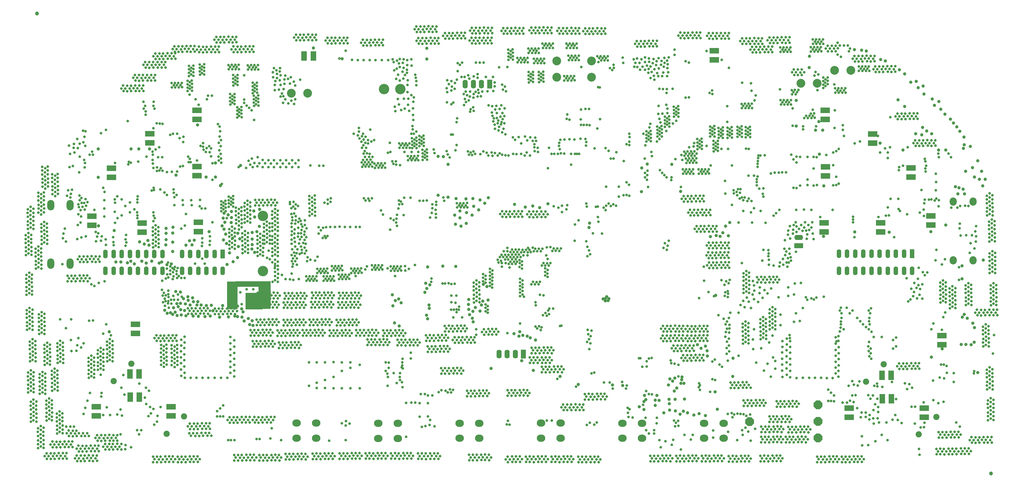
<source format=gts>
%FSLAX42Y42*%
%MOMM*%
G71*
G01*
G75*
G04 Layer_Color=8388736*
%ADD10C,0.25*%
%ADD11R,1.60X2.70*%
%ADD12R,2.70X1.60*%
%ADD13C,1.00*%
%ADD14C,0.25*%
%ADD15C,0.50*%
%ADD16C,0.30*%
%ADD17C,0.35*%
%ADD18C,1.00*%
%ADD19C,1.20*%
%ADD20C,0.20*%
%ADD21C,0.40*%
%ADD22C,0.80*%
%ADD23C,0.60*%
%ADD24O,2.40X2.00*%
%ADD25O,1.40X2.50*%
%ADD26R,1.40X2.50*%
%ADD27C,1.70*%
%ADD28R,2.50X1.40*%
%ADD29O,2.50X1.40*%
%ADD30O,2.00X2.30*%
%ADD31O,2.00X3.00*%
%ADD32P,2.71X8X292.5*%
%ADD33C,2.50*%
%ADD34O,1.20X2.50*%
%ADD35R,1.20X2.50*%
%ADD36C,3.00*%
%ADD37C,0.60*%
%ADD38C,0.80*%
%ADD39R,0.50X1.10*%
%ADD40R,1.30X1.30*%
%ADD41R,1.10X0.50*%
%ADD42R,1.30X1.30*%
%ADD43R,1.35X0.70*%
%ADD44R,1.80X0.70*%
G04:AMPARAMS|DCode=45|XSize=1.9mm|YSize=3.3mm|CornerRadius=0mm|HoleSize=0mm|Usage=FLASHONLY|Rotation=90.000|XOffset=0mm|YOffset=0mm|HoleType=Round|Shape=Octagon|*
%AMOCTAGOND45*
4,1,8,-1.65,-0.47,-1.65,0.47,-1.17,0.95,1.17,0.95,1.65,0.47,1.65,-0.47,1.17,-0.95,-1.17,-0.95,-1.65,-0.47,0.0*
%
%ADD45OCTAGOND45*%

%ADD46R,1.60X1.80*%
%ADD47R,1.80X1.60*%
%ADD48R,1.65X0.60*%
%ADD49R,1.80X1.60*%
%ADD50P,1.84X4X360.0*%
%ADD51P,1.84X4X90.0*%
%ADD52R,3.00X2.00*%
%ADD53R,1.80X2.70*%
%ADD54R,1.20X1.60*%
%ADD55R,1.80X2.00*%
%ADD56R,2.50X2.00*%
%ADD57R,1.20X3.50*%
%ADD58R,2.20X2.20*%
G04:AMPARAMS|DCode=59|XSize=2.2mm|YSize=2.2mm|CornerRadius=0.55mm|HoleSize=0mm|Usage=FLASHONLY|Rotation=270.000|XOffset=0mm|YOffset=0mm|HoleType=Round|Shape=RoundedRectangle|*
%AMROUNDEDRECTD59*
21,1,2.20,1.10,0,0,270.0*
21,1,1.10,2.20,0,0,270.0*
1,1,1.10,-0.55,-0.55*
1,1,1.10,-0.55,0.55*
1,1,1.10,0.55,0.55*
1,1,1.10,0.55,-0.55*
%
%ADD59ROUNDEDRECTD59*%
%ADD60R,2.00X1.80*%
G04:AMPARAMS|DCode=61|XSize=6mm|YSize=12.7mm|CornerRadius=1.5mm|HoleSize=0mm|Usage=FLASHONLY|Rotation=0.000|XOffset=0mm|YOffset=0mm|HoleType=Round|Shape=RoundedRectangle|*
%AMROUNDEDRECTD61*
21,1,6.00,9.70,0,0,0.0*
21,1,3.00,12.70,0,0,0.0*
1,1,3.00,1.50,-4.85*
1,1,3.00,-1.50,-4.85*
1,1,3.00,-1.50,4.85*
1,1,3.00,1.50,4.85*
%
%ADD61ROUNDEDRECTD61*%
%ADD62R,1.00X1.00*%
%ADD63R,1.30X1.00*%
%ADD64R,1.60X1.20*%
%ADD65R,2.60X1.60*%
%ADD66R,1.10X2.15*%
%ADD67R,1.10X2.15*%
%ADD68R,3.50X2.15*%
%ADD69R,2.15X3.50*%
%ADD70R,2.15X1.10*%
%ADD71R,2.15X1.10*%
%ADD72R,0.50X1.80*%
%ADD73O,0.50X1.80*%
%ADD74R,1.00X1.00*%
%ADD75R,1.00X1.30*%
%ADD76R,2.50X4.00*%
%ADD77O,1.80X0.55*%
%ADD78R,1.80X0.55*%
%ADD79R,2.50X3.30*%
%ADD80O,1.80X0.50*%
%ADD81R,1.80X0.50*%
G04:AMPARAMS|DCode=82|XSize=1.9mm|YSize=3.3mm|CornerRadius=0mm|HoleSize=0mm|Usage=FLASHONLY|Rotation=0.000|XOffset=0mm|YOffset=0mm|HoleType=Round|Shape=Octagon|*
%AMOCTAGOND82*
4,1,8,-0.47,1.65,0.47,1.65,0.95,1.17,0.95,-1.17,0.47,-1.65,-0.47,-1.65,-0.95,-1.17,-0.95,1.17,-0.47,1.65,0.0*
%
%ADD82OCTAGOND82*%

%ADD83R,0.70X1.80*%
%ADD84R,0.70X1.35*%
%ADD85R,5.80X6.20*%
%ADD86R,1.60X3.00*%
%ADD87R,1.27X0.50*%
%ADD88R,0.50X1.27*%
%ADD89R,1.60X1.80*%
G04:AMPARAMS|DCode=90|XSize=6mm|YSize=12.7mm|CornerRadius=1.5mm|HoleSize=0mm|Usage=FLASHONLY|Rotation=90.000|XOffset=0mm|YOffset=0mm|HoleType=Round|Shape=RoundedRectangle|*
%AMROUNDEDRECTD90*
21,1,6.00,9.70,0,0,90.0*
21,1,3.00,12.70,0,0,90.0*
1,1,3.00,4.85,1.50*
1,1,3.00,4.85,-1.50*
1,1,3.00,-4.85,-1.50*
1,1,3.00,-4.85,1.50*
%
%ADD90ROUNDEDRECTD90*%
%ADD91R,2.00X3.00*%
%ADD92R,1.00X4.50*%
%ADD93R,9.00X9.00*%
%ADD94R,0.25X2.00*%
%ADD95R,2.00X0.25*%
%ADD96R,1.90X1.60*%
%ADD97R,1.45X2.00*%
%ADD98O,1.60X0.25*%
%ADD99R,1.60X0.25*%
G04:AMPARAMS|DCode=100|XSize=5mm|YSize=1.6mm|CornerRadius=0.4mm|HoleSize=0mm|Usage=FLASHONLY|Rotation=90.000|XOffset=0mm|YOffset=0mm|HoleType=Round|Shape=RoundedRectangle|*
%AMROUNDEDRECTD100*
21,1,5.00,0.80,0,0,90.0*
21,1,4.20,1.60,0,0,90.0*
1,1,0.80,0.40,2.10*
1,1,0.80,0.40,-2.10*
1,1,0.80,-0.40,-2.10*
1,1,0.80,-0.40,2.10*
%
%ADD100ROUNDEDRECTD100*%
%ADD101R,0.60X1.65*%
%ADD102C,0.15*%
%ADD103R,6.05X6.05*%
%ADD104R,4.95X6.30*%
%ADD105R,1.57X1.19*%
%ADD106C,0.10*%
%ADD107C,0.13*%
%ADD108C,0.14*%
%ADD109R,4.76X1.25*%
%ADD110R,4.69X1.25*%
%ADD111R,1.25X4.69*%
%ADD112R,1.25X4.76*%
%ADD113C,0.19*%
%ADD114C,0.20*%
%ADD115C,0.05*%
%ADD116C,0.30*%
%ADD117C,0.12*%
%ADD118R,0.16X0.27*%
%ADD119R,0.15X0.19*%
%ADD120R,0.19X0.28*%
%ADD121R,0.05X0.15*%
%ADD122R,0.06X0.18*%
%ADD123R,0.10X0.24*%
%ADD124R,0.09X0.15*%
%ADD125R,5.23X5.16*%
%ADD126R,3.33X8.53*%
%ADD127R,3.78X8.51*%
%ADD128R,7.52X1.80*%
%ADD129R,1.80X2.90*%
%ADD130R,2.90X1.80*%
%ADD131C,1.20*%
%ADD132O,2.60X2.20*%
%ADD133O,1.60X2.70*%
%ADD134R,1.60X2.70*%
%ADD135C,1.90*%
%ADD136R,2.70X1.60*%
%ADD137O,2.70X1.60*%
%ADD138O,2.20X2.50*%
%ADD139O,2.20X3.20*%
%ADD140P,2.93X8X292.5*%
%ADD141C,2.70*%
%ADD142O,1.40X2.70*%
%ADD143R,1.40X2.70*%
%ADD144C,3.20*%
%ADD145C,0.80*%
%ADD146C,1.00*%
D125*
X7144Y5046D02*
D03*
D126*
X6474Y5227D02*
D03*
D127*
X7465Y5234D02*
D03*
D128*
X6943Y5571D02*
D03*
D129*
X26423Y2050D02*
D03*
X26703D02*
D03*
X26690Y2766D02*
D03*
X26410D02*
D03*
X3616Y2095D02*
D03*
X3336D02*
D03*
X3329Y2812D02*
D03*
X3609D02*
D03*
X8678Y12573D02*
D03*
X8958D02*
D03*
D130*
X3702Y7445D02*
D03*
Y7165D02*
D03*
X3938Y10183D02*
D03*
Y9903D02*
D03*
X2765Y9129D02*
D03*
Y8849D02*
D03*
X5389Y9174D02*
D03*
Y8894D02*
D03*
X5432Y7463D02*
D03*
Y7183D02*
D03*
X5391Y10904D02*
D03*
Y10624D02*
D03*
X24670Y10902D02*
D03*
Y10622D02*
D03*
X4597Y1801D02*
D03*
Y1521D02*
D03*
X2300D02*
D03*
Y1801D02*
D03*
X27711Y1760D02*
D03*
Y1480D02*
D03*
X24675Y9172D02*
D03*
Y8892D02*
D03*
X24632Y7452D02*
D03*
Y7172D02*
D03*
X26367Y7447D02*
D03*
Y7167D02*
D03*
X26123Y10173D02*
D03*
Y9893D02*
D03*
X27301Y9139D02*
D03*
Y8859D02*
D03*
X27906Y7661D02*
D03*
Y7381D02*
D03*
X28249Y3988D02*
D03*
Y3708D02*
D03*
X2160Y7656D02*
D03*
Y7376D02*
D03*
X25407Y1760D02*
D03*
Y1480D02*
D03*
X21264Y12730D02*
D03*
Y12450D02*
D03*
X3504Y4333D02*
D03*
Y4053D02*
D03*
D131*
X478Y13876D02*
D03*
X29756Y-245D02*
D03*
D132*
X18447Y1295D02*
D03*
Y835D02*
D03*
X19047Y1295D02*
D03*
X19047Y835D02*
D03*
X20949Y1295D02*
D03*
Y835D02*
D03*
X21549Y1295D02*
D03*
X21549Y835D02*
D03*
X11551Y833D02*
D03*
X11551Y1293D02*
D03*
X10951Y833D02*
D03*
Y1293D02*
D03*
X14051Y835D02*
D03*
X14051Y1295D02*
D03*
X13451Y835D02*
D03*
Y1295D02*
D03*
X16545Y840D02*
D03*
X16545Y1300D02*
D03*
X15945Y840D02*
D03*
Y1300D02*
D03*
X9044Y839D02*
D03*
X9044Y1299D02*
D03*
X8444Y839D02*
D03*
Y1299D02*
D03*
D133*
X14906Y3416D02*
D03*
X14656D02*
D03*
X15156D02*
D03*
X14122Y11707D02*
D03*
X13622D02*
D03*
X13872D02*
D03*
D134*
X15406Y3416D02*
D03*
X14372Y11707D02*
D03*
D135*
X3374Y3127D02*
D03*
X2834Y2590D02*
D03*
X4454Y973D02*
D03*
X4994Y1510D02*
D03*
X26460Y3106D02*
D03*
X25920Y2569D02*
D03*
X27540Y953D02*
D03*
X28080Y1490D02*
D03*
D136*
X23854Y6751D02*
D03*
D137*
Y7001D02*
D03*
D138*
X29206Y8100D02*
D03*
Y6300D02*
D03*
X28599Y6302D02*
D03*
Y8102D02*
D03*
D139*
X900Y7996D02*
D03*
Y6196D02*
D03*
X1497Y6195D02*
D03*
Y7995D02*
D03*
D140*
X24449Y846D02*
D03*
Y1866D02*
D03*
Y1356D02*
D03*
X22349Y1346D02*
D03*
D141*
X23920Y11732D02*
D03*
X24420D02*
D03*
X17497Y11920D02*
D03*
Y12420D02*
D03*
X8287Y11433D02*
D03*
X8787D02*
D03*
X24952Y12136D02*
D03*
X25452D02*
D03*
X16427Y11920D02*
D03*
Y12420D02*
D03*
D142*
X25087Y5980D02*
D03*
X25337D02*
D03*
X25087Y6500D02*
D03*
X25337D02*
D03*
X27087D02*
D03*
X26837D02*
D03*
X26587D02*
D03*
X26337D02*
D03*
X26087D02*
D03*
X25837D02*
D03*
X25587D02*
D03*
X27337Y5980D02*
D03*
X27087D02*
D03*
X26837D02*
D03*
X26587D02*
D03*
X26337D02*
D03*
X26087D02*
D03*
X25837D02*
D03*
X25587D02*
D03*
X2579Y5974D02*
D03*
X2829D02*
D03*
X3079D02*
D03*
X3329D02*
D03*
X3579D02*
D03*
X3829D02*
D03*
X2579Y6494D02*
D03*
X2829D02*
D03*
X3079D02*
D03*
X3329D02*
D03*
X3579D02*
D03*
X3829D02*
D03*
X5929D02*
D03*
X5679D02*
D03*
X5429D02*
D03*
X5179D02*
D03*
X4929D02*
D03*
X4329D02*
D03*
X4079D02*
D03*
X6179Y5974D02*
D03*
X5929D02*
D03*
X5679D02*
D03*
X5429D02*
D03*
X5179D02*
D03*
X4929D02*
D03*
X4329D02*
D03*
X4079D02*
D03*
D143*
X27337Y6500D02*
D03*
X6179Y6494D02*
D03*
D144*
X11126Y11554D02*
D03*
X11626D02*
D03*
X7409Y5968D02*
D03*
Y7659D02*
D03*
D145*
X2148Y5565D02*
D03*
X2239Y5514D02*
D03*
X2371Y5601D02*
D03*
X2554Y5651D02*
D03*
X1833Y3622D02*
D03*
X1693Y3520D02*
D03*
X1538Y3513D02*
D03*
X1520Y3848D02*
D03*
X1751Y3909D02*
D03*
X1906Y3749D02*
D03*
X1716Y3693D02*
D03*
X17431Y3574D02*
D03*
X17357Y3792D02*
D03*
X17466Y3752D02*
D03*
X17471Y3973D02*
D03*
X17416Y3874D02*
D03*
X17395Y4028D02*
D03*
X17375Y4166D02*
D03*
X17494Y4138D02*
D03*
X28223Y3096D02*
D03*
X28307D02*
D03*
X17370Y6424D02*
D03*
X17456Y6485D02*
D03*
X17418Y6601D02*
D03*
X17365Y6711D02*
D03*
X19707Y6683D02*
D03*
X19834Y6746D02*
D03*
X19808Y6622D02*
D03*
X19752Y6825D02*
D03*
X19864Y6899D02*
D03*
X27426Y1801D02*
D03*
X27314Y1803D02*
D03*
X27012Y1306D02*
D03*
X26814Y1547D02*
D03*
X26544Y1323D02*
D03*
X26290Y1798D02*
D03*
X26204Y1877D02*
D03*
X26295Y1646D02*
D03*
X26318Y1318D02*
D03*
X26158Y1285D02*
D03*
X26024Y1412D02*
D03*
X25909Y1626D02*
D03*
Y1488D02*
D03*
X25782Y1621D02*
D03*
X25536Y1943D02*
D03*
X25429Y1986D02*
D03*
X25340Y1933D02*
D03*
X25201Y1928D02*
D03*
X26052Y2052D02*
D03*
X25991Y2156D02*
D03*
X26128Y2154D02*
D03*
X26265Y2428D02*
D03*
X26176Y2449D02*
D03*
X26262Y2510D02*
D03*
X25665Y2451D02*
D03*
X25719Y2578D02*
D03*
X25546Y2476D02*
D03*
X25384Y2443D02*
D03*
X25500Y2588D02*
D03*
X22899Y3124D02*
D03*
X23001Y2725D02*
D03*
X22785Y2913D02*
D03*
X22554Y3157D02*
D03*
X21764Y2548D02*
D03*
X21883Y2550D02*
D03*
X21998Y2548D02*
D03*
X21944Y2464D02*
D03*
X21812Y2469D02*
D03*
X21883Y2380D02*
D03*
X22066Y2464D02*
D03*
X22010Y2377D02*
D03*
X21769Y2380D02*
D03*
X22142Y2385D02*
D03*
X22384Y2383D02*
D03*
X22257Y2385D02*
D03*
X22186Y2474D02*
D03*
X22318Y2469D02*
D03*
X22257Y2555D02*
D03*
X22137Y2553D02*
D03*
X22953Y1504D02*
D03*
X23072Y1506D02*
D03*
X23186Y1504D02*
D03*
X23133Y1420D02*
D03*
X23001Y1425D02*
D03*
X23072Y1336D02*
D03*
X23255Y1420D02*
D03*
X23199Y1334D02*
D03*
X22958Y1336D02*
D03*
X23331Y1341D02*
D03*
X23573Y1339D02*
D03*
X23628Y1425D02*
D03*
X23446Y1341D02*
D03*
X23374Y1430D02*
D03*
X23506Y1425D02*
D03*
X23560Y1509D02*
D03*
X23446Y1511D02*
D03*
X23326Y1509D02*
D03*
X23293Y4630D02*
D03*
X23298Y4308D02*
D03*
X22950Y3777D02*
D03*
X22704Y3597D02*
D03*
X22457Y3574D02*
D03*
X22452Y3868D02*
D03*
X22483Y4186D02*
D03*
X23052Y3988D02*
D03*
X23887Y4440D02*
D03*
X23707Y4409D02*
D03*
X23773Y4669D02*
D03*
X23984Y4831D02*
D03*
X23534Y5466D02*
D03*
X23733Y5588D02*
D03*
X23707Y5250D02*
D03*
X23534Y5210D02*
D03*
X21607Y4331D02*
D03*
X21599Y3955D02*
D03*
X21617Y4097D02*
D03*
X21650Y3805D02*
D03*
X21647Y3602D02*
D03*
Y3432D02*
D03*
X21723Y3505D02*
D03*
X21713Y3686D02*
D03*
Y3894D02*
D03*
X21718Y4079D02*
D03*
X21731Y4206D02*
D03*
X21650Y4196D02*
D03*
X21726Y4315D02*
D03*
X21657Y4417D02*
D03*
X21716Y4531D02*
D03*
X21548Y4501D02*
D03*
X21388Y4610D02*
D03*
X22112Y6218D02*
D03*
X22483Y5530D02*
D03*
X22445Y5667D02*
D03*
X22437Y5250D02*
D03*
X22262Y5159D02*
D03*
X22066Y4923D02*
D03*
X22663Y5471D02*
D03*
X22488Y5370D02*
D03*
X22325Y5032D02*
D03*
X22196Y4856D02*
D03*
X22610Y5024D02*
D03*
X22744Y5149D02*
D03*
X22902Y5281D02*
D03*
X23004Y5433D02*
D03*
X22805Y5382D02*
D03*
X22653Y5291D02*
D03*
X22485Y5105D02*
D03*
X22389Y4834D02*
D03*
X22153Y5052D02*
D03*
X21586Y5207D02*
D03*
X21601Y5314D02*
D03*
X21678Y5354D02*
D03*
X21680Y5169D02*
D03*
X21685Y5276D02*
D03*
X21581Y5545D02*
D03*
X21480Y5690D02*
D03*
X21701Y5593D02*
D03*
X21624Y5659D02*
D03*
X21739Y5695D02*
D03*
X20946Y6104D02*
D03*
X20949Y5672D02*
D03*
X19171Y2285D02*
D03*
X19257Y2189D02*
D03*
X19054Y3028D02*
D03*
X18058Y2550D02*
D03*
X17875D02*
D03*
X4695Y7991D02*
D03*
X4698Y8235D02*
D03*
X27052Y9205D02*
D03*
X16588Y7971D02*
D03*
X16590Y7783D02*
D03*
X16727Y7869D02*
D03*
X16753Y7996D02*
D03*
X16478Y7912D02*
D03*
X16336Y7955D02*
D03*
X17748Y11605D02*
D03*
X17697Y11615D02*
D03*
X8241Y5712D02*
D03*
X8513Y5723D02*
D03*
X8294Y5895D02*
D03*
X7624Y6330D02*
D03*
X7537Y6375D02*
D03*
X7586Y6596D02*
D03*
X7449Y7183D02*
D03*
X7446Y7303D02*
D03*
X7449Y7417D02*
D03*
X7532Y7363D02*
D03*
X7527Y7231D02*
D03*
X7616Y7303D02*
D03*
X7532Y7485D02*
D03*
X7619Y7429D02*
D03*
X7616Y7188D02*
D03*
X7621Y6815D02*
D03*
X7624Y7056D02*
D03*
X7537Y7112D02*
D03*
X7621Y6929D02*
D03*
X7532Y6858D02*
D03*
X7537Y6990D02*
D03*
X7454Y7043D02*
D03*
X7451Y6929D02*
D03*
X7454Y6810D02*
D03*
X8000Y5852D02*
D03*
X7786Y6119D02*
D03*
X7700Y6243D02*
D03*
X7784Y6190D02*
D03*
X7779Y6058D02*
D03*
X7868Y6129D02*
D03*
X7784Y6312D02*
D03*
X7870Y6256D02*
D03*
X7868Y6015D02*
D03*
X7873Y5641D02*
D03*
X7875Y5883D02*
D03*
X7789Y5939D02*
D03*
X7873Y5756D02*
D03*
X7784Y5685D02*
D03*
X7789Y5817D02*
D03*
X8109Y5725D02*
D03*
X8345Y5697D02*
D03*
X7705Y5636D02*
D03*
X7697Y6805D02*
D03*
X7695Y6924D02*
D03*
X7697Y7038D02*
D03*
X7781Y6985D02*
D03*
X7776Y6853D02*
D03*
X7865Y6924D02*
D03*
X7781Y7107D02*
D03*
X7868Y7051D02*
D03*
X7865Y6810D02*
D03*
X7870Y6436D02*
D03*
X7873Y6678D02*
D03*
X7786Y6734D02*
D03*
X7870Y6551D02*
D03*
X7781Y6480D02*
D03*
X7786Y6612D02*
D03*
X7703Y6665D02*
D03*
X7700Y6551D02*
D03*
X7703Y6431D02*
D03*
X7697Y7574D02*
D03*
X7695Y7694D02*
D03*
X7697Y7808D02*
D03*
X7781Y7755D02*
D03*
X7776Y7623D02*
D03*
X7865Y7694D02*
D03*
X7781Y7877D02*
D03*
X7868Y7821D02*
D03*
X7865Y7579D02*
D03*
X7870Y7206D02*
D03*
X7873Y7447D02*
D03*
X7786Y7503D02*
D03*
X7870Y7320D02*
D03*
X7781Y7249D02*
D03*
X7786Y7381D02*
D03*
X7703Y7435D02*
D03*
X7700Y7320D02*
D03*
X7703Y7201D02*
D03*
X5170Y9418D02*
D03*
X5114Y9482D02*
D03*
X5625Y6195D02*
D03*
X5546Y6353D02*
D03*
X3199Y6944D02*
D03*
X3209Y7076D02*
D03*
X3197Y6746D02*
D03*
X3225Y6853D02*
D03*
X3189Y7963D02*
D03*
X4070Y8461D02*
D03*
X3997Y8443D02*
D03*
X4060Y8529D02*
D03*
X2833Y6764D02*
D03*
X2826Y6855D02*
D03*
X2818Y7013D02*
D03*
X24954Y10366D02*
D03*
X23994Y10320D02*
D03*
Y10417D02*
D03*
X24385D02*
D03*
X25244Y10119D02*
D03*
X25211Y10300D02*
D03*
X25206Y10450D02*
D03*
X5046Y7722D02*
D03*
X4957Y8004D02*
D03*
X4096Y7590D02*
D03*
X4055Y7498D02*
D03*
X4063Y7668D02*
D03*
X5645Y7894D02*
D03*
X5475Y7960D02*
D03*
X5224Y7993D02*
D03*
X4903Y7269D02*
D03*
X5018Y7363D02*
D03*
X5782Y6769D02*
D03*
X5787Y6894D02*
D03*
Y7033D02*
D03*
X5544Y6739D02*
D03*
X5551Y6840D02*
D03*
X5549Y6977D02*
D03*
X12084Y1933D02*
D03*
X11965D02*
D03*
X12381Y2189D02*
D03*
X12252D02*
D03*
X12610Y2154D02*
D03*
X12478Y2151D02*
D03*
X11807Y1925D02*
D03*
Y884D02*
D03*
X12473Y1915D02*
D03*
Y1504D02*
D03*
X12221Y1915D02*
D03*
Y1496D02*
D03*
X12287Y1184D02*
D03*
X12544Y1400D02*
D03*
X18091Y7968D02*
D03*
X17924Y7838D02*
D03*
X17949Y7976D02*
D03*
X16984Y7402D02*
D03*
X17695Y7628D02*
D03*
X17708Y7483D02*
D03*
X18018Y8044D02*
D03*
X18251Y7976D02*
D03*
X18162Y8021D02*
D03*
X21665Y10546D02*
D03*
X21662Y11029D02*
D03*
X21492Y12451D02*
D03*
X7400Y1316D02*
D03*
X7281Y1313D02*
D03*
X7167Y1316D02*
D03*
X7220Y1400D02*
D03*
X7352Y1394D02*
D03*
X7281Y1483D02*
D03*
X7098Y1400D02*
D03*
X7154Y1486D02*
D03*
X7395Y1483D02*
D03*
X7769Y1488D02*
D03*
X7527Y1491D02*
D03*
X7471Y1405D02*
D03*
X7654Y1488D02*
D03*
X7725Y1400D02*
D03*
X7593Y1405D02*
D03*
X7540Y1321D02*
D03*
X7654Y1318D02*
D03*
X6633Y1313D02*
D03*
X6514Y1311D02*
D03*
X6400Y1313D02*
D03*
X6453Y1397D02*
D03*
X6585Y1392D02*
D03*
X6514Y1481D02*
D03*
X6331Y1397D02*
D03*
X6387Y1483D02*
D03*
X6628Y1481D02*
D03*
X7002Y1486D02*
D03*
X6760Y1488D02*
D03*
X6704Y1402D02*
D03*
X6887Y1486D02*
D03*
X6958Y1397D02*
D03*
X6826Y1402D02*
D03*
X6773Y1318D02*
D03*
X6887Y1316D02*
D03*
X7007Y1318D02*
D03*
X5412Y1120D02*
D03*
X5292Y1118D02*
D03*
X5178Y1120D02*
D03*
X5231Y1204D02*
D03*
X5363Y1199D02*
D03*
X5292Y1288D02*
D03*
X5109Y1204D02*
D03*
X5165Y1290D02*
D03*
X5406Y1288D02*
D03*
X5780Y1293D02*
D03*
X5538Y1295D02*
D03*
X5483Y1209D02*
D03*
X5665Y1293D02*
D03*
X5737Y1204D02*
D03*
X5605Y1209D02*
D03*
X5551Y1125D02*
D03*
X5665Y1123D02*
D03*
X5785Y1125D02*
D03*
X5528Y996D02*
D03*
X5648Y998D02*
D03*
X5762Y996D02*
D03*
X5709Y912D02*
D03*
X5577Y917D02*
D03*
X5831Y912D02*
D03*
X5457Y907D02*
D03*
X5203Y912D02*
D03*
X5335Y907D02*
D03*
X5389Y991D02*
D03*
X5274Y993D02*
D03*
X5155Y991D02*
D03*
X2061Y3066D02*
D03*
X2059Y3185D02*
D03*
X2061Y3299D02*
D03*
X2145Y3246D02*
D03*
X2140Y3114D02*
D03*
X2229Y3185D02*
D03*
X2145Y3368D02*
D03*
X2231Y3312D02*
D03*
X2229Y3071D02*
D03*
X2234Y2697D02*
D03*
X2236Y2939D02*
D03*
X2150Y2995D02*
D03*
X2234Y2812D02*
D03*
X2145Y2741D02*
D03*
X2150Y2873D02*
D03*
X2066Y2926D02*
D03*
X2064Y2812D02*
D03*
X2066Y2692D02*
D03*
X2346Y3307D02*
D03*
X2343Y3426D02*
D03*
X2346Y3541D02*
D03*
X2430Y3487D02*
D03*
X2424Y3355D02*
D03*
X2513Y3426D02*
D03*
X2430Y3609D02*
D03*
X2516Y3553D02*
D03*
X2513Y3312D02*
D03*
X2518Y2939D02*
D03*
X2521Y3180D02*
D03*
X2435Y3236D02*
D03*
X2518Y3053D02*
D03*
X2430Y2982D02*
D03*
X2435Y3114D02*
D03*
X2351Y3167D02*
D03*
X2348Y3053D02*
D03*
X2351Y2934D02*
D03*
X2628Y3571D02*
D03*
X2625Y3691D02*
D03*
X2628Y3805D02*
D03*
X2711Y3752D02*
D03*
X2706Y3619D02*
D03*
X2795Y3691D02*
D03*
X2711Y3874D02*
D03*
X2798Y3818D02*
D03*
X2795Y3576D02*
D03*
X2800Y3203D02*
D03*
X2803Y3444D02*
D03*
X2717Y3500D02*
D03*
X2800Y3317D02*
D03*
X2711Y3246D02*
D03*
X2717Y3378D02*
D03*
X2633Y3432D02*
D03*
X2630Y3317D02*
D03*
X2633Y3198D02*
D03*
X4456Y3332D02*
D03*
X4459Y3213D02*
D03*
X4456Y3099D02*
D03*
X4373Y3152D02*
D03*
X4378Y3284D02*
D03*
X4289Y3213D02*
D03*
X4373Y3030D02*
D03*
X4286Y3086D02*
D03*
X4289Y3327D02*
D03*
X4284Y3701D02*
D03*
X4281Y3459D02*
D03*
X4368Y3404D02*
D03*
X4284Y3586D02*
D03*
X4373Y3658D02*
D03*
X4368Y3526D02*
D03*
X4451Y3472D02*
D03*
X4454Y3586D02*
D03*
X4451Y3706D02*
D03*
X4784Y3325D02*
D03*
X4787Y3205D02*
D03*
X4784Y3091D02*
D03*
X4700Y3145D02*
D03*
X4705Y3277D02*
D03*
X4616Y3205D02*
D03*
X4700Y3023D02*
D03*
X4614Y3078D02*
D03*
X4616Y3320D02*
D03*
X4611Y3693D02*
D03*
X4609Y3452D02*
D03*
X4695Y3396D02*
D03*
X4611Y3579D02*
D03*
X4700Y3650D02*
D03*
X4695Y3518D02*
D03*
X4779Y3465D02*
D03*
X4782Y3579D02*
D03*
X4779Y3698D02*
D03*
X4388Y3823D02*
D03*
X4269Y3820D02*
D03*
X4154Y3823D02*
D03*
X4208Y3907D02*
D03*
X4340Y3901D02*
D03*
X4269Y3990D02*
D03*
X4086Y3907D02*
D03*
X4142Y3993D02*
D03*
X4383Y3990D02*
D03*
X4756Y3995D02*
D03*
X4515Y3998D02*
D03*
X4459Y3912D02*
D03*
X4642Y3995D02*
D03*
X4713Y3907D02*
D03*
X4581Y3912D02*
D03*
X4528Y3828D02*
D03*
X4642Y3825D02*
D03*
X4761Y3828D02*
D03*
X2031Y6248D02*
D03*
X1911Y6246D02*
D03*
X1797Y6248D02*
D03*
X1850Y6332D02*
D03*
X1983Y6327D02*
D03*
X1911Y6416D02*
D03*
X1728Y6332D02*
D03*
X1784Y6419D02*
D03*
X2026Y6416D02*
D03*
X2399Y6421D02*
D03*
X2158Y6424D02*
D03*
X2102Y6337D02*
D03*
X2285Y6421D02*
D03*
X2356Y6332D02*
D03*
X2224Y6337D02*
D03*
X2170Y6253D02*
D03*
X2285Y6251D02*
D03*
X2404Y6253D02*
D03*
X1789Y5829D02*
D03*
X1909Y5832D02*
D03*
X2023Y5829D02*
D03*
X1970Y5745D02*
D03*
X1838Y5751D02*
D03*
X1909Y5662D02*
D03*
X2092Y5745D02*
D03*
X2036Y5659D02*
D03*
X1795Y5662D02*
D03*
X1421Y5657D02*
D03*
X1662Y5654D02*
D03*
X1718Y5740D02*
D03*
X1535Y5657D02*
D03*
X1464Y5745D02*
D03*
X1596Y5740D02*
D03*
X1650Y5824D02*
D03*
X1535Y5827D02*
D03*
X1416Y5824D02*
D03*
X15826Y7625D02*
D03*
X15706Y7623D02*
D03*
X15592Y7625D02*
D03*
X15645Y7709D02*
D03*
X15777Y7704D02*
D03*
X15706Y7793D02*
D03*
X15523Y7709D02*
D03*
X15579Y7795D02*
D03*
X15820Y7793D02*
D03*
X15952Y7800D02*
D03*
X15897Y7714D02*
D03*
X16079Y7798D02*
D03*
X16151Y7709D02*
D03*
X16019Y7714D02*
D03*
X15965Y7630D02*
D03*
X16079Y7628D02*
D03*
X14997Y7633D02*
D03*
X14878Y7630D02*
D03*
X14764Y7633D02*
D03*
X14817Y7717D02*
D03*
X14949Y7711D02*
D03*
X14878Y7800D02*
D03*
X14695Y7717D02*
D03*
X14751Y7803D02*
D03*
X14992Y7800D02*
D03*
X15366Y7805D02*
D03*
X15124Y7808D02*
D03*
X15069Y7722D02*
D03*
X15251Y7805D02*
D03*
X15323Y7717D02*
D03*
X15190Y7722D02*
D03*
X15137Y7638D02*
D03*
X15251Y7635D02*
D03*
X15371Y7638D02*
D03*
X10646Y4158D02*
D03*
X10766Y4161D02*
D03*
X10880Y4158D02*
D03*
X10827Y4074D02*
D03*
X10695Y4079D02*
D03*
X10766Y3990D02*
D03*
X10949Y4074D02*
D03*
X10893Y3988D02*
D03*
X10652Y3990D02*
D03*
X10278Y3985D02*
D03*
X10519Y3983D02*
D03*
X10575Y4069D02*
D03*
X10392Y3985D02*
D03*
X10321Y4074D02*
D03*
X10453Y4069D02*
D03*
X10507Y4153D02*
D03*
X10392Y4155D02*
D03*
X10273Y4153D02*
D03*
X11474Y4150D02*
D03*
X11594Y4153D02*
D03*
X11708Y4150D02*
D03*
X11655Y4067D02*
D03*
X11523Y4072D02*
D03*
X11594Y3983D02*
D03*
X11777Y4067D02*
D03*
X11721Y3980D02*
D03*
X11480Y3983D02*
D03*
X11106Y3978D02*
D03*
X11347Y3975D02*
D03*
X11403Y4061D02*
D03*
X11220Y3978D02*
D03*
X11149Y4067D02*
D03*
X11281Y4061D02*
D03*
X11335Y4145D02*
D03*
X11220Y4148D02*
D03*
X11101Y4145D02*
D03*
X9006Y4158D02*
D03*
X9125Y4161D02*
D03*
X9239Y4158D02*
D03*
X9186Y4074D02*
D03*
X9054Y4079D02*
D03*
X9125Y3990D02*
D03*
X9308Y4074D02*
D03*
X9252Y3988D02*
D03*
X9011Y3990D02*
D03*
X8637Y3985D02*
D03*
X8879Y3983D02*
D03*
X8934Y4069D02*
D03*
X8752Y3985D02*
D03*
X8680Y4074D02*
D03*
X8813Y4069D02*
D03*
X8866Y4153D02*
D03*
X8752Y4155D02*
D03*
X8632Y4153D02*
D03*
X9834Y4150D02*
D03*
X9953Y4153D02*
D03*
X10067Y4150D02*
D03*
X10014Y4067D02*
D03*
X9882Y4072D02*
D03*
X9953Y3983D02*
D03*
X10136Y4067D02*
D03*
X10080Y3980D02*
D03*
X9839Y3983D02*
D03*
X9465Y3978D02*
D03*
X9707Y3975D02*
D03*
X9763Y4061D02*
D03*
X9580Y3978D02*
D03*
X9509Y4067D02*
D03*
X9641Y4061D02*
D03*
X9694Y4145D02*
D03*
X9580Y4148D02*
D03*
X9460Y4145D02*
D03*
X7405Y4161D02*
D03*
X7525Y4163D02*
D03*
X7639Y4161D02*
D03*
X7586Y4077D02*
D03*
X7454Y4082D02*
D03*
X7525Y3993D02*
D03*
X7708Y4077D02*
D03*
X7652Y3990D02*
D03*
X7410Y3993D02*
D03*
X7037Y3988D02*
D03*
X7278Y3985D02*
D03*
X7334Y4072D02*
D03*
X7151Y3988D02*
D03*
X7080Y4077D02*
D03*
X7212Y4072D02*
D03*
X7266Y4155D02*
D03*
X7151Y4158D02*
D03*
X7032Y4155D02*
D03*
X8233Y4153D02*
D03*
X8353Y4155D02*
D03*
X8467Y4153D02*
D03*
X8414Y4069D02*
D03*
X8282Y4074D02*
D03*
X8353Y3985D02*
D03*
X8536Y4069D02*
D03*
X8480Y3983D02*
D03*
X8239Y3985D02*
D03*
X7865Y3980D02*
D03*
X8106Y3978D02*
D03*
X8162Y4064D02*
D03*
X7979Y3980D02*
D03*
X7908Y4069D02*
D03*
X8040Y4064D02*
D03*
X8094Y4148D02*
D03*
X7979Y4150D02*
D03*
X7860Y4148D02*
D03*
X9219Y4483D02*
D03*
X9338Y4486D02*
D03*
X9453Y4483D02*
D03*
X9399Y4399D02*
D03*
X9267Y4404D02*
D03*
X9338Y4315D02*
D03*
X9521Y4399D02*
D03*
X9465Y4313D02*
D03*
X9224Y4315D02*
D03*
X8851Y4310D02*
D03*
X9092Y4308D02*
D03*
X9148Y4394D02*
D03*
X8965Y4310D02*
D03*
X8894Y4399D02*
D03*
X9026Y4394D02*
D03*
X9079Y4478D02*
D03*
X8965Y4481D02*
D03*
X8846Y4478D02*
D03*
X10047Y4475D02*
D03*
X10166Y4478D02*
D03*
X10281Y4475D02*
D03*
X10227Y4392D02*
D03*
X10095Y4397D02*
D03*
X10166Y4308D02*
D03*
X10349Y4392D02*
D03*
X10293Y4305D02*
D03*
X10052Y4308D02*
D03*
X9679Y4303D02*
D03*
X9920Y4300D02*
D03*
X9976Y4387D02*
D03*
X9793Y4303D02*
D03*
X9722Y4392D02*
D03*
X9854Y4387D02*
D03*
X9907Y4470D02*
D03*
X9793Y4473D02*
D03*
X9674Y4470D02*
D03*
X7591Y4483D02*
D03*
X7710Y4486D02*
D03*
X7825Y4483D02*
D03*
X7771Y4399D02*
D03*
X7639Y4404D02*
D03*
X7710Y4315D02*
D03*
X7893Y4399D02*
D03*
X7837Y4313D02*
D03*
X7596Y4315D02*
D03*
X7223Y4310D02*
D03*
X7464Y4308D02*
D03*
X7520Y4394D02*
D03*
X7337Y4310D02*
D03*
X7266Y4399D02*
D03*
X7398Y4394D02*
D03*
X7451Y4478D02*
D03*
X7337Y4481D02*
D03*
X7217Y4478D02*
D03*
X8419Y4475D02*
D03*
X8538Y4478D02*
D03*
X8653Y4475D02*
D03*
X8599Y4392D02*
D03*
X8467Y4397D02*
D03*
X8538Y4308D02*
D03*
X8721Y4392D02*
D03*
X8665Y4305D02*
D03*
X8424Y4308D02*
D03*
X8051Y4303D02*
D03*
X8292Y4300D02*
D03*
X8348Y4387D02*
D03*
X8165Y4303D02*
D03*
X8094Y4392D02*
D03*
X8226Y4387D02*
D03*
X8279Y4470D02*
D03*
X8165Y4473D02*
D03*
X8045Y4470D02*
D03*
X5483Y4829D02*
D03*
X5602Y4831D02*
D03*
X5716Y4829D02*
D03*
X5663Y4745D02*
D03*
X5531Y4750D02*
D03*
X5602Y4661D02*
D03*
X5785Y4745D02*
D03*
X5729Y4658D02*
D03*
X5488Y4661D02*
D03*
X5114Y4656D02*
D03*
X5356Y4653D02*
D03*
X5412Y4740D02*
D03*
X5229Y4656D02*
D03*
X5158Y4745D02*
D03*
X5290Y4740D02*
D03*
X5343Y4823D02*
D03*
X5229Y4826D02*
D03*
X5109Y4823D02*
D03*
X6311Y4821D02*
D03*
X6430Y4823D02*
D03*
X6544Y4821D02*
D03*
X6491Y4737D02*
D03*
X6359Y4742D02*
D03*
X6430Y4653D02*
D03*
X6613Y4737D02*
D03*
X6557Y4651D02*
D03*
X6316Y4653D02*
D03*
X5942Y4648D02*
D03*
X6184Y4646D02*
D03*
X6240Y4732D02*
D03*
X6057Y4648D02*
D03*
X5986Y4737D02*
D03*
X6118Y4732D02*
D03*
X6171Y4816D02*
D03*
X6057Y4818D02*
D03*
X5937Y4816D02*
D03*
X7596Y5019D02*
D03*
X7715Y5022D02*
D03*
X7830Y5019D02*
D03*
X7776Y4935D02*
D03*
X7644Y4940D02*
D03*
X7715Y4851D02*
D03*
X7898Y4935D02*
D03*
X7842Y4849D02*
D03*
X7601Y4851D02*
D03*
X7228Y4846D02*
D03*
X7469Y4844D02*
D03*
X7525Y4930D02*
D03*
X7342Y4846D02*
D03*
X7271Y4935D02*
D03*
X7403Y4930D02*
D03*
X7456Y5014D02*
D03*
X7342Y5017D02*
D03*
X7223Y5014D02*
D03*
X8424Y5011D02*
D03*
X8543Y5014D02*
D03*
X8658Y5011D02*
D03*
X8604Y4928D02*
D03*
X8472Y4933D02*
D03*
X8543Y4844D02*
D03*
X8726Y4928D02*
D03*
X8670Y4841D02*
D03*
X8429Y4844D02*
D03*
X8056Y4839D02*
D03*
X8297Y4836D02*
D03*
X8353Y4923D02*
D03*
X8170Y4839D02*
D03*
X8099Y4928D02*
D03*
X8231Y4923D02*
D03*
X8284Y5006D02*
D03*
X8170Y5009D02*
D03*
X8051Y5006D02*
D03*
X7624Y5301D02*
D03*
X7743Y5304D02*
D03*
X7858Y5301D02*
D03*
X7804Y5217D02*
D03*
X7672Y5222D02*
D03*
X7743Y5133D02*
D03*
X7926Y5217D02*
D03*
X7870Y5131D02*
D03*
X7629Y5133D02*
D03*
X7256Y5128D02*
D03*
X7497Y5126D02*
D03*
X7553Y5212D02*
D03*
X7370Y5128D02*
D03*
X7299Y5217D02*
D03*
X7431Y5212D02*
D03*
X7484Y5296D02*
D03*
X7370Y5298D02*
D03*
X7250Y5296D02*
D03*
X8452Y5293D02*
D03*
X8571Y5296D02*
D03*
X8686Y5293D02*
D03*
X8632Y5210D02*
D03*
X8500Y5215D02*
D03*
X8571Y5126D02*
D03*
X8754Y5210D02*
D03*
X8698Y5123D02*
D03*
X8457Y5126D02*
D03*
X8084Y5121D02*
D03*
X8325Y5118D02*
D03*
X8381Y5204D02*
D03*
X8198Y5121D02*
D03*
X8127Y5210D02*
D03*
X8259Y5204D02*
D03*
X8312Y5288D02*
D03*
X8198Y5291D02*
D03*
X8079Y5288D02*
D03*
X9270Y5024D02*
D03*
X9389Y5027D02*
D03*
X9503Y5024D02*
D03*
X9450Y4940D02*
D03*
X9318Y4945D02*
D03*
X9389Y4856D02*
D03*
X9572Y4940D02*
D03*
X9516Y4854D02*
D03*
X9275Y4856D02*
D03*
X8901Y4851D02*
D03*
X9143Y4849D02*
D03*
X9199Y4935D02*
D03*
X9016Y4851D02*
D03*
X8945Y4940D02*
D03*
X9077Y4935D02*
D03*
X9130Y5019D02*
D03*
X9016Y5022D02*
D03*
X8896Y5019D02*
D03*
X10098Y5017D02*
D03*
X10217Y5019D02*
D03*
X10331Y5017D02*
D03*
X10278Y4933D02*
D03*
X10146Y4938D02*
D03*
X10217Y4849D02*
D03*
X10400Y4933D02*
D03*
X10344Y4846D02*
D03*
X10103Y4849D02*
D03*
X9729Y4844D02*
D03*
X9971Y4841D02*
D03*
X10027Y4928D02*
D03*
X9844Y4844D02*
D03*
X9773Y4933D02*
D03*
X9905Y4928D02*
D03*
X9958Y5011D02*
D03*
X9844Y5014D02*
D03*
X9724Y5011D02*
D03*
X9290Y5309D02*
D03*
X9409Y5311D02*
D03*
X9524Y5309D02*
D03*
X9470Y5225D02*
D03*
X9338Y5230D02*
D03*
X9409Y5141D02*
D03*
X9592Y5225D02*
D03*
X9536Y5138D02*
D03*
X9295Y5141D02*
D03*
X8922Y5136D02*
D03*
X9163Y5133D02*
D03*
X9219Y5220D02*
D03*
X9036Y5136D02*
D03*
X8965Y5225D02*
D03*
X9097Y5220D02*
D03*
X9150Y5304D02*
D03*
X9036Y5306D02*
D03*
X8917Y5304D02*
D03*
X10118Y5301D02*
D03*
X10238Y5304D02*
D03*
X10352Y5301D02*
D03*
X10298Y5217D02*
D03*
X10166Y5222D02*
D03*
X10238Y5133D02*
D03*
X10420Y5217D02*
D03*
X10364Y5131D02*
D03*
X10123Y5133D02*
D03*
X9750Y5128D02*
D03*
X9991Y5126D02*
D03*
X10047Y5212D02*
D03*
X9864Y5128D02*
D03*
X9793Y5217D02*
D03*
X9925Y5212D02*
D03*
X9978Y5296D02*
D03*
X9864Y5298D02*
D03*
X9745Y5296D02*
D03*
X23080Y1196D02*
D03*
X23199Y1199D02*
D03*
X23313Y1196D02*
D03*
X23260Y1113D02*
D03*
X23128Y1118D02*
D03*
X23199Y1029D02*
D03*
X23382Y1113D02*
D03*
X23326Y1026D02*
D03*
X23085Y1029D02*
D03*
X22711Y1024D02*
D03*
X22953Y1021D02*
D03*
X23009Y1107D02*
D03*
X22826Y1024D02*
D03*
X22755Y1113D02*
D03*
X22887Y1107D02*
D03*
X22940Y1191D02*
D03*
X22826Y1194D02*
D03*
X22706Y1191D02*
D03*
X23908Y1189D02*
D03*
X24027Y1191D02*
D03*
X24141Y1189D02*
D03*
X24088Y1105D02*
D03*
X23956Y1110D02*
D03*
X24027Y1021D02*
D03*
X24210Y1105D02*
D03*
X24154Y1019D02*
D03*
X23913Y1021D02*
D03*
X23539Y1016D02*
D03*
X23781Y1013D02*
D03*
X23837Y1100D02*
D03*
X23654Y1016D02*
D03*
X23583Y1105D02*
D03*
X23715Y1100D02*
D03*
X23768Y1184D02*
D03*
X23654Y1186D02*
D03*
X23534Y1184D02*
D03*
X23072Y884D02*
D03*
X23191Y886D02*
D03*
X23306Y884D02*
D03*
X23252Y800D02*
D03*
X23120Y805D02*
D03*
X23191Y716D02*
D03*
X23374Y800D02*
D03*
X23318Y714D02*
D03*
X23077Y716D02*
D03*
X22704Y711D02*
D03*
X22945Y709D02*
D03*
X23001Y795D02*
D03*
X22818Y711D02*
D03*
X22747Y800D02*
D03*
X22879Y795D02*
D03*
X22932Y879D02*
D03*
X22818Y881D02*
D03*
X22699Y879D02*
D03*
X23829Y884D02*
D03*
X23948Y886D02*
D03*
X24063Y884D02*
D03*
X24009Y800D02*
D03*
X23877Y805D02*
D03*
X23948Y716D02*
D03*
X24131Y800D02*
D03*
X24075Y714D02*
D03*
X23834Y716D02*
D03*
X23461Y711D02*
D03*
X23702Y709D02*
D03*
X23758Y795D02*
D03*
X23575Y711D02*
D03*
X23504Y800D02*
D03*
X23636Y795D02*
D03*
X23689Y879D02*
D03*
X23575Y881D02*
D03*
X23456Y879D02*
D03*
X24792Y277D02*
D03*
X24911Y279D02*
D03*
X25025Y277D02*
D03*
X24972Y193D02*
D03*
X24840Y198D02*
D03*
X24911Y109D02*
D03*
X25094Y193D02*
D03*
X25038Y107D02*
D03*
X24797Y109D02*
D03*
X24423Y104D02*
D03*
X24665Y102D02*
D03*
X24721Y188D02*
D03*
X24538Y104D02*
D03*
X24467Y193D02*
D03*
X24599Y188D02*
D03*
X24652Y272D02*
D03*
X24538Y274D02*
D03*
X24418Y272D02*
D03*
X25549Y277D02*
D03*
X25668Y279D02*
D03*
X25782Y277D02*
D03*
X25729Y193D02*
D03*
X25597Y198D02*
D03*
X25668Y109D02*
D03*
X25851Y193D02*
D03*
X25795Y107D02*
D03*
X25554Y109D02*
D03*
X25180Y104D02*
D03*
X25422Y102D02*
D03*
X25477Y188D02*
D03*
X25295Y104D02*
D03*
X25224Y193D02*
D03*
X25356Y188D02*
D03*
X25409Y272D02*
D03*
X25295Y274D02*
D03*
X25175Y272D02*
D03*
X19674Y300D02*
D03*
X19793Y302D02*
D03*
X19907Y300D02*
D03*
X19854Y216D02*
D03*
X19722Y221D02*
D03*
X19793Y132D02*
D03*
X19976Y216D02*
D03*
X19920Y130D02*
D03*
X19679Y132D02*
D03*
X19305Y127D02*
D03*
X19547Y124D02*
D03*
X19602Y211D02*
D03*
X19420Y127D02*
D03*
X19348Y216D02*
D03*
X19481Y211D02*
D03*
X19534Y295D02*
D03*
X19420Y297D02*
D03*
X19300Y295D02*
D03*
X20471Y302D02*
D03*
X20591Y305D02*
D03*
X20705Y302D02*
D03*
X20651Y218D02*
D03*
X20519Y224D02*
D03*
X20591Y135D02*
D03*
X20773Y218D02*
D03*
X20718Y132D02*
D03*
X20476Y135D02*
D03*
X20103Y130D02*
D03*
X20344Y127D02*
D03*
X20400Y213D02*
D03*
X20217Y130D02*
D03*
X20146Y218D02*
D03*
X20278Y213D02*
D03*
X20331Y297D02*
D03*
X20217Y300D02*
D03*
X20098Y297D02*
D03*
X21253Y302D02*
D03*
X21373Y305D02*
D03*
X21487Y302D02*
D03*
X21434Y218D02*
D03*
X21302Y224D02*
D03*
X21373Y135D02*
D03*
X21556Y218D02*
D03*
X21500Y132D02*
D03*
X21259Y135D02*
D03*
X20885Y130D02*
D03*
X21126Y127D02*
D03*
X21182Y213D02*
D03*
X20999Y130D02*
D03*
X20928Y218D02*
D03*
X21060Y213D02*
D03*
X21114Y297D02*
D03*
X20999Y300D02*
D03*
X20880Y297D02*
D03*
X22082Y295D02*
D03*
X22201Y297D02*
D03*
X22315Y295D02*
D03*
X22262Y211D02*
D03*
X22130Y216D02*
D03*
X22201Y127D02*
D03*
X22384Y211D02*
D03*
X22328Y124D02*
D03*
X22087Y127D02*
D03*
X21713Y122D02*
D03*
X21955Y119D02*
D03*
X22010Y206D02*
D03*
X21828Y122D02*
D03*
X21756Y211D02*
D03*
X21888Y206D02*
D03*
X21942Y290D02*
D03*
X21828Y292D02*
D03*
X21708Y290D02*
D03*
X15058Y277D02*
D03*
X15178Y279D02*
D03*
X15292Y277D02*
D03*
X15239Y193D02*
D03*
X15107Y198D02*
D03*
X15178Y109D02*
D03*
X15361Y193D02*
D03*
X15305Y107D02*
D03*
X15063Y109D02*
D03*
X14931Y102D02*
D03*
X14987Y188D02*
D03*
X14865D02*
D03*
X14919Y272D02*
D03*
X15856Y279D02*
D03*
X15975Y282D02*
D03*
X16090Y279D02*
D03*
X16036Y196D02*
D03*
X15904Y201D02*
D03*
X15975Y112D02*
D03*
X16158Y196D02*
D03*
X16102Y109D02*
D03*
X15861Y112D02*
D03*
X15488Y107D02*
D03*
X15729Y104D02*
D03*
X15785Y190D02*
D03*
X15602Y107D02*
D03*
X15531Y196D02*
D03*
X15663Y190D02*
D03*
X15716Y274D02*
D03*
X15602Y277D02*
D03*
X15483Y274D02*
D03*
X16638Y279D02*
D03*
X16758Y282D02*
D03*
X16872Y279D02*
D03*
X16819Y196D02*
D03*
X16687Y201D02*
D03*
X16758Y112D02*
D03*
X16941Y196D02*
D03*
X16885Y109D02*
D03*
X16643Y112D02*
D03*
X16270Y107D02*
D03*
X16511Y104D02*
D03*
X16567Y190D02*
D03*
X16384Y107D02*
D03*
X16313Y196D02*
D03*
X16445Y190D02*
D03*
X16499Y274D02*
D03*
X16384Y277D02*
D03*
X16265Y274D02*
D03*
X17466Y272D02*
D03*
X17586Y274D02*
D03*
X17700Y272D02*
D03*
X17647Y188D02*
D03*
X17515Y193D02*
D03*
X17586Y104D02*
D03*
X17769Y188D02*
D03*
X17713Y102D02*
D03*
X17471Y104D02*
D03*
X17098Y99D02*
D03*
X17339Y97D02*
D03*
X17395Y183D02*
D03*
X17212Y99D02*
D03*
X17141Y188D02*
D03*
X17273Y183D02*
D03*
X17327Y267D02*
D03*
X17212Y269D02*
D03*
X17093Y267D02*
D03*
X13738Y328D02*
D03*
X13857Y330D02*
D03*
X13971Y328D02*
D03*
X13918Y244D02*
D03*
X13786Y249D02*
D03*
X13857Y160D02*
D03*
X14040Y244D02*
D03*
X13984Y157D02*
D03*
X13743Y160D02*
D03*
X14116Y165D02*
D03*
X14357Y163D02*
D03*
X14413Y249D02*
D03*
X14230Y165D02*
D03*
X14159Y254D02*
D03*
X14291Y249D02*
D03*
X14345Y333D02*
D03*
X14230Y335D02*
D03*
X14111Y333D02*
D03*
X12173Y368D02*
D03*
X12292Y371D02*
D03*
X12407Y368D02*
D03*
X12353Y284D02*
D03*
X12221Y290D02*
D03*
X12292Y201D02*
D03*
X12475Y284D02*
D03*
X12419Y198D02*
D03*
X12178Y201D02*
D03*
X12551Y206D02*
D03*
X12793Y203D02*
D03*
X12849Y290D02*
D03*
X12666Y206D02*
D03*
X12595Y295D02*
D03*
X12727Y290D02*
D03*
X12780Y373D02*
D03*
X12666Y376D02*
D03*
X12546Y373D02*
D03*
X11345Y376D02*
D03*
X11464Y378D02*
D03*
X11579Y376D02*
D03*
X11525Y292D02*
D03*
X11393Y297D02*
D03*
X11464Y208D02*
D03*
X11647Y292D02*
D03*
X11591Y206D02*
D03*
X11350Y208D02*
D03*
X11723Y213D02*
D03*
X11965Y211D02*
D03*
X12021Y297D02*
D03*
X11838Y213D02*
D03*
X11767Y302D02*
D03*
X11899Y297D02*
D03*
X11952Y381D02*
D03*
X11838Y384D02*
D03*
X11718Y381D02*
D03*
X10563Y376D02*
D03*
X10682Y378D02*
D03*
X10796Y376D02*
D03*
X10743Y292D02*
D03*
X10611Y297D02*
D03*
X10682Y208D02*
D03*
X10865Y292D02*
D03*
X10809Y206D02*
D03*
X10568Y208D02*
D03*
X10941Y213D02*
D03*
X11182Y211D02*
D03*
X11238Y297D02*
D03*
X11055Y213D02*
D03*
X10984Y302D02*
D03*
X11116Y297D02*
D03*
X11170Y381D02*
D03*
X11055Y384D02*
D03*
X10936Y381D02*
D03*
X9765Y373D02*
D03*
X9884Y376D02*
D03*
X9999Y373D02*
D03*
X9945Y290D02*
D03*
X9813Y295D02*
D03*
X9884Y206D02*
D03*
X10067Y290D02*
D03*
X10011Y203D02*
D03*
X9770Y206D02*
D03*
X10144Y211D02*
D03*
X10385Y208D02*
D03*
X10441Y295D02*
D03*
X10258Y211D02*
D03*
X10187Y300D02*
D03*
X10319Y295D02*
D03*
X10372Y378D02*
D03*
X10258Y381D02*
D03*
X10138Y378D02*
D03*
X8937Y366D02*
D03*
X9056Y368D02*
D03*
X9171Y366D02*
D03*
X9117Y282D02*
D03*
X8985Y287D02*
D03*
X9056Y198D02*
D03*
X9239Y282D02*
D03*
X9183Y196D02*
D03*
X8942Y198D02*
D03*
X9315Y203D02*
D03*
X9557Y201D02*
D03*
X9613Y287D02*
D03*
X9430Y203D02*
D03*
X9359Y292D02*
D03*
X9491Y287D02*
D03*
X9544Y371D02*
D03*
X9430Y373D02*
D03*
X9310Y371D02*
D03*
X8106Y353D02*
D03*
X8226Y356D02*
D03*
X8340Y353D02*
D03*
X8287Y269D02*
D03*
X8155Y274D02*
D03*
X8226Y185D02*
D03*
X8409Y269D02*
D03*
X8353Y183D02*
D03*
X8112Y185D02*
D03*
X8485Y190D02*
D03*
X8726Y188D02*
D03*
X8782Y274D02*
D03*
X8599Y190D02*
D03*
X8528Y279D02*
D03*
X8660Y274D02*
D03*
X8714Y358D02*
D03*
X8599Y361D02*
D03*
X8480Y358D02*
D03*
X7299Y320D02*
D03*
X7418Y323D02*
D03*
X7532Y320D02*
D03*
X7479Y236D02*
D03*
X7347Y241D02*
D03*
X7418Y152D02*
D03*
X7601Y236D02*
D03*
X7545Y150D02*
D03*
X7304Y152D02*
D03*
X7677Y157D02*
D03*
X7918Y155D02*
D03*
X7974Y241D02*
D03*
X7791Y157D02*
D03*
X7720Y246D02*
D03*
X7852Y241D02*
D03*
X7906Y325D02*
D03*
X7791Y328D02*
D03*
X7672Y325D02*
D03*
X6529Y323D02*
D03*
X6648Y325D02*
D03*
X6763Y323D02*
D03*
X6709Y239D02*
D03*
X6577Y244D02*
D03*
X6648Y155D02*
D03*
X6831Y239D02*
D03*
X6775Y152D02*
D03*
X6534Y155D02*
D03*
X6908Y160D02*
D03*
X7149Y157D02*
D03*
X7205Y244D02*
D03*
X7022Y160D02*
D03*
X6951Y249D02*
D03*
X7083Y244D02*
D03*
X7136Y328D02*
D03*
X7022Y330D02*
D03*
X6902Y328D02*
D03*
X4797Y272D02*
D03*
X4916Y274D02*
D03*
X5031Y272D02*
D03*
X4977Y188D02*
D03*
X4845Y193D02*
D03*
X4916Y104D02*
D03*
X5099Y188D02*
D03*
X5043Y102D02*
D03*
X4802Y104D02*
D03*
X5175Y109D02*
D03*
X5417Y107D02*
D03*
X5472Y193D02*
D03*
X5290Y109D02*
D03*
X5218Y198D02*
D03*
X5351Y193D02*
D03*
X5404Y277D02*
D03*
X5290Y279D02*
D03*
X5170Y277D02*
D03*
X4040Y272D02*
D03*
X4159Y274D02*
D03*
X4274Y272D02*
D03*
X4220Y188D02*
D03*
X4088Y193D02*
D03*
X4159Y104D02*
D03*
X4342Y188D02*
D03*
X4286Y102D02*
D03*
X4045Y104D02*
D03*
X4418Y109D02*
D03*
X4660Y107D02*
D03*
X4716Y193D02*
D03*
X4533Y109D02*
D03*
X4462Y198D02*
D03*
X4594Y193D02*
D03*
X4647Y277D02*
D03*
X4533Y279D02*
D03*
X4413Y277D02*
D03*
X3367Y561D02*
D03*
X3194Y625D02*
D03*
X3044Y955D02*
D03*
X3186Y495D02*
D03*
X3067Y493D02*
D03*
X2953Y495D02*
D03*
X3006Y579D02*
D03*
X3067Y663D02*
D03*
X2884Y579D02*
D03*
X2940Y665D02*
D03*
X2808Y658D02*
D03*
X2567Y660D02*
D03*
X2511Y574D02*
D03*
X2694Y658D02*
D03*
X2765Y569D02*
D03*
X2633Y574D02*
D03*
X2579Y490D02*
D03*
X2694Y488D02*
D03*
X2813Y490D02*
D03*
X2945Y765D02*
D03*
X2826Y762D02*
D03*
X2711Y765D02*
D03*
X2765Y848D02*
D03*
X2897Y843D02*
D03*
X2826Y932D02*
D03*
X2643Y848D02*
D03*
X2699Y935D02*
D03*
X2940Y932D02*
D03*
X2567Y927D02*
D03*
X2325Y930D02*
D03*
X2270Y843D02*
D03*
X2452Y927D02*
D03*
X2524Y838D02*
D03*
X2391Y843D02*
D03*
X2338Y759D02*
D03*
X2452Y757D02*
D03*
X2572Y759D02*
D03*
X2071Y907D02*
D03*
X1952Y904D02*
D03*
X1838Y907D02*
D03*
X1891Y991D02*
D03*
X2023Y986D02*
D03*
X1500Y1189D02*
D03*
X1769Y991D02*
D03*
X1373Y1191D02*
D03*
X1614Y1189D02*
D03*
X1693Y1069D02*
D03*
X1452Y1072D02*
D03*
X1396Y986D02*
D03*
X1579Y1069D02*
D03*
X1650Y980D02*
D03*
X1518Y986D02*
D03*
X1464Y902D02*
D03*
X1579Y899D02*
D03*
X1698Y902D02*
D03*
X2371Y439D02*
D03*
X2252Y437D02*
D03*
X2137Y439D02*
D03*
X2191Y523D02*
D03*
X2323Y518D02*
D03*
X2252Y607D02*
D03*
X2069Y523D02*
D03*
X2125Y610D02*
D03*
X2366Y607D02*
D03*
X1993Y602D02*
D03*
X1751Y605D02*
D03*
X1695Y518D02*
D03*
X1878Y602D02*
D03*
X1949Y513D02*
D03*
X1817Y518D02*
D03*
X1764Y434D02*
D03*
X1878Y432D02*
D03*
X1998Y434D02*
D03*
X2320Y140D02*
D03*
X2201Y137D02*
D03*
X2087Y140D02*
D03*
X2140Y224D02*
D03*
X2272Y218D02*
D03*
X2201Y307D02*
D03*
X2018Y224D02*
D03*
X2074Y310D02*
D03*
X2315Y307D02*
D03*
X1942Y302D02*
D03*
X1701Y305D02*
D03*
X1645Y218D02*
D03*
X1828Y302D02*
D03*
X1899Y213D02*
D03*
X1767Y218D02*
D03*
X1713Y135D02*
D03*
X1828Y132D02*
D03*
X1947Y135D02*
D03*
X1391Y211D02*
D03*
X1271Y208D02*
D03*
X1157Y211D02*
D03*
X1210Y295D02*
D03*
X1342Y290D02*
D03*
X1271Y378D02*
D03*
X1088Y295D02*
D03*
X1144Y381D02*
D03*
X1386Y378D02*
D03*
X1012Y373D02*
D03*
X771Y376D02*
D03*
X715Y290D02*
D03*
X898Y373D02*
D03*
X969Y284D02*
D03*
X837Y290D02*
D03*
X784Y206D02*
D03*
X898Y203D02*
D03*
X1017Y206D02*
D03*
X1568Y566D02*
D03*
X1449Y564D02*
D03*
X1335Y566D02*
D03*
X1388Y650D02*
D03*
X1520Y645D02*
D03*
X1449Y734D02*
D03*
X1266Y650D02*
D03*
X1322Y737D02*
D03*
X1563Y734D02*
D03*
X1190Y729D02*
D03*
X949Y732D02*
D03*
X893Y645D02*
D03*
X1076Y729D02*
D03*
X1147Y640D02*
D03*
X1015Y645D02*
D03*
X961Y561D02*
D03*
X1076Y559D02*
D03*
X1195Y561D02*
D03*
X514Y536D02*
D03*
X512Y655D02*
D03*
X514Y770D02*
D03*
X598Y716D02*
D03*
X593Y584D02*
D03*
X682Y655D02*
D03*
X598Y838D02*
D03*
X685Y782D02*
D03*
X682Y541D02*
D03*
X677Y914D02*
D03*
X679Y1156D02*
D03*
X593Y1212D02*
D03*
X677Y1029D02*
D03*
X588Y958D02*
D03*
X593Y1090D02*
D03*
X509Y1143D02*
D03*
X507Y1029D02*
D03*
X509Y909D02*
D03*
X1096Y983D02*
D03*
X1094Y1102D02*
D03*
X1096Y1217D02*
D03*
X1180Y1163D02*
D03*
X1175Y1031D02*
D03*
X1264Y1102D02*
D03*
X1180Y1285D02*
D03*
X1266Y1229D02*
D03*
X1264Y988D02*
D03*
X1259Y1361D02*
D03*
X1261Y1603D02*
D03*
X1175Y1659D02*
D03*
X1259Y1476D02*
D03*
X1170Y1405D02*
D03*
X1175Y1537D02*
D03*
X1091Y1590D02*
D03*
X1088Y1476D02*
D03*
X1091Y1356D02*
D03*
X771Y1379D02*
D03*
X768Y1499D02*
D03*
X771Y1613D02*
D03*
X855Y1560D02*
D03*
X850Y1427D02*
D03*
X939Y1499D02*
D03*
X855Y1681D02*
D03*
X941Y1626D02*
D03*
X939Y1384D02*
D03*
X933Y1758D02*
D03*
X936Y1999D02*
D03*
X850Y2055D02*
D03*
X933Y1872D02*
D03*
X845Y1801D02*
D03*
X850Y1933D02*
D03*
X766Y1986D02*
D03*
X763Y1872D02*
D03*
X766Y1753D02*
D03*
X293Y1344D02*
D03*
X291Y1463D02*
D03*
X293Y1577D02*
D03*
X377Y1524D02*
D03*
X372Y1392D02*
D03*
X461Y1463D02*
D03*
X377Y1646D02*
D03*
X464Y1590D02*
D03*
X461Y1349D02*
D03*
X456Y1722D02*
D03*
X459Y1963D02*
D03*
X372Y2019D02*
D03*
X456Y1836D02*
D03*
X367Y1765D02*
D03*
X372Y1897D02*
D03*
X288Y1951D02*
D03*
X286Y1836D02*
D03*
X288Y1717D02*
D03*
X941Y2296D02*
D03*
X939Y2416D02*
D03*
X941Y2530D02*
D03*
X1025Y2476D02*
D03*
X1020Y2344D02*
D03*
X1109Y2416D02*
D03*
X1025Y2598D02*
D03*
X1111Y2543D02*
D03*
X1109Y2301D02*
D03*
X1104Y2675D02*
D03*
X1106Y2916D02*
D03*
X1020Y2972D02*
D03*
X1104Y2789D02*
D03*
X1015Y2718D02*
D03*
X1020Y2850D02*
D03*
X936Y2903D02*
D03*
X933Y2789D02*
D03*
X936Y2670D02*
D03*
X565Y2197D02*
D03*
X563Y2316D02*
D03*
X565Y2431D02*
D03*
X649Y2377D02*
D03*
X644Y2245D02*
D03*
X733Y2316D02*
D03*
X649Y2499D02*
D03*
X735Y2443D02*
D03*
X733Y2202D02*
D03*
X728Y2576D02*
D03*
X730Y2817D02*
D03*
X644Y2873D02*
D03*
X728Y2690D02*
D03*
X639Y2619D02*
D03*
X644Y2751D02*
D03*
X560Y2804D02*
D03*
X558Y2690D02*
D03*
X560Y2570D02*
D03*
X210Y2245D02*
D03*
X207Y2365D02*
D03*
X210Y2479D02*
D03*
X293Y2426D02*
D03*
X288Y2294D02*
D03*
X377Y2365D02*
D03*
X293Y2548D02*
D03*
X380Y2492D02*
D03*
X377Y2250D02*
D03*
X372Y2624D02*
D03*
X375Y2865D02*
D03*
X288Y2921D02*
D03*
X372Y2738D02*
D03*
X283Y2667D02*
D03*
X288Y2799D02*
D03*
X205Y2852D02*
D03*
X202Y2738D02*
D03*
X205Y2619D02*
D03*
X1111Y3147D02*
D03*
X1109Y3266D02*
D03*
X1111Y3381D02*
D03*
X1195Y3327D02*
D03*
X1190Y3195D02*
D03*
X1279Y3266D02*
D03*
X1195Y3449D02*
D03*
X1281Y3393D02*
D03*
X1279Y3152D02*
D03*
X1274Y3526D02*
D03*
X1276Y3767D02*
D03*
X1190Y3823D02*
D03*
X1274Y3640D02*
D03*
X1185Y3569D02*
D03*
X1190Y3701D02*
D03*
X1106Y3754D02*
D03*
X1104Y3640D02*
D03*
X1106Y3520D02*
D03*
X712Y3091D02*
D03*
X710Y3211D02*
D03*
X712Y3325D02*
D03*
X796Y3272D02*
D03*
X791Y3139D02*
D03*
X880Y3211D02*
D03*
X796Y3393D02*
D03*
X883Y3338D02*
D03*
X880Y3096D02*
D03*
X875Y3470D02*
D03*
X878Y3711D02*
D03*
X791Y3767D02*
D03*
X875Y3584D02*
D03*
X786Y3513D02*
D03*
X791Y3645D02*
D03*
X707Y3698D02*
D03*
X705Y3584D02*
D03*
X707Y3465D02*
D03*
X265Y3198D02*
D03*
X263Y3317D02*
D03*
X265Y3432D02*
D03*
X349Y3378D02*
D03*
X344Y3246D02*
D03*
X433Y3317D02*
D03*
X349Y3500D02*
D03*
X436Y3444D02*
D03*
X433Y3203D02*
D03*
X428Y3576D02*
D03*
X431Y3818D02*
D03*
X344Y3874D02*
D03*
X428Y3691D02*
D03*
X339Y3619D02*
D03*
X344Y3752D02*
D03*
X260Y3805D02*
D03*
X258Y3691D02*
D03*
X260Y3571D02*
D03*
X542Y4034D02*
D03*
X540Y4153D02*
D03*
X542Y4267D02*
D03*
X626Y4214D02*
D03*
X621Y4082D02*
D03*
X710Y4153D02*
D03*
X626Y4336D02*
D03*
X712Y4280D02*
D03*
X710Y4039D02*
D03*
X705Y4412D02*
D03*
X707Y4653D02*
D03*
X621Y4709D02*
D03*
X705Y4526D02*
D03*
X616Y4455D02*
D03*
X621Y4587D02*
D03*
X537Y4641D02*
D03*
X535Y4526D02*
D03*
X537Y4407D02*
D03*
X174Y4161D02*
D03*
X171Y4280D02*
D03*
X174Y4394D02*
D03*
X258Y4341D02*
D03*
X253Y4209D02*
D03*
X342Y4280D02*
D03*
X258Y4463D02*
D03*
X344Y4407D02*
D03*
X342Y4166D02*
D03*
X337Y4539D02*
D03*
X339Y4780D02*
D03*
X253Y4836D02*
D03*
X337Y4653D02*
D03*
X248Y4582D02*
D03*
X253Y4714D02*
D03*
X169Y4768D02*
D03*
X166Y4653D02*
D03*
X169Y4534D02*
D03*
X159Y5240D02*
D03*
X156Y5359D02*
D03*
X159Y5474D02*
D03*
X243Y5420D02*
D03*
X238Y5288D02*
D03*
X326Y5359D02*
D03*
X243Y5542D02*
D03*
X329Y5486D02*
D03*
X326Y5245D02*
D03*
X321Y5618D02*
D03*
X324Y5860D02*
D03*
X238Y5916D02*
D03*
X321Y5733D02*
D03*
X232Y5662D02*
D03*
X238Y5794D02*
D03*
X154Y5847D02*
D03*
X151Y5733D02*
D03*
X154Y5613D02*
D03*
X443Y6043D02*
D03*
X441Y6162D02*
D03*
X443Y6276D02*
D03*
X527Y6223D02*
D03*
X522Y6091D02*
D03*
X611Y6162D02*
D03*
X527Y6345D02*
D03*
X613Y6289D02*
D03*
X611Y6048D02*
D03*
X606Y6421D02*
D03*
X608Y6662D02*
D03*
X522Y6718D02*
D03*
X606Y6535D02*
D03*
X517Y6464D02*
D03*
X522Y6596D02*
D03*
X438Y6650D02*
D03*
X436Y6535D02*
D03*
X438Y6416D02*
D03*
X138Y6459D02*
D03*
X136Y6579D02*
D03*
X138Y6693D02*
D03*
X222Y6640D02*
D03*
X217Y6507D02*
D03*
X306Y6579D02*
D03*
X222Y6761D02*
D03*
X309Y6706D02*
D03*
X306Y6464D02*
D03*
X301Y6838D02*
D03*
X304Y7079D02*
D03*
X217Y7135D02*
D03*
X301Y6952D02*
D03*
X212Y6881D02*
D03*
X217Y7013D02*
D03*
X133Y7066D02*
D03*
X131Y6952D02*
D03*
X133Y6833D02*
D03*
X621Y6802D02*
D03*
X619Y6921D02*
D03*
X621Y7036D02*
D03*
X705Y6982D02*
D03*
X700Y6850D02*
D03*
X789Y6921D02*
D03*
X705Y7104D02*
D03*
X791Y7049D02*
D03*
X789Y6807D02*
D03*
X784Y7181D02*
D03*
X786Y7422D02*
D03*
X700Y7478D02*
D03*
X784Y7295D02*
D03*
X695Y7224D02*
D03*
X700Y7356D02*
D03*
X616Y7409D02*
D03*
X613Y7295D02*
D03*
X616Y7175D02*
D03*
X202Y7262D02*
D03*
X199Y7381D02*
D03*
X202Y7496D02*
D03*
X286Y7442D02*
D03*
X281Y7310D02*
D03*
X370Y7381D02*
D03*
X286Y7564D02*
D03*
X372Y7508D02*
D03*
X370Y7267D02*
D03*
X365Y7640D02*
D03*
X367Y7882D02*
D03*
X281Y7938D02*
D03*
X365Y7755D02*
D03*
X276Y7683D02*
D03*
X281Y7816D02*
D03*
X197Y7869D02*
D03*
X194Y7755D02*
D03*
X197Y7635D02*
D03*
X687Y8382D02*
D03*
X690Y8263D02*
D03*
X687Y8148D02*
D03*
X603Y8202D02*
D03*
X608Y8334D02*
D03*
X519Y8263D02*
D03*
X603Y8080D02*
D03*
X517Y8136D02*
D03*
X519Y8377D02*
D03*
X525Y8004D02*
D03*
X522Y7762D02*
D03*
X608Y7706D02*
D03*
X525Y7889D02*
D03*
X613Y7960D02*
D03*
X608Y7828D02*
D03*
X692Y7775D02*
D03*
X695Y7889D02*
D03*
X692Y8009D02*
D03*
X809Y9177D02*
D03*
X812Y9058D02*
D03*
X809Y8943D02*
D03*
X725Y8997D02*
D03*
X730Y9129D02*
D03*
X641Y9058D02*
D03*
X725Y8875D02*
D03*
X639Y8931D02*
D03*
X641Y9172D02*
D03*
X646Y8799D02*
D03*
X644Y8557D02*
D03*
X730Y8501D02*
D03*
X646Y8684D02*
D03*
X735Y8755D02*
D03*
X730Y8623D02*
D03*
X814Y8570D02*
D03*
X817Y8684D02*
D03*
X814Y8804D02*
D03*
X1114Y8948D02*
D03*
X1116Y8829D02*
D03*
X1114Y8715D02*
D03*
X1030Y8768D02*
D03*
X1035Y8900D02*
D03*
X946Y8829D02*
D03*
X1030Y8646D02*
D03*
X944Y8702D02*
D03*
X946Y8943D02*
D03*
X951Y8570D02*
D03*
X949Y8329D02*
D03*
X1035Y8273D02*
D03*
X951Y8456D02*
D03*
X1040Y8527D02*
D03*
X1035Y8395D02*
D03*
X1119Y8341D02*
D03*
X1121Y8456D02*
D03*
X1119Y8575D02*
D03*
X5318Y12705D02*
D03*
X5198Y12703D02*
D03*
X5084Y12705D02*
D03*
X5137Y12789D02*
D03*
X5269Y12784D02*
D03*
X5198Y12873D02*
D03*
X5015Y12789D02*
D03*
X5071Y12875D02*
D03*
X5312Y12873D02*
D03*
X4939Y12868D02*
D03*
X4698Y12870D02*
D03*
X4642Y12784D02*
D03*
X4825Y12868D02*
D03*
X4896Y12779D02*
D03*
X4764Y12784D02*
D03*
X4710Y12700D02*
D03*
X4825Y12697D02*
D03*
X4944Y12700D02*
D03*
X4728Y12487D02*
D03*
X4609Y12484D02*
D03*
X4495Y12487D02*
D03*
X4548Y12570D02*
D03*
X4680Y12565D02*
D03*
X4609Y12654D02*
D03*
X4426Y12570D02*
D03*
X4482Y12657D02*
D03*
X4723Y12654D02*
D03*
X4350Y12649D02*
D03*
X4108Y12652D02*
D03*
X4053Y12565D02*
D03*
X4235Y12649D02*
D03*
X4307Y12560D02*
D03*
X4175Y12565D02*
D03*
X4121Y12482D02*
D03*
X4235Y12479D02*
D03*
X4355Y12482D02*
D03*
X4421Y12220D02*
D03*
X4302Y12217D02*
D03*
X4187Y12220D02*
D03*
X4241Y12304D02*
D03*
X4373Y12299D02*
D03*
X4302Y12388D02*
D03*
X4119Y12304D02*
D03*
X4175Y12390D02*
D03*
X4416Y12388D02*
D03*
X4042Y12382D02*
D03*
X3801Y12385D02*
D03*
X3745Y12299D02*
D03*
X3928Y12382D02*
D03*
X3999Y12294D02*
D03*
X3867Y12299D02*
D03*
X3814Y12215D02*
D03*
X3928Y12212D02*
D03*
X4048Y12215D02*
D03*
X4106Y11821D02*
D03*
X3987Y11819D02*
D03*
X3872Y11821D02*
D03*
X3926Y11905D02*
D03*
X4058Y11900D02*
D03*
X3987Y11989D02*
D03*
X3804Y11905D02*
D03*
X3860Y11991D02*
D03*
X4101Y11989D02*
D03*
X3727Y11984D02*
D03*
X3486Y11986D02*
D03*
X3430Y11900D02*
D03*
X3613Y11984D02*
D03*
X3684Y11895D02*
D03*
X3552Y11900D02*
D03*
X3499Y11816D02*
D03*
X3613Y11814D02*
D03*
X3733Y11816D02*
D03*
X3743Y11499D02*
D03*
X3623Y11496D02*
D03*
X3509Y11499D02*
D03*
X3562Y11582D02*
D03*
X3694Y11577D02*
D03*
X3623Y11666D02*
D03*
X3440Y11582D02*
D03*
X3496Y11669D02*
D03*
X3738Y11666D02*
D03*
X3364Y11661D02*
D03*
X3123Y11664D02*
D03*
X3067Y11577D02*
D03*
X3250Y11661D02*
D03*
X3321Y11572D02*
D03*
X3189Y11577D02*
D03*
X3136Y11493D02*
D03*
X3250Y11491D02*
D03*
X3369Y11493D02*
D03*
X6600Y12992D02*
D03*
X6481Y12990D02*
D03*
X6367Y12992D02*
D03*
X6420Y13076D02*
D03*
X6552Y13071D02*
D03*
X6481Y13160D02*
D03*
X6298Y13076D02*
D03*
X6354Y13162D02*
D03*
X6595Y13160D02*
D03*
X6222Y13155D02*
D03*
X5980Y13157D02*
D03*
X5925Y13071D02*
D03*
X6107Y13155D02*
D03*
X6179Y13066D02*
D03*
X6047Y13071D02*
D03*
X5993Y12987D02*
D03*
X6107Y12984D02*
D03*
X6227Y12987D02*
D03*
X6064Y12692D02*
D03*
X5945Y12690D02*
D03*
X5831Y12692D02*
D03*
X5884Y12776D02*
D03*
X6016Y12771D02*
D03*
X5945Y12860D02*
D03*
X5762Y12776D02*
D03*
X5818Y12863D02*
D03*
X6059Y12860D02*
D03*
X5686Y12855D02*
D03*
X5445Y12857D02*
D03*
X5389Y12771D02*
D03*
X5572Y12855D02*
D03*
X5643Y12766D02*
D03*
X5511Y12771D02*
D03*
X5457Y12687D02*
D03*
X5572Y12685D02*
D03*
X5691Y12687D02*
D03*
X7123Y12700D02*
D03*
X7004Y12697D02*
D03*
X6890Y12700D02*
D03*
X6943Y12784D02*
D03*
X7075Y12779D02*
D03*
X7004Y12868D02*
D03*
X6821Y12784D02*
D03*
X6877Y12870D02*
D03*
X7118Y12868D02*
D03*
X6745Y12863D02*
D03*
X6504Y12865D02*
D03*
X6448Y12779D02*
D03*
X6631Y12863D02*
D03*
X6702Y12774D02*
D03*
X6570Y12779D02*
D03*
X6516Y12695D02*
D03*
X6631Y12692D02*
D03*
X6750Y12695D02*
D03*
X9046Y13061D02*
D03*
X8927Y13058D02*
D03*
X8813Y13061D02*
D03*
X8866Y13145D02*
D03*
X8998Y13139D02*
D03*
X8927Y13228D02*
D03*
X8744Y13145D02*
D03*
X8800Y13231D02*
D03*
X9041Y13228D02*
D03*
X8668Y13223D02*
D03*
X8426Y13226D02*
D03*
X8371Y13139D02*
D03*
X8553Y13223D02*
D03*
X8625Y13134D02*
D03*
X8493Y13139D02*
D03*
X8439Y13056D02*
D03*
X8553Y13053D02*
D03*
X8673Y13056D02*
D03*
X11099Y12903D02*
D03*
X10979Y12901D02*
D03*
X10865Y12903D02*
D03*
X10918Y12987D02*
D03*
X11050Y12982D02*
D03*
X10979Y13071D02*
D03*
X10796Y12987D02*
D03*
X10852Y13073D02*
D03*
X11093Y13071D02*
D03*
X10720Y13066D02*
D03*
X10479Y13068D02*
D03*
X10423Y12982D02*
D03*
X10606Y13066D02*
D03*
X10677Y12977D02*
D03*
X10545Y12982D02*
D03*
X10492Y12898D02*
D03*
X10606Y12896D02*
D03*
X10725Y12898D02*
D03*
X10011Y12964D02*
D03*
X9892Y12962D02*
D03*
X9778Y12964D02*
D03*
X9831Y13048D02*
D03*
X9963Y13043D02*
D03*
X9892Y13132D02*
D03*
X9709Y13048D02*
D03*
X9765Y13134D02*
D03*
X10006Y13132D02*
D03*
X9633Y13127D02*
D03*
X9392Y13129D02*
D03*
X9336Y13043D02*
D03*
X9519Y13127D02*
D03*
X9590Y13038D02*
D03*
X9458Y13043D02*
D03*
X9404Y12959D02*
D03*
X9519Y12957D02*
D03*
X9638Y12959D02*
D03*
X12803Y12957D02*
D03*
X12684Y12954D02*
D03*
X12569Y12957D02*
D03*
X12623Y13040D02*
D03*
X12755Y13035D02*
D03*
X12684Y13124D02*
D03*
X12501Y13040D02*
D03*
X12557Y13127D02*
D03*
X12798Y13124D02*
D03*
X12424Y13119D02*
D03*
X12183Y13122D02*
D03*
X12127Y13035D02*
D03*
X12310Y13119D02*
D03*
X12381Y13030D02*
D03*
X12249Y13035D02*
D03*
X12196Y12951D02*
D03*
X12310Y12949D02*
D03*
X12430Y12951D02*
D03*
X12742Y13315D02*
D03*
X12623Y13312D02*
D03*
X12508Y13315D02*
D03*
X12562Y13399D02*
D03*
X12694Y13393D02*
D03*
X12623Y13482D02*
D03*
X12440Y13399D02*
D03*
X12496Y13485D02*
D03*
X12737Y13482D02*
D03*
X12363Y13477D02*
D03*
X12122Y13480D02*
D03*
X12066Y13393D02*
D03*
X12249Y13477D02*
D03*
X12320Y13388D02*
D03*
X12188Y13393D02*
D03*
X12135Y13310D02*
D03*
X12249Y13307D02*
D03*
X12369Y13310D02*
D03*
X13618Y13114D02*
D03*
X13499Y13111D02*
D03*
X13385Y13114D02*
D03*
X13438Y13198D02*
D03*
X13570Y13193D02*
D03*
X13499Y13282D02*
D03*
X13316Y13198D02*
D03*
X13372Y13284D02*
D03*
X13613Y13282D02*
D03*
X13240Y13277D02*
D03*
X12998Y13279D02*
D03*
X12943Y13193D02*
D03*
X13125Y13277D02*
D03*
X13197Y13188D02*
D03*
X13065Y13193D02*
D03*
X13011Y13109D02*
D03*
X13125Y13106D02*
D03*
X13245Y13109D02*
D03*
X14444Y13271D02*
D03*
X14324Y13269D02*
D03*
X14210Y13271D02*
D03*
X14263Y13355D02*
D03*
X14395Y13350D02*
D03*
X14324Y13439D02*
D03*
X14141Y13355D02*
D03*
X14197Y13442D02*
D03*
X14439Y13439D02*
D03*
X14065Y13434D02*
D03*
X13824Y13437D02*
D03*
X13768Y13350D02*
D03*
X13951Y13434D02*
D03*
X14022Y13345D02*
D03*
X13890Y13350D02*
D03*
X13837Y13266D02*
D03*
X13951Y13264D02*
D03*
X14070Y13266D02*
D03*
X14434Y12964D02*
D03*
X14314Y12962D02*
D03*
X14200Y12964D02*
D03*
X14253Y13048D02*
D03*
X14385Y13043D02*
D03*
X14314Y13132D02*
D03*
X14131Y13048D02*
D03*
X14187Y13134D02*
D03*
X14429Y13132D02*
D03*
X14055Y13127D02*
D03*
X13814Y13129D02*
D03*
X13758Y13043D02*
D03*
X13941Y13127D02*
D03*
X14012Y13038D02*
D03*
X13880Y13043D02*
D03*
X13827Y12959D02*
D03*
X13941Y12957D02*
D03*
X14060Y12959D02*
D03*
X15409Y13261D02*
D03*
X15290Y13259D02*
D03*
X15175Y13261D02*
D03*
X15229Y13345D02*
D03*
X15361Y13340D02*
D03*
X15290Y13429D02*
D03*
X15107Y13345D02*
D03*
X15163Y13432D02*
D03*
X15404Y13429D02*
D03*
X15030Y13424D02*
D03*
X14789Y13426D02*
D03*
X14733Y13340D02*
D03*
X14916Y13424D02*
D03*
X14987Y13335D02*
D03*
X14855Y13340D02*
D03*
X14802Y13256D02*
D03*
X14916Y13254D02*
D03*
X15036Y13256D02*
D03*
X16270Y13279D02*
D03*
X16151Y13277D02*
D03*
X16036Y13279D02*
D03*
X16090Y13363D02*
D03*
X16222Y13358D02*
D03*
X16151Y13447D02*
D03*
X15968Y13363D02*
D03*
X16024Y13449D02*
D03*
X16265Y13447D02*
D03*
X15892Y13442D02*
D03*
X15650Y13444D02*
D03*
X15594Y13358D02*
D03*
X15777Y13442D02*
D03*
X15848Y13353D02*
D03*
X15716Y13358D02*
D03*
X15663Y13274D02*
D03*
X15777Y13271D02*
D03*
X15897Y13274D02*
D03*
X17121Y13261D02*
D03*
X17002Y13259D02*
D03*
X16887Y13261D02*
D03*
X16941Y13345D02*
D03*
X17073Y13340D02*
D03*
X17002Y13429D02*
D03*
X16819Y13345D02*
D03*
X16875Y13432D02*
D03*
X17116Y13429D02*
D03*
X16742Y13424D02*
D03*
X16501Y13426D02*
D03*
X16445Y13340D02*
D03*
X16628Y13424D02*
D03*
X16699Y13335D02*
D03*
X16567Y13340D02*
D03*
X16514Y13256D02*
D03*
X16628Y13254D02*
D03*
X16748Y13256D02*
D03*
X17918Y13254D02*
D03*
X17799Y13251D02*
D03*
X17685Y13254D02*
D03*
X17738Y13338D02*
D03*
X17870Y13332D02*
D03*
X17799Y13421D02*
D03*
X17616Y13338D02*
D03*
X17672Y13424D02*
D03*
X17913Y13421D02*
D03*
X17540Y13416D02*
D03*
X17299Y13419D02*
D03*
X17243Y13332D02*
D03*
X17426Y13416D02*
D03*
X17497Y13327D02*
D03*
X17365Y13332D02*
D03*
X17311Y13249D02*
D03*
X17426Y13246D02*
D03*
X17545Y13249D02*
D03*
X19506Y12868D02*
D03*
X19387Y12865D02*
D03*
X19272Y12868D02*
D03*
X19326Y12951D02*
D03*
X19458Y12946D02*
D03*
X19387Y13035D02*
D03*
X19204Y12951D02*
D03*
X19260Y13038D02*
D03*
X19501Y13035D02*
D03*
X19127Y13030D02*
D03*
X18886Y13033D02*
D03*
X18830Y12946D02*
D03*
X19013Y13030D02*
D03*
X19084Y12941D02*
D03*
X18952Y12946D02*
D03*
X18899Y12863D02*
D03*
X19013Y12860D02*
D03*
X19133Y12863D02*
D03*
X21716Y13109D02*
D03*
X21596Y13106D02*
D03*
X21482Y13109D02*
D03*
X21535Y13193D02*
D03*
X21668Y13188D02*
D03*
X21596Y13277D02*
D03*
X21413Y13193D02*
D03*
X21469Y13279D02*
D03*
X21711Y13277D02*
D03*
X21337Y13271D02*
D03*
X21096Y13274D02*
D03*
X21040Y13188D02*
D03*
X21223Y13271D02*
D03*
X21294Y13183D02*
D03*
X21162Y13188D02*
D03*
X21109Y13104D02*
D03*
X21223Y13101D02*
D03*
X21342Y13104D02*
D03*
X20839Y13124D02*
D03*
X20720Y13122D02*
D03*
X20606Y13124D02*
D03*
X20659Y13208D02*
D03*
X20791Y13203D02*
D03*
X20720Y13292D02*
D03*
X20537Y13208D02*
D03*
X20593Y13294D02*
D03*
X20834Y13292D02*
D03*
X20461Y13287D02*
D03*
X20220Y13289D02*
D03*
X20164Y13203D02*
D03*
X20347Y13287D02*
D03*
X20418Y13198D02*
D03*
X20286Y13203D02*
D03*
X20232Y13119D02*
D03*
X20347Y13117D02*
D03*
X20466Y13119D02*
D03*
X23578Y12977D02*
D03*
X23458Y12974D02*
D03*
X23344Y12977D02*
D03*
X23397Y13061D02*
D03*
X23529Y13056D02*
D03*
X23458Y13145D02*
D03*
X23275Y13061D02*
D03*
X23331Y13147D02*
D03*
X23573Y13145D02*
D03*
X23199Y13139D02*
D03*
X22958Y13142D02*
D03*
X22902Y13056D02*
D03*
X23085Y13139D02*
D03*
X23156Y13051D02*
D03*
X23024Y13056D02*
D03*
X22971Y12972D02*
D03*
X23085Y12969D02*
D03*
X23204Y12972D02*
D03*
X22734Y12949D02*
D03*
X22615Y12946D02*
D03*
X22501Y12949D02*
D03*
X22554Y13033D02*
D03*
X22686Y13028D02*
D03*
X22615Y13117D02*
D03*
X22432Y13033D02*
D03*
X22488Y13119D02*
D03*
X22729Y13117D02*
D03*
X22356Y13111D02*
D03*
X22115Y13114D02*
D03*
X22059Y13028D02*
D03*
X22242Y13111D02*
D03*
X22313Y13023D02*
D03*
X22181Y13028D02*
D03*
X22127Y12944D02*
D03*
X22242Y12941D02*
D03*
X22361Y12944D02*
D03*
X23044Y12690D02*
D03*
X22925Y12687D02*
D03*
X22810Y12690D02*
D03*
X22864Y12774D02*
D03*
X22996Y12769D02*
D03*
X22925Y12857D02*
D03*
X22742Y12774D02*
D03*
X22798Y12860D02*
D03*
X23039Y12857D02*
D03*
X22666Y12852D02*
D03*
X22424Y12855D02*
D03*
X22369Y12769D02*
D03*
X22551Y12852D02*
D03*
X22623Y12764D02*
D03*
X22490Y12769D02*
D03*
X22437Y12685D02*
D03*
X22551Y12682D02*
D03*
X22671Y12685D02*
D03*
X25399Y12713D02*
D03*
X25150Y12543D02*
D03*
X25046Y12611D02*
D03*
X25048Y12979D02*
D03*
X25432Y12802D02*
D03*
X25244Y12890D02*
D03*
X25061Y12807D02*
D03*
X25117Y12893D02*
D03*
X25358Y12890D02*
D03*
X24985Y12885D02*
D03*
X24743Y12888D02*
D03*
X24688Y12802D02*
D03*
X24870Y12885D02*
D03*
X24942Y12797D02*
D03*
X24809Y12802D02*
D03*
X24756Y12718D02*
D03*
X24870Y12715D02*
D03*
X24990Y12718D02*
D03*
X26186Y12408D02*
D03*
X26067Y12405D02*
D03*
X25952Y12408D02*
D03*
X26006Y12492D02*
D03*
X26138Y12487D02*
D03*
X26067Y12576D02*
D03*
X25884Y12492D02*
D03*
X25940Y12578D02*
D03*
X26181Y12576D02*
D03*
X25808Y12570D02*
D03*
X25566Y12573D02*
D03*
X25511Y12487D02*
D03*
X25693Y12570D02*
D03*
X25765Y12482D02*
D03*
X25632Y12487D02*
D03*
X25579Y12403D02*
D03*
X25693Y12400D02*
D03*
X25813Y12403D02*
D03*
X26821Y12088D02*
D03*
X26702Y12085D02*
D03*
X26587Y12088D02*
D03*
X26641Y12172D02*
D03*
X26773Y12167D02*
D03*
X26702Y12256D02*
D03*
X26519Y12172D02*
D03*
X26575Y12258D02*
D03*
X26816Y12256D02*
D03*
X26443Y12250D02*
D03*
X26201Y12253D02*
D03*
X26146Y12167D02*
D03*
X26328Y12250D02*
D03*
X26400Y12162D02*
D03*
X26267Y12167D02*
D03*
X26214Y12083D02*
D03*
X26328Y12080D02*
D03*
X26448Y12083D02*
D03*
X24022Y12075D02*
D03*
X23946Y12154D02*
D03*
X23705Y12156D02*
D03*
X23649Y12070D02*
D03*
X23832Y12154D02*
D03*
X23903Y12065D02*
D03*
X23771Y12070D02*
D03*
X23717Y11986D02*
D03*
X23832Y11984D02*
D03*
X23951Y11986D02*
D03*
X27502Y10640D02*
D03*
X27383Y10638D02*
D03*
X27268Y10640D02*
D03*
X27322Y10724D02*
D03*
X27454Y10719D02*
D03*
X27383Y10808D02*
D03*
X27200Y10724D02*
D03*
X27255Y10810D02*
D03*
X27497Y10808D02*
D03*
X27123Y10803D02*
D03*
X26882Y10805D02*
D03*
X26826Y10719D02*
D03*
X27009Y10803D02*
D03*
X27080Y10714D02*
D03*
X26948Y10719D02*
D03*
X26895Y10635D02*
D03*
X27009Y10632D02*
D03*
X27129Y10635D02*
D03*
X28051Y9817D02*
D03*
X27931Y9815D02*
D03*
X27817Y9817D02*
D03*
X27870Y9901D02*
D03*
X28002Y9896D02*
D03*
X27931Y9985D02*
D03*
X27748Y9901D02*
D03*
X27804Y9987D02*
D03*
X28045Y9985D02*
D03*
X27672Y9980D02*
D03*
X27431Y9982D02*
D03*
X27375Y9896D02*
D03*
X27558Y9980D02*
D03*
X27629Y9891D02*
D03*
X27497Y9896D02*
D03*
X27443Y9812D02*
D03*
X27558Y9809D02*
D03*
X27677Y9812D02*
D03*
X29635Y7676D02*
D03*
X29633Y7795D02*
D03*
X29635Y7910D02*
D03*
X29719Y7856D02*
D03*
X29714Y7724D02*
D03*
X29803Y7795D02*
D03*
X29719Y7978D02*
D03*
X29806Y7922D02*
D03*
X29803Y7681D02*
D03*
X29798Y8054D02*
D03*
X29801Y8296D02*
D03*
X29714Y8352D02*
D03*
X29798Y8169D02*
D03*
X29709Y8098D02*
D03*
X29714Y8230D02*
D03*
X29630Y8283D02*
D03*
X29628Y8169D02*
D03*
X29630Y8049D02*
D03*
X29704Y6878D02*
D03*
X29702Y6998D02*
D03*
X29704Y7112D02*
D03*
X29788Y7059D02*
D03*
X29783Y6927D02*
D03*
X29872Y6998D02*
D03*
X29788Y7181D02*
D03*
X29874Y7125D02*
D03*
X29872Y6883D02*
D03*
X29867Y7257D02*
D03*
X29869Y7498D02*
D03*
X29783Y7554D02*
D03*
X29867Y7371D02*
D03*
X29778Y7300D02*
D03*
X29783Y7432D02*
D03*
X29699Y7485D02*
D03*
X29696Y7371D02*
D03*
X29699Y7252D02*
D03*
X29717Y5906D02*
D03*
X29714Y6025D02*
D03*
X29717Y6139D02*
D03*
X29801Y6086D02*
D03*
X29795Y5954D02*
D03*
X29884Y6025D02*
D03*
X29801Y6208D02*
D03*
X29887Y6152D02*
D03*
X29884Y5911D02*
D03*
X29879Y6284D02*
D03*
X29882Y6525D02*
D03*
X29795Y6581D02*
D03*
X29879Y6398D02*
D03*
X29790Y6327D02*
D03*
X29795Y6459D02*
D03*
X29712Y6513D02*
D03*
X29709Y6398D02*
D03*
X29712Y6279D02*
D03*
X29752Y4917D02*
D03*
X29750Y5037D02*
D03*
X29752Y5151D02*
D03*
X29836Y5098D02*
D03*
X29831Y4966D02*
D03*
X29920Y5037D02*
D03*
X29836Y5220D02*
D03*
X29923Y5164D02*
D03*
X29920Y4923D02*
D03*
X29915Y5296D02*
D03*
X29917Y5537D02*
D03*
X29831Y5593D02*
D03*
X29915Y5410D02*
D03*
X29826Y5339D02*
D03*
X29831Y5471D02*
D03*
X29747Y5524D02*
D03*
X29745Y5410D02*
D03*
X29747Y5291D02*
D03*
X29635Y2334D02*
D03*
X29633Y2454D02*
D03*
X29635Y2568D02*
D03*
X29719Y2515D02*
D03*
X29714Y2383D02*
D03*
X29803Y2454D02*
D03*
X29719Y2637D02*
D03*
X29806Y2581D02*
D03*
X29803Y2339D02*
D03*
X29798Y2713D02*
D03*
X29801Y2954D02*
D03*
X29714Y3010D02*
D03*
X29798Y2827D02*
D03*
X29709Y2756D02*
D03*
X29714Y2888D02*
D03*
X29630Y2941D02*
D03*
X29628Y2827D02*
D03*
X29630Y2708D02*
D03*
X29516Y3655D02*
D03*
X29514Y3774D02*
D03*
X29516Y3889D02*
D03*
X29600Y3835D02*
D03*
X29595Y3703D02*
D03*
X29684Y3774D02*
D03*
X29600Y3957D02*
D03*
X29686Y3901D02*
D03*
X29684Y3660D02*
D03*
X29679Y4034D02*
D03*
X29681Y4275D02*
D03*
X29595Y4331D02*
D03*
X29679Y4148D02*
D03*
X29590Y4077D02*
D03*
X29595Y4209D02*
D03*
X29511Y4262D02*
D03*
X29508Y4148D02*
D03*
X29511Y4028D02*
D03*
X28150Y1024D02*
D03*
X28269Y1026D02*
D03*
X28383Y1024D02*
D03*
X28330Y940D02*
D03*
X28198Y945D02*
D03*
X28269Y856D02*
D03*
X28452Y940D02*
D03*
X28396Y853D02*
D03*
X28155Y856D02*
D03*
X28528Y861D02*
D03*
X28769Y859D02*
D03*
X28825Y945D02*
D03*
X28642Y861D02*
D03*
X28571Y950D02*
D03*
X28703Y945D02*
D03*
X28757Y1029D02*
D03*
X28642Y1031D02*
D03*
X28523Y1029D02*
D03*
X28835Y521D02*
D03*
X28955Y523D02*
D03*
X29069Y521D02*
D03*
X29016Y437D02*
D03*
X28884Y442D02*
D03*
X28955Y353D02*
D03*
X29138Y437D02*
D03*
X29082Y351D02*
D03*
X28840Y353D02*
D03*
X28452Y516D02*
D03*
X28571Y518D02*
D03*
X28686Y516D02*
D03*
X28632Y432D02*
D03*
X28500Y437D02*
D03*
X28571Y348D02*
D03*
X28754Y432D02*
D03*
X28698Y345D02*
D03*
X28457Y348D02*
D03*
X28084Y343D02*
D03*
X28325Y340D02*
D03*
X28381Y427D02*
D03*
X28198Y343D02*
D03*
X28127Y432D02*
D03*
X28259Y427D02*
D03*
X28312Y511D02*
D03*
X28198Y513D02*
D03*
X28078Y511D02*
D03*
X28609Y2835D02*
D03*
X28249Y6170D02*
D03*
X28345Y6330D02*
D03*
X28078Y6622D02*
D03*
X28058Y6299D02*
D03*
X27723Y5845D02*
D03*
X27797Y5923D02*
D03*
X27667Y5933D02*
D03*
X27540Y6071D02*
D03*
X27400Y5606D02*
D03*
X27466Y5456D02*
D03*
X27644Y5563D02*
D03*
Y5123D02*
D03*
X27489Y5126D02*
D03*
X27212Y5037D02*
D03*
X27281Y5095D02*
D03*
X27367Y5199D02*
D03*
X27560Y5237D02*
D03*
X27583Y5415D02*
D03*
X27309Y5428D02*
D03*
X27393Y5324D02*
D03*
X27525Y5540D02*
D03*
X27510Y5733D02*
D03*
X27169Y5745D02*
D03*
X29105Y6528D02*
D03*
X29290Y6873D02*
D03*
X29127Y6820D02*
D03*
X29244Y6660D02*
D03*
X29295Y7036D02*
D03*
Y7351D02*
D03*
X29277Y7188D02*
D03*
X28998Y7071D02*
D03*
X28823Y7059D02*
D03*
X28790Y7277D02*
D03*
X28800Y7422D02*
D03*
X28538Y7915D02*
D03*
X29064Y7963D02*
D03*
X28957Y7976D02*
D03*
X28810Y7963D02*
D03*
X28726Y7912D02*
D03*
X29173Y7066D02*
D03*
X23430Y6919D02*
D03*
X23595Y6967D02*
D03*
X23527Y7084D02*
D03*
X24083Y7211D02*
D03*
X23791Y7173D02*
D03*
X23674Y7117D02*
D03*
X23529Y7209D02*
D03*
X24096Y6960D02*
D03*
X24116Y7097D02*
D03*
X24314Y6952D02*
D03*
X24286Y7122D02*
D03*
X24248Y7310D02*
D03*
X24266Y7463D02*
D03*
X24053Y7470D02*
D03*
X23758Y7465D02*
D03*
X23699Y7381D02*
D03*
X23689Y7239D02*
D03*
X23865Y7267D02*
D03*
X23974Y7203D02*
D03*
X24022Y7310D02*
D03*
X24180Y7231D02*
D03*
X24152Y7379D02*
D03*
X23928D02*
D03*
X23786Y7338D02*
D03*
X23580Y7348D02*
D03*
X23618Y6292D02*
D03*
X23415Y6650D02*
D03*
X23565D02*
D03*
X23440Y6457D02*
D03*
X23504Y6106D02*
D03*
X23258Y6114D02*
D03*
X23377Y6165D02*
D03*
X23479Y6228D02*
D03*
X23547Y6233D02*
D03*
X23611Y6393D02*
D03*
X23771Y6561D02*
D03*
X23578Y6505D02*
D03*
X23522Y6365D02*
D03*
X23473Y6566D02*
D03*
X23372Y6340D02*
D03*
X23275Y6231D02*
D03*
X23085Y6139D02*
D03*
X22940Y6165D02*
D03*
X22938Y6314D02*
D03*
X22935Y6510D02*
D03*
X22775Y6617D02*
D03*
X22922Y6612D02*
D03*
X22737Y6292D02*
D03*
X22927Y6424D02*
D03*
X22838Y7452D02*
D03*
X22427Y7455D02*
D03*
X23085Y7673D02*
D03*
X23161Y7744D02*
D03*
X23265Y7844D02*
D03*
X14241Y4732D02*
D03*
Y4841D02*
D03*
Y4948D02*
D03*
X14314Y4897D02*
D03*
X14312Y4785D02*
D03*
X14314Y4686D02*
D03*
X14172Y5659D02*
D03*
Y5768D02*
D03*
Y5875D02*
D03*
X14246Y5824D02*
D03*
X14243Y5712D02*
D03*
X14246Y5613D02*
D03*
X15307Y5197D02*
D03*
Y5306D02*
D03*
Y5413D02*
D03*
X15381Y5362D02*
D03*
X15378Y5250D02*
D03*
X15419Y5179D02*
D03*
X15305Y5512D02*
D03*
Y5621D02*
D03*
Y5728D02*
D03*
X15378Y5677D02*
D03*
X15376Y5565D02*
D03*
X15378Y5466D02*
D03*
X14380Y5822D02*
D03*
Y5931D02*
D03*
Y6038D02*
D03*
X14454Y5987D02*
D03*
X14451Y5875D02*
D03*
X14454Y5776D02*
D03*
X14378Y5507D02*
D03*
Y5616D02*
D03*
Y5723D02*
D03*
X14451Y5672D02*
D03*
X14449Y5560D02*
D03*
X14451Y5461D02*
D03*
X14639Y6228D02*
D03*
X14746Y6106D02*
D03*
X14980Y6076D02*
D03*
X14614Y6312D02*
D03*
X14746Y6218D02*
D03*
X14718Y6284D02*
D03*
X14863Y6215D02*
D03*
X14843Y6320D02*
D03*
X14937Y6325D02*
D03*
X15061Y6330D02*
D03*
X15168D02*
D03*
X15549Y6680D02*
D03*
X15632Y6556D02*
D03*
X15696Y6688D02*
D03*
X15531Y6452D02*
D03*
X15323Y6403D02*
D03*
X15404Y6452D02*
D03*
X14807Y6576D02*
D03*
X14916Y6579D02*
D03*
X14914Y6683D02*
D03*
X14733Y6472D02*
D03*
X14843D02*
D03*
X14949D02*
D03*
X14898Y6398D02*
D03*
X14787Y6401D02*
D03*
X14688Y6398D02*
D03*
X15168Y6185D02*
D03*
X15058D02*
D03*
X14952D02*
D03*
X15003Y6259D02*
D03*
X15114Y6256D02*
D03*
X15213Y6259D02*
D03*
X15363Y6264D02*
D03*
Y6154D02*
D03*
Y6048D02*
D03*
X15290Y6099D02*
D03*
X15292Y6210D02*
D03*
X15290Y6309D02*
D03*
X15869Y5560D02*
D03*
X15759D02*
D03*
X15653D02*
D03*
X15704Y5634D02*
D03*
X15815Y5631D02*
D03*
X15914Y5634D02*
D03*
X16186Y6137D02*
D03*
X16077D02*
D03*
X15970D02*
D03*
X16021Y6210D02*
D03*
X16133Y6208D02*
D03*
X16232Y6210D02*
D03*
X16072Y5834D02*
D03*
Y5944D02*
D03*
Y6050D02*
D03*
X16146Y5999D02*
D03*
X16143Y5888D02*
D03*
X16146Y5789D02*
D03*
X16148Y6342D02*
D03*
X16110Y6449D02*
D03*
X16232Y6703D02*
D03*
X16123Y6693D02*
D03*
X16339Y6662D02*
D03*
X16448D02*
D03*
X16554D02*
D03*
X16504Y6589D02*
D03*
X16392Y6591D02*
D03*
X16293Y6589D02*
D03*
X15772Y6652D02*
D03*
X15881D02*
D03*
X15988D02*
D03*
X15937Y6579D02*
D03*
X15826Y6581D02*
D03*
X15726Y6579D02*
D03*
X15378Y6622D02*
D03*
X15488D02*
D03*
X15594D02*
D03*
X15544Y6548D02*
D03*
X15432Y6551D02*
D03*
X15333Y6548D02*
D03*
X15056Y6627D02*
D03*
X15165D02*
D03*
X15272D02*
D03*
X15221Y6553D02*
D03*
X15109Y6556D02*
D03*
X15010Y6553D02*
D03*
Y6401D02*
D03*
X15109Y6403D02*
D03*
X15221Y6401D02*
D03*
X15272Y6474D02*
D03*
X15165D02*
D03*
X15056D02*
D03*
X21204Y2652D02*
D03*
X17113Y9568D02*
D03*
X17047D02*
D03*
X16986Y9563D02*
D03*
X16872Y9240D02*
D03*
Y9563D02*
D03*
X16463Y9566D02*
D03*
X16349D02*
D03*
X16270D02*
D03*
X16524Y9713D02*
D03*
X16656Y9578D02*
D03*
X15747Y9769D02*
D03*
X15338Y9886D02*
D03*
X15447Y9520D02*
D03*
X15508Y9606D02*
D03*
X13705Y9647D02*
D03*
X13733Y9538D02*
D03*
X13834Y9533D02*
D03*
X13872Y9644D02*
D03*
X14855Y9525D02*
D03*
X14180Y9644D02*
D03*
X14619Y9515D02*
D03*
X14456Y9510D02*
D03*
X14332Y9512D02*
D03*
X14429Y9606D02*
D03*
X17339Y8044D02*
D03*
X17629Y7945D02*
D03*
X21281Y3251D02*
D03*
X21137Y2263D02*
D03*
X21205Y3195D02*
D03*
X20164Y3091D02*
D03*
X20070Y9408D02*
D03*
X19351Y9500D02*
D03*
X18254Y9619D02*
D03*
X18332Y8255D02*
D03*
X18482Y8298D02*
D03*
X18338Y8557D02*
D03*
X18655Y8278D02*
D03*
X18018Y9662D02*
D03*
X19666Y11951D02*
D03*
X19818Y11953D02*
D03*
X19846Y12070D02*
D03*
X19549Y11951D02*
D03*
X19430Y11843D02*
D03*
X19237Y12057D02*
D03*
X19308Y11895D02*
D03*
X19407Y11966D02*
D03*
X19511Y12047D02*
D03*
X19699Y12065D02*
D03*
X19343Y12083D02*
D03*
X19138Y12149D02*
D03*
X18805Y12240D02*
D03*
X18983Y12151D02*
D03*
X19249Y12174D02*
D03*
X19427Y12169D02*
D03*
X19559Y12192D02*
D03*
X19714Y12238D02*
D03*
X19823Y12200D02*
D03*
X19737Y12357D02*
D03*
X19628Y12304D02*
D03*
X19475Y12289D02*
D03*
X19310Y12250D02*
D03*
X19379Y12352D02*
D03*
X19493Y12413D02*
D03*
X19836Y12319D02*
D03*
X19813Y12431D02*
D03*
X19646Y12421D02*
D03*
X19864Y12527D02*
D03*
X19735Y12515D02*
D03*
X19554Y12502D02*
D03*
X19397Y12479D02*
D03*
X19196Y12276D02*
D03*
X19262Y12395D02*
D03*
X19138Y12527D02*
D03*
X18795Y12474D02*
D03*
X18127Y12141D02*
D03*
X18183Y12205D02*
D03*
X18066Y12197D02*
D03*
X18175Y12301D02*
D03*
X18449Y12525D02*
D03*
X18467Y12357D02*
D03*
X19059Y12238D02*
D03*
X19138Y12382D02*
D03*
X19257Y12499D02*
D03*
X19031Y12474D02*
D03*
X18899Y12230D02*
D03*
X18894Y12497D02*
D03*
X18843Y12357D02*
D03*
X18970D02*
D03*
X14944Y9515D02*
D03*
X15196Y9558D02*
D03*
X15610Y9512D02*
D03*
X15333Y9563D02*
D03*
X15091Y9568D02*
D03*
X15851Y9622D02*
D03*
X15749Y9649D02*
D03*
X15744Y9865D02*
D03*
X15523Y9980D02*
D03*
X15693Y9964D02*
D03*
X15798Y9967D02*
D03*
X15770Y10066D02*
D03*
X15620Y10076D02*
D03*
X15455Y10096D02*
D03*
X15147Y9995D02*
D03*
X15259Y10084D02*
D03*
X15084Y10071D02*
D03*
X19331Y9624D02*
D03*
X19133Y9426D02*
D03*
X18175Y9423D02*
D03*
X18089Y9426D02*
D03*
X9308Y7043D02*
D03*
X9392D02*
D03*
X9341Y6985D02*
D03*
X9249Y6982D02*
D03*
X10382Y7323D02*
D03*
X10268D02*
D03*
X10085D02*
D03*
X9923Y7325D02*
D03*
X9768Y7330D02*
D03*
X9618Y7323D02*
D03*
X9481Y7320D02*
D03*
X9125Y7122D02*
D03*
X9188Y7219D02*
D03*
X9351Y7315D02*
D03*
X9255Y7297D02*
D03*
X9125Y7313D02*
D03*
X9404Y8037D02*
D03*
X9483Y8092D02*
D03*
X9496Y8204D02*
D03*
X9402Y8158D02*
D03*
X9300Y8072D02*
D03*
X10565Y8136D02*
D03*
X10512Y8202D02*
D03*
X10679Y8131D02*
D03*
X10644Y8192D02*
D03*
X10753Y8202D02*
D03*
X7955Y11331D02*
D03*
X8043Y11336D02*
D03*
X7144Y10604D02*
D03*
X7065Y10902D02*
D03*
X6993Y10979D02*
D03*
X6915Y11052D02*
D03*
X6834Y11232D02*
D03*
X6837Y11135D02*
D03*
X5163Y11389D02*
D03*
X5343Y11239D02*
D03*
X6839Y11979D02*
D03*
X6130Y9294D02*
D03*
X6057Y9365D02*
D03*
X6128Y9426D02*
D03*
X6049Y9482D02*
D03*
X6113Y9568D02*
D03*
X6074Y9680D02*
D03*
X6113Y9804D02*
D03*
X6059Y9903D02*
D03*
X6125Y9990D02*
D03*
X6082Y10102D02*
D03*
X6100Y10259D02*
D03*
X6087Y10406D02*
D03*
X6029Y10478D02*
D03*
X5759Y9802D02*
D03*
X5498Y9809D02*
D03*
X5594Y9695D02*
D03*
X5818Y9489D02*
D03*
X5660Y9622D02*
D03*
X5574Y9789D02*
D03*
X5782Y9616D02*
D03*
X5823Y9738D02*
D03*
X5579Y9898D02*
D03*
X5688Y9741D02*
D03*
X3263Y10571D02*
D03*
X2595Y10307D02*
D03*
X2440Y10198D02*
D03*
X7797Y11803D02*
D03*
X7847Y11897D02*
D03*
X7725Y11923D02*
D03*
X7713Y12073D02*
D03*
X7926Y12098D02*
D03*
X7936Y12202D02*
D03*
X11584Y12342D02*
D03*
X11520Y12184D02*
D03*
X11614Y12479D02*
D03*
X11429Y12388D02*
D03*
X11731Y12212D02*
D03*
Y12474D02*
D03*
X11614Y11817D02*
D03*
X11855Y11829D02*
D03*
X11769Y11986D02*
D03*
X11718Y11877D02*
D03*
X11563Y11996D02*
D03*
X11441Y12134D02*
D03*
X11698Y12093D02*
D03*
X11614Y12235D02*
D03*
X11833Y12151D02*
D03*
X11840Y12291D02*
D03*
X11843Y12449D02*
D03*
X11388Y12474D02*
D03*
X11530Y12426D02*
D03*
X11701Y12360D02*
D03*
X11505Y11867D02*
D03*
X11553Y11250D02*
D03*
X11657Y10909D02*
D03*
X11457Y11013D02*
D03*
X11474Y10876D02*
D03*
X11901Y10886D02*
D03*
X11761Y10958D02*
D03*
X11878Y11256D02*
D03*
X11863Y11077D02*
D03*
X11584Y11085D02*
D03*
X11739Y11262D02*
D03*
X12008Y10320D02*
D03*
X12003Y10424D02*
D03*
X12023Y10607D02*
D03*
X12018Y10757D02*
D03*
X12026Y11171D02*
D03*
X12119Y10253D02*
D03*
X11965Y10184D02*
D03*
X12046D02*
D03*
X14754Y9545D02*
D03*
X15846Y9751D02*
D03*
X16506Y9906D02*
D03*
X16537Y9995D02*
D03*
X16494Y9812D02*
D03*
X16194Y9754D02*
D03*
X19135Y8984D02*
D03*
X18952Y3289D02*
D03*
X18995Y3294D02*
D03*
X20159Y2731D02*
D03*
X22109Y8232D02*
D03*
X22153Y8143D02*
D03*
X22198Y8225D02*
D03*
X22282Y8115D02*
D03*
X22323Y8199D02*
D03*
X22409Y8118D02*
D03*
X22043Y8194D02*
D03*
X21965Y8298D02*
D03*
X21868Y8357D02*
D03*
X22051Y8374D02*
D03*
X21952Y8397D02*
D03*
X21858Y8448D02*
D03*
X21995Y8487D02*
D03*
X22071Y8484D02*
D03*
X23275Y11547D02*
D03*
X22503Y11209D02*
D03*
X22536Y11362D02*
D03*
X22409Y11509D02*
D03*
X22389Y11737D02*
D03*
X22120Y11750D02*
D03*
X21711Y12210D02*
D03*
X21121Y11438D02*
D03*
X21198Y11516D02*
D03*
X21203Y11405D02*
D03*
X11967Y11367D02*
D03*
X12047Y11306D02*
D03*
X11846Y11465D02*
D03*
X11849Y11681D02*
D03*
X11972Y12278D02*
D03*
X11970Y12474D02*
D03*
X10146Y12451D02*
D03*
X10324Y12449D02*
D03*
X10499Y12446D02*
D03*
X10690D02*
D03*
X10867D02*
D03*
X11058D02*
D03*
X11254Y12449D02*
D03*
X6895Y9134D02*
D03*
X7243Y9185D02*
D03*
X7096Y9164D02*
D03*
X7248Y9467D02*
D03*
X7154Y9286D02*
D03*
X6971Y9352D02*
D03*
X7022Y9235D02*
D03*
X7075Y9421D02*
D03*
X7400Y9378D02*
D03*
X7578Y9375D02*
D03*
X7753Y9373D02*
D03*
X7944D02*
D03*
X8122D02*
D03*
X8312D02*
D03*
X8508Y9375D02*
D03*
X7301Y9279D02*
D03*
X7479Y9276D02*
D03*
X7654Y9274D02*
D03*
X7845D02*
D03*
X8023D02*
D03*
X8213D02*
D03*
X8409Y9276D02*
D03*
X7400Y9164D02*
D03*
X7578Y9162D02*
D03*
X7753Y9159D02*
D03*
X7944D02*
D03*
X8122D02*
D03*
X8312D02*
D03*
X8508Y9162D02*
D03*
X13791Y10942D02*
D03*
X13882Y10884D02*
D03*
X13768Y10864D02*
D03*
X13865Y10998D02*
D03*
X13258Y11140D02*
D03*
X13194Y11087D02*
D03*
X13057Y11153D02*
D03*
X13293Y11567D02*
D03*
X13308Y11742D02*
D03*
X13065Y11463D02*
D03*
X13047Y11582D02*
D03*
X13120Y11707D02*
D03*
X13070Y11826D02*
D03*
X13197Y11514D02*
D03*
X13214Y11633D02*
D03*
X13197Y11803D02*
D03*
X13603Y11933D02*
D03*
X13745Y11880D02*
D03*
X14528Y11643D02*
D03*
Y11760D02*
D03*
X14477Y11933D02*
D03*
X14256Y11925D02*
D03*
X13997Y11902D02*
D03*
X13882Y11948D02*
D03*
X13367Y11847D02*
D03*
X13392Y12103D02*
D03*
X13506Y11933D02*
D03*
X13715Y11976D02*
D03*
X13999Y12012D02*
D03*
X13456Y12299D02*
D03*
X13522Y12365D02*
D03*
X13387Y12355D02*
D03*
X14063Y12370D02*
D03*
X13948Y12372D02*
D03*
X14185D02*
D03*
X14675Y9586D02*
D03*
X14530Y9589D02*
D03*
X13926Y9566D02*
D03*
X14088Y9561D02*
D03*
X14276Y9601D02*
D03*
X13788Y9606D02*
D03*
X13319Y9675D02*
D03*
X13359Y9835D02*
D03*
X13352Y10538D02*
D03*
X13369Y10658D02*
D03*
X13240Y10163D02*
D03*
X13189D02*
D03*
X14855Y10168D02*
D03*
X14797Y10335D02*
D03*
X14751Y10226D02*
D03*
X14639Y10287D02*
D03*
X14530Y10335D02*
D03*
X14662Y10399D02*
D03*
X14817Y10508D02*
D03*
X14766Y10632D02*
D03*
X14738Y10544D02*
D03*
X14614Y10508D02*
D03*
X14634Y10587D02*
D03*
X14718Y10470D02*
D03*
X14525Y10465D02*
D03*
X14482Y10566D02*
D03*
X14817Y10729D02*
D03*
X14591Y10668D02*
D03*
X14703Y10711D02*
D03*
X14759Y10820D02*
D03*
X14591D02*
D03*
X14459Y10737D02*
D03*
X14497Y10660D02*
D03*
X14441Y10836D02*
D03*
X14538Y10927D02*
D03*
X14830Y10963D02*
D03*
X14837Y11633D02*
D03*
X14751Y11692D02*
D03*
X14873Y11491D02*
D03*
X14680Y10945D02*
D03*
X14446Y11029D02*
D03*
X14571Y11044D02*
D03*
X13588Y11067D02*
D03*
X13644Y11156D02*
D03*
X14779Y11539D02*
D03*
X14731Y11054D02*
D03*
X14340D02*
D03*
X13639Y11481D02*
D03*
X13727Y11212D02*
D03*
X14098Y11333D02*
D03*
X14479Y11501D02*
D03*
X14301Y11491D02*
D03*
X14147Y11483D02*
D03*
X14037Y11438D02*
D03*
X13997Y11326D02*
D03*
X13872Y11293D02*
D03*
X14017Y11532D02*
D03*
X13578Y11400D02*
D03*
X13613Y11252D02*
D03*
X13766Y11326D02*
D03*
X13674Y11369D02*
D03*
X13880Y11400D02*
D03*
X13941Y11471D02*
D03*
X13773Y11478D02*
D03*
X13372Y7920D02*
D03*
X13479D02*
D03*
X13588D02*
D03*
X13689Y7925D02*
D03*
X13633Y7986D02*
D03*
X13527Y7983D02*
D03*
X13430Y7986D02*
D03*
X13677Y8057D02*
D03*
X13570Y8054D02*
D03*
X13468D02*
D03*
X13367D02*
D03*
X12973Y8125D02*
D03*
X12727Y8090D02*
D03*
Y8004D02*
D03*
X12714Y7851D02*
D03*
X12719Y7724D02*
D03*
Y7610D02*
D03*
X12546Y7607D02*
D03*
X12597Y7752D02*
D03*
X12612Y7899D02*
D03*
X12615Y8014D02*
D03*
X12440Y8136D02*
D03*
X12333Y8128D02*
D03*
X12219D02*
D03*
X11584Y8138D02*
D03*
X11690Y8026D02*
D03*
X11500Y7460D02*
D03*
X11332Y7587D02*
D03*
X11513Y7574D02*
D03*
X11424Y7536D02*
D03*
X11038Y7831D02*
D03*
X11093Y7704D02*
D03*
X11525Y7694D02*
D03*
X11728Y7686D02*
D03*
X11566Y7889D02*
D03*
X11596Y8021D02*
D03*
X11645Y8103D02*
D03*
X11749Y8217D02*
D03*
X11944D02*
D03*
X12948Y8230D02*
D03*
X11528Y7356D02*
D03*
X11317Y7242D02*
D03*
X18569Y8303D02*
D03*
X18490Y9345D02*
D03*
X14657Y12228D02*
D03*
X14912Y12230D02*
D03*
X17185Y12232D02*
D03*
X5696Y11239D02*
D03*
X5724Y11356D02*
D03*
X5848Y11351D02*
D03*
X5864Y8773D02*
D03*
X9760Y12492D02*
D03*
X11693Y2400D02*
D03*
X23585Y3909D02*
D03*
X23578Y4003D02*
D03*
X25076Y3973D02*
D03*
X23136Y2967D02*
D03*
X23065Y3317D02*
D03*
X23131Y3205D02*
D03*
X25018Y3810D02*
D03*
X23354Y3820D02*
D03*
X23352Y3642D02*
D03*
X23349Y3467D02*
D03*
Y3277D02*
D03*
Y3099D02*
D03*
Y2908D02*
D03*
X23352Y2713D02*
D03*
X23491Y3891D02*
D03*
X23489Y3713D02*
D03*
X23486Y3538D02*
D03*
Y3348D02*
D03*
Y3170D02*
D03*
Y2979D02*
D03*
X23489Y2784D02*
D03*
X23593Y3815D02*
D03*
X23590Y3637D02*
D03*
X23588Y3462D02*
D03*
Y3272D02*
D03*
Y3094D02*
D03*
Y2903D02*
D03*
X23590Y2708D02*
D03*
X24896Y2685D02*
D03*
X24718Y2687D02*
D03*
X24543Y2690D02*
D03*
X24352D02*
D03*
X24174D02*
D03*
X23984D02*
D03*
X23788Y2687D02*
D03*
X25074Y2723D02*
D03*
X25076Y2901D02*
D03*
X25079Y3076D02*
D03*
Y3266D02*
D03*
Y3444D02*
D03*
Y3635D02*
D03*
X25076Y3830D02*
D03*
X24985Y2827D02*
D03*
X24987Y3005D02*
D03*
X24990Y3180D02*
D03*
Y3371D02*
D03*
Y3548D02*
D03*
Y3739D02*
D03*
X24987Y3934D02*
D03*
X6529Y2733D02*
D03*
X6532Y2911D02*
D03*
X6534Y3086D02*
D03*
Y3277D02*
D03*
Y3454D02*
D03*
Y3645D02*
D03*
X6532Y3840D02*
D03*
X6321Y2690D02*
D03*
X6412Y2840D02*
D03*
X6415Y3018D02*
D03*
X6417Y3193D02*
D03*
Y3383D02*
D03*
Y3561D02*
D03*
Y3752D02*
D03*
X6415Y3947D02*
D03*
X5018Y2695D02*
D03*
X5196Y2692D02*
D03*
X5371Y2690D02*
D03*
X5561D02*
D03*
X5739D02*
D03*
X5930D02*
D03*
X6125Y2692D02*
D03*
X4906Y3858D02*
D03*
X4903Y3680D02*
D03*
X4901Y3505D02*
D03*
Y3315D02*
D03*
Y3137D02*
D03*
Y2946D02*
D03*
X4903Y2751D02*
D03*
X5005Y2847D02*
D03*
X5003Y3043D02*
D03*
Y3233D02*
D03*
Y3411D02*
D03*
Y3602D02*
D03*
X5005Y3777D02*
D03*
X5008Y3955D02*
D03*
X18645Y8616D02*
D03*
X19595Y9065D02*
D03*
X6671Y9159D02*
D03*
X6154Y8640D02*
D03*
X5861Y7463D02*
D03*
X2513Y8529D02*
D03*
X2554Y8395D02*
D03*
X2547Y7643D02*
D03*
Y7892D02*
D03*
Y8146D02*
D03*
X2170Y9637D02*
D03*
X2201Y9545D02*
D03*
X17438Y10450D02*
D03*
X17352Y10452D02*
D03*
X17258Y10455D02*
D03*
X17177Y10452D02*
D03*
X17174Y10932D02*
D03*
X17309Y10950D02*
D03*
X17421D02*
D03*
X17164Y10628D02*
D03*
X16730Y10638D02*
D03*
X16755Y10777D02*
D03*
X4568Y10150D02*
D03*
X4652Y10188D02*
D03*
X4063Y11163D02*
D03*
X3750Y11166D02*
D03*
X5442Y11077D02*
D03*
X5864Y9279D02*
D03*
X3842Y9479D02*
D03*
X3588Y9327D02*
D03*
X2872Y9291D02*
D03*
X4030Y9545D02*
D03*
X4116Y9705D02*
D03*
X24411Y8606D02*
D03*
X24314Y9472D02*
D03*
Y8593D02*
D03*
X8030Y11135D02*
D03*
X8190Y11118D02*
D03*
X8399Y11242D02*
D03*
X8371Y11097D02*
D03*
X8284Y11201D02*
D03*
X8094Y11239D02*
D03*
X8048Y11557D02*
D03*
X7997Y11420D02*
D03*
X8401Y11666D02*
D03*
X8244Y11727D02*
D03*
X8180Y11872D02*
D03*
X7748Y12197D02*
D03*
X7840Y12024D02*
D03*
X7929Y11829D02*
D03*
X8094Y11971D02*
D03*
X7954Y11976D02*
D03*
X7825Y12136D02*
D03*
X8266Y11920D02*
D03*
X8559Y11841D02*
D03*
X8360Y11783D02*
D03*
X8076Y11717D02*
D03*
Y11852D02*
D03*
X7957Y11684D02*
D03*
X7776Y11687D02*
D03*
X7774Y11521D02*
D03*
X7906Y11537D02*
D03*
X9953Y12730D02*
D03*
X20382Y12408D02*
D03*
Y11293D02*
D03*
X21029Y12725D02*
D03*
X20481Y12367D02*
D03*
X20484Y11303D02*
D03*
X8571Y7511D02*
D03*
X8589Y7409D02*
D03*
X8597Y7234D02*
D03*
X8498Y7300D02*
D03*
X8579Y7127D02*
D03*
X8531Y7579D02*
D03*
X8500Y7473D02*
D03*
X8703Y7523D02*
D03*
X8752Y7282D02*
D03*
X8703Y7379D02*
D03*
X8315Y7529D02*
D03*
X8419D02*
D03*
X8868Y6314D02*
D03*
X8769Y6271D02*
D03*
X8315Y6104D02*
D03*
X8332Y6185D02*
D03*
X8457Y6162D02*
D03*
X8302Y6269D02*
D03*
X8406Y6276D02*
D03*
X8335Y6358D02*
D03*
X8454Y6355D02*
D03*
X8396Y6436D02*
D03*
X16816Y10013D02*
D03*
Y10620D02*
D03*
X17675Y10348D02*
D03*
X17756Y10630D02*
D03*
X28609Y2563D02*
D03*
X27695Y7661D02*
D03*
X28246Y4163D02*
D03*
X28067Y8702D02*
D03*
X24964Y10902D02*
D03*
X7311Y814D02*
D03*
X7217D02*
D03*
X6544Y780D02*
D03*
X6430D02*
D03*
X6346D02*
D03*
X9016Y6292D02*
D03*
X9087Y6408D02*
D03*
X8780Y6393D02*
D03*
X8447Y6520D02*
D03*
X8609Y6525D02*
D03*
X8741Y6591D02*
D03*
X8485Y7026D02*
D03*
X8724Y6807D02*
D03*
X8739Y7013D02*
D03*
X8625Y7328D02*
D03*
X8498Y7130D02*
D03*
X8543Y6939D02*
D03*
X8645Y6833D02*
D03*
X8579Y6723D02*
D03*
X8701Y6513D02*
D03*
X8538Y6495D02*
D03*
X8366Y6538D02*
D03*
X8401Y6721D02*
D03*
X8391Y6863D02*
D03*
X8378Y6988D02*
D03*
Y7122D02*
D03*
X8383Y7249D02*
D03*
X8399Y7422D02*
D03*
X8287Y7722D02*
D03*
X8416Y7653D02*
D03*
X8294Y7325D02*
D03*
X8292Y7079D02*
D03*
X8297Y6810D02*
D03*
Y6457D02*
D03*
X8307Y6637D02*
D03*
X8294Y6937D02*
D03*
X8302Y7191D02*
D03*
X8294Y7437D02*
D03*
X8310Y7623D02*
D03*
X8371Y7742D02*
D03*
X8683Y7084D02*
D03*
X8597Y7015D02*
D03*
X8520Y6817D02*
D03*
X8467Y6634D02*
D03*
X8607Y6624D02*
D03*
X8691Y6685D02*
D03*
Y6929D02*
D03*
Y7178D02*
D03*
X11228Y2822D02*
D03*
X10385Y2367D02*
D03*
X11236Y2448D02*
D03*
X11246Y2715D02*
D03*
X26008Y4178D02*
D03*
X25920Y4247D02*
D03*
X26029Y4331D02*
D03*
X26082Y3279D02*
D03*
X26024Y3355D02*
D03*
X26067Y3442D02*
D03*
X26753Y3854D02*
D03*
Y3589D02*
D03*
X25236Y4178D02*
D03*
X26841Y2037D02*
D03*
X27715Y1313D02*
D03*
X25758Y1480D02*
D03*
X27692Y1935D02*
D03*
X26423Y2410D02*
D03*
X26265Y2047D02*
D03*
X25653Y1758D02*
D03*
X11426Y2837D02*
D03*
X4179Y1522D02*
D03*
X2513Y1552D02*
D03*
X3164Y2174D02*
D03*
X3128Y2774D02*
D03*
X3791Y2080D02*
D03*
X2620Y1788D02*
D03*
X11698Y3274D02*
D03*
X11690Y3076D02*
D03*
Y3167D02*
D03*
X11182Y2906D02*
D03*
Y3162D02*
D03*
X11277Y2995D02*
D03*
Y3154D02*
D03*
X11952Y3459D02*
D03*
Y3284D02*
D03*
X6191Y1844D02*
D03*
Y1504D02*
D03*
X6100Y1754D02*
D03*
X6101Y1507D02*
D03*
X6011Y1664D02*
D03*
X6011Y1503D02*
D03*
X10382Y3088D02*
D03*
X10092Y2368D02*
D03*
Y2997D02*
D03*
Y3165D02*
D03*
X9830Y3169D02*
D03*
X9831Y2906D02*
D03*
X9830Y2373D02*
D03*
X9577Y2369D02*
D03*
X9318Y2377D02*
D03*
X9577Y2717D02*
D03*
Y3172D02*
D03*
X9318Y2627D02*
D03*
X9319Y3166D02*
D03*
X9061Y3167D02*
D03*
Y2540D02*
D03*
X9063Y2376D02*
D03*
X8823Y2448D02*
D03*
Y3167D02*
D03*
X7116Y5408D02*
D03*
X24759Y2327D02*
D03*
X24758Y1982D02*
D03*
X24848Y2237D02*
D03*
X24848Y1984D02*
D03*
X24939Y2147D02*
D03*
X24938Y1976D02*
D03*
X25145Y4232D02*
D03*
X25831Y4333D02*
D03*
X25152Y4331D02*
D03*
X26016Y4425D02*
D03*
X25740D02*
D03*
X25152Y4422D02*
D03*
X26077Y4829D02*
D03*
X26021Y4529D02*
D03*
X25165D02*
D03*
X25653Y4526D02*
D03*
X25506Y4755D02*
D03*
X25152Y4841D02*
D03*
X25170Y4676D02*
D03*
X25328Y4841D02*
D03*
X25119Y4755D02*
D03*
X26003D02*
D03*
X26046Y4674D02*
D03*
X25419Y4676D02*
D03*
X15305Y4361D02*
D03*
X22813Y9525D02*
D03*
X22310Y8900D02*
D03*
X22483Y8898D02*
D03*
X28396Y3056D02*
D03*
X28401Y2845D02*
D03*
X26402Y3944D02*
D03*
X26158D02*
D03*
X26841Y3927D02*
D03*
Y3653D02*
D03*
X26013Y3795D02*
D03*
X26006Y3510D02*
D03*
X26062Y3588D02*
D03*
X25991Y3653D02*
D03*
X26090Y4107D02*
D03*
X25119Y4110D02*
D03*
X25495Y2151D02*
D03*
X25602Y2156D02*
D03*
X26714Y2565D02*
D03*
X25084Y8656D02*
D03*
Y9723D02*
D03*
X25008Y8606D02*
D03*
Y8868D02*
D03*
X24916Y8600D02*
D03*
Y9216D02*
D03*
X25003Y9652D02*
D03*
X24314Y9121D02*
D03*
X24127Y9473D02*
D03*
X24126Y8778D02*
D03*
Y8611D02*
D03*
X23900Y8590D02*
D03*
Y9474D02*
D03*
X23786Y9479D02*
D03*
Y9306D02*
D03*
X23697Y9398D02*
D03*
Y8522D02*
D03*
X23786Y8514D02*
D03*
X23623Y9545D02*
D03*
X6913Y5410D02*
D03*
X12805Y2250D02*
D03*
X12887Y2309D02*
D03*
X13016Y2291D02*
D03*
X13156Y2332D02*
D03*
X13085Y2243D02*
D03*
X13184D02*
D03*
X13247Y2322D02*
D03*
X15775Y5011D02*
D03*
X15787Y4920D02*
D03*
X15914Y5240D02*
D03*
X16021Y5220D02*
D03*
X16323Y4821D02*
D03*
X16199D02*
D03*
X16171Y4757D02*
D03*
X16191Y4651D02*
D03*
X16085Y4684D02*
D03*
X16008Y4610D02*
D03*
X16128Y4597D02*
D03*
X15963Y4242D02*
D03*
X15889Y4272D02*
D03*
X15777Y4270D02*
D03*
X15826Y4209D02*
D03*
X15937Y4155D02*
D03*
X21157Y9210D02*
D03*
X22767Y8252D02*
D03*
X22757Y8339D02*
D03*
X22325Y9723D02*
D03*
X22234Y9731D02*
D03*
X2940Y8263D02*
D03*
X3079Y8171D02*
D03*
X2865Y8170D02*
D03*
X3329Y8077D02*
D03*
X2877Y8072D02*
D03*
X5328Y6195D02*
D03*
X4670Y8473D02*
D03*
X4263D02*
D03*
X4677Y8376D02*
D03*
X4390Y8379D02*
D03*
X4469Y8306D02*
D03*
X4761D02*
D03*
X5533Y7894D02*
D03*
X5211Y8148D02*
D03*
X5478Y8151D02*
D03*
X4945Y8148D02*
D03*
X3616Y2517D02*
D03*
X16976Y6901D02*
D03*
X17332Y6886D02*
D03*
X13199Y5573D02*
D03*
X13113Y5593D02*
D03*
X13001Y5588D02*
D03*
X12920Y5585D02*
D03*
X13293Y5575D02*
D03*
X13184Y4780D02*
D03*
X13268Y4786D02*
D03*
X13359Y4793D02*
D03*
X13435Y4872D02*
D03*
X13425Y4780D02*
D03*
X13359Y4709D02*
D03*
X13199Y5009D02*
D03*
Y5215D02*
D03*
X13349Y5217D02*
D03*
X13326Y4994D02*
D03*
X22678Y9515D02*
D03*
X22620Y9517D02*
D03*
X22607Y9439D02*
D03*
X22602Y9347D02*
D03*
X22590Y9261D02*
D03*
Y9172D02*
D03*
Y8873D02*
D03*
X22564Y8788D02*
D03*
X22569Y8707D02*
D03*
X22567Y8603D02*
D03*
X22648Y8501D02*
D03*
X22772Y8506D02*
D03*
X22996Y8964D02*
D03*
X23118Y8992D02*
D03*
X23242Y8994D02*
D03*
X23346Y8997D02*
D03*
X23461Y8999D02*
D03*
X17819Y7122D02*
D03*
X17540Y7125D02*
D03*
X24627Y5178D02*
D03*
X24395Y5156D02*
D03*
X24248Y5126D02*
D03*
X24078Y5164D02*
D03*
X24116Y5088D02*
D03*
X24322Y5098D02*
D03*
X23923Y5606D02*
D03*
X26781Y7013D02*
D03*
X25569Y7008D02*
D03*
X26908Y8186D02*
D03*
X26674D02*
D03*
X27621Y8455D02*
D03*
X28063Y8446D02*
D03*
X2082Y4442D02*
D03*
X2201Y4455D02*
D03*
X16529Y4282D02*
D03*
X16570Y4288D02*
D03*
X12588Y5738D02*
D03*
X12579Y5641D02*
D03*
X8345Y7953D02*
D03*
X8485Y7968D02*
D03*
X8355Y8092D02*
D03*
X8239Y8087D02*
D03*
Y8029D02*
D03*
X8282Y7902D02*
D03*
X8401Y7882D02*
D03*
X8421Y8021D02*
D03*
X24700Y9535D02*
D03*
X24914Y9611D02*
D03*
X26303Y7628D02*
D03*
X24515Y7630D02*
D03*
X24408Y9468D02*
D03*
X26285Y10119D02*
D03*
X21690Y9723D02*
D03*
X21487D02*
D03*
X21807Y9207D02*
D03*
X26590Y7925D02*
D03*
X26918Y7871D02*
D03*
X26958Y7811D02*
D03*
X26527Y7668D02*
D03*
X26620Y7681D02*
D03*
X27182Y7714D02*
D03*
X26928Y9063D02*
D03*
X26933Y9162D02*
D03*
X27752Y9025D02*
D03*
X27766Y9205D02*
D03*
X27728Y9418D02*
D03*
X27741Y9337D02*
D03*
Y9116D02*
D03*
X28063Y8954D02*
D03*
X28076Y8197D02*
D03*
X28030Y8138D02*
D03*
X27855Y8161D02*
D03*
X27720Y8164D02*
D03*
X27929Y8166D02*
D03*
X28155Y8141D02*
D03*
X27710Y8052D02*
D03*
X27687Y7859D02*
D03*
X28147Y7955D02*
D03*
X27570Y7767D02*
D03*
X4568Y5987D02*
D03*
X4683Y6015D02*
D03*
X4652Y5933D02*
D03*
X4797Y6060D02*
D03*
X4761Y5878D02*
D03*
X4766Y5966D02*
D03*
X4667Y5806D02*
D03*
X4782Y5756D02*
D03*
X4909Y5753D02*
D03*
X5008Y5758D02*
D03*
X4832Y5812D02*
D03*
X4647Y5720D02*
D03*
X4512Y5773D02*
D03*
X4568Y5875D02*
D03*
Y6109D02*
D03*
X4502Y6233D02*
D03*
X4469Y6048D02*
D03*
X4477Y5870D02*
D03*
X4429Y5738D02*
D03*
X4324Y5674D02*
D03*
X4713Y6096D02*
D03*
X4637Y6060D02*
D03*
X4375Y5296D02*
D03*
X4515Y5174D02*
D03*
X4507Y5258D02*
D03*
X4510Y5364D02*
D03*
X4500Y4981D02*
D03*
X4804Y5090D02*
D03*
X4688Y5085D02*
D03*
X4804Y5250D02*
D03*
X4924Y5179D02*
D03*
X4660Y5210D02*
D03*
X4596Y5088D02*
D03*
X4604Y4968D02*
D03*
X4507Y5044D02*
D03*
X4401Y5123D02*
D03*
X4347Y5014D02*
D03*
X4340Y5212D02*
D03*
X4314Y5395D02*
D03*
X4429Y5220D02*
D03*
X4421Y5042D02*
D03*
X4403Y4905D02*
D03*
X4528Y4846D02*
D03*
X8868Y9207D02*
D03*
X9140Y9202D02*
D03*
X9270Y9205D02*
D03*
X10542Y9472D02*
D03*
X10672D02*
D03*
X10771D02*
D03*
X10448Y9754D02*
D03*
X10578D02*
D03*
X5135Y9312D02*
D03*
X5198D02*
D03*
X4959Y9190D02*
D03*
X4873Y9180D02*
D03*
X4025Y9634D02*
D03*
X2947Y7592D02*
D03*
X2869Y7785D02*
D03*
X3077Y7682D02*
D03*
X3565Y8263D02*
D03*
X3563Y8170D02*
D03*
X3468Y7861D02*
D03*
X3329Y7772D02*
D03*
X3562Y8078D02*
D03*
X3556Y7682D02*
D03*
X3554Y7772D02*
D03*
X3562Y7592D02*
D03*
X1924Y9378D02*
D03*
X1581Y9192D02*
D03*
X1792Y9479D02*
D03*
X1774Y8997D02*
D03*
X1949Y9284D02*
D03*
X2092Y9543D02*
D03*
X1942Y9155D02*
D03*
X4053Y7770D02*
D03*
X2242Y7849D02*
D03*
X2600Y4331D02*
D03*
X1256Y6182D02*
D03*
X2511Y4046D02*
D03*
X4271Y1798D02*
D03*
X2747Y3993D02*
D03*
X1190Y4483D02*
D03*
X1528Y4488D02*
D03*
X1368Y4214D02*
D03*
X6760Y4950D02*
D03*
X6722Y5314D02*
D03*
X1554Y8468D02*
D03*
X20042Y12606D02*
D03*
Y12769D02*
D03*
X3811Y10772D02*
D03*
X3816Y10874D02*
D03*
X3755Y10955D02*
D03*
X4081D02*
D03*
X3801Y11041D02*
D03*
X4050D02*
D03*
X5389Y9362D02*
D03*
X4048Y10358D02*
D03*
X19796Y11435D02*
D03*
X19808Y11554D02*
D03*
X19577Y11565D02*
D03*
X19986Y11562D02*
D03*
X19691Y11560D02*
D03*
X26664Y10693D02*
D03*
X23670Y10433D02*
D03*
X23669Y10960D02*
D03*
X28777Y5697D02*
D03*
X27987Y4361D02*
D03*
X27931Y4181D02*
D03*
X28774Y6088D02*
D03*
X25520Y7638D02*
D03*
Y7549D02*
D03*
Y7463D02*
D03*
X24896Y7849D02*
D03*
X24248Y7852D02*
D03*
X24018Y7854D02*
D03*
X23776Y7852D02*
D03*
X4025Y9383D02*
D03*
X4030Y9274D02*
D03*
X4050Y9134D02*
D03*
X4235Y9055D02*
D03*
X4162Y9149D02*
D03*
X4159Y9042D02*
D03*
X4332Y9050D02*
D03*
X4281Y9129D02*
D03*
X4464Y9004D02*
D03*
X4616Y9017D02*
D03*
X4782Y9025D02*
D03*
X4195Y9464D02*
D03*
X4319Y9467D02*
D03*
X3296Y9322D02*
D03*
X3278Y9243D02*
D03*
X3354Y9299D02*
D03*
X1480Y9159D02*
D03*
X1436Y8446D02*
D03*
X1518Y8336D02*
D03*
X1403Y8278D02*
D03*
X1505Y8227D02*
D03*
X1782Y8291D02*
D03*
X1838Y8209D02*
D03*
X1970Y8181D02*
D03*
X1929Y8062D02*
D03*
X1848Y8057D02*
D03*
X1787Y8146D02*
D03*
X1744Y8014D02*
D03*
X1876Y7943D02*
D03*
X1985Y7978D02*
D03*
X2026Y8087D02*
D03*
X1764Y7935D02*
D03*
X1820Y7836D02*
D03*
X1746Y7714D02*
D03*
X1731Y7379D02*
D03*
X1812Y7457D02*
D03*
X1835Y7643D02*
D03*
X1942Y7856D02*
D03*
X2361Y7125D02*
D03*
X2440Y6901D02*
D03*
X2470Y7033D02*
D03*
X2320Y7026D02*
D03*
X2280Y7170D02*
D03*
X2590Y6942D02*
D03*
X2597Y6774D02*
D03*
X2290Y6883D02*
D03*
X1713Y6949D02*
D03*
X1838Y7003D02*
D03*
X1980Y7033D02*
D03*
X1370Y6873D02*
D03*
X1337Y7269D02*
D03*
X1294Y7122D02*
D03*
X1276Y6975D02*
D03*
X2872Y7452D02*
D03*
X17949Y8557D02*
D03*
X17098Y7523D02*
D03*
X17870Y7912D02*
D03*
X17695Y7948D02*
D03*
X17352D02*
D03*
X18569Y8694D02*
D03*
X24949Y11704D02*
D03*
X26593Y9437D02*
D03*
Y9609D02*
D03*
X27200Y9771D02*
D03*
X28142Y9573D02*
D03*
X28152Y9467D02*
D03*
X28528Y9467D02*
D03*
X28452Y9573D02*
D03*
X29237Y2898D02*
D03*
X29232Y2827D02*
D03*
X12211Y9804D02*
D03*
Y9906D02*
D03*
Y10008D02*
D03*
X12209Y10114D02*
D03*
X12280Y9868D02*
D03*
X12282Y9964D02*
D03*
X12280Y10071D02*
D03*
X12341Y10127D02*
D03*
X12346Y10025D02*
D03*
Y9916D02*
D03*
Y9809D02*
D03*
X11990Y9741D02*
D03*
Y9843D02*
D03*
Y9944D02*
D03*
X11988Y10051D02*
D03*
X12059Y9804D02*
D03*
X12061Y9901D02*
D03*
X12059Y10008D02*
D03*
X12120Y10063D02*
D03*
X12125Y9962D02*
D03*
Y9853D02*
D03*
Y9746D02*
D03*
X11914Y9756D02*
D03*
X11812D02*
D03*
X11711D02*
D03*
X11604Y9754D02*
D03*
X11850Y9825D02*
D03*
X11754Y9827D02*
D03*
X11647Y9825D02*
D03*
X11591Y9886D02*
D03*
X11693Y9891D02*
D03*
X11802D02*
D03*
X11909D02*
D03*
X11861Y9502D02*
D03*
X11962D02*
D03*
X12064D02*
D03*
X12170Y9505D02*
D03*
X11924Y9434D02*
D03*
X12021Y9431D02*
D03*
X12127Y9434D02*
D03*
X12183Y9373D02*
D03*
X12082Y9368D02*
D03*
X11972D02*
D03*
X11866D02*
D03*
X12313Y9380D02*
D03*
Y9482D02*
D03*
Y9583D02*
D03*
X12310Y9690D02*
D03*
X12381Y9444D02*
D03*
X12384Y9540D02*
D03*
X12381Y9647D02*
D03*
X12442Y9703D02*
D03*
X12447Y9601D02*
D03*
Y9492D02*
D03*
Y9385D02*
D03*
X10486Y10183D02*
D03*
X10504Y10008D02*
D03*
X10639Y9992D02*
D03*
X10824Y9987D02*
D03*
X10555Y9906D02*
D03*
X10563Y10094D02*
D03*
X10451Y10107D02*
D03*
X10362Y10251D02*
D03*
X10359Y10363D02*
D03*
X10710Y10312D02*
D03*
X10194Y10185D02*
D03*
X10329Y10135D02*
D03*
X10377Y10038D02*
D03*
X10436Y9942D02*
D03*
X10497Y9832D02*
D03*
X10537Y9652D02*
D03*
X10502Y9576D02*
D03*
X10692Y9566D02*
D03*
X10768Y9174D02*
D03*
X10667D02*
D03*
X10565D02*
D03*
X10458Y9172D02*
D03*
X10705Y9243D02*
D03*
X10608Y9246D02*
D03*
X10499Y9238D02*
D03*
X10446Y9304D02*
D03*
X10547Y9309D02*
D03*
X10657D02*
D03*
X10763D02*
D03*
X11160Y9141D02*
D03*
X11058D02*
D03*
X10956D02*
D03*
X10850Y9139D02*
D03*
X11096Y9210D02*
D03*
X11000Y9213D02*
D03*
X10893Y9210D02*
D03*
X10837Y9271D02*
D03*
X10939Y9276D02*
D03*
X11048D02*
D03*
X11154D02*
D03*
X6674Y12167D02*
D03*
X6572D02*
D03*
X6471D02*
D03*
X6364Y12164D02*
D03*
X6610Y12235D02*
D03*
X6514Y12238D02*
D03*
X6407Y12235D02*
D03*
X6351Y12296D02*
D03*
X6453Y12301D02*
D03*
X6562D02*
D03*
X6669D02*
D03*
X7266Y12156D02*
D03*
X7164D02*
D03*
X7062D02*
D03*
X6956Y12154D02*
D03*
X7202Y12225D02*
D03*
X7106Y12228D02*
D03*
X6999Y12225D02*
D03*
X6943Y12286D02*
D03*
X7045Y12291D02*
D03*
X7154D02*
D03*
X7261D02*
D03*
X6633Y11991D02*
D03*
Y11890D02*
D03*
Y11788D02*
D03*
X6636Y11681D02*
D03*
X6565Y11928D02*
D03*
X6562Y11831D02*
D03*
X6565Y11725D02*
D03*
X6504Y11669D02*
D03*
X6499Y11770D02*
D03*
Y11880D02*
D03*
Y11986D02*
D03*
X7229Y11754D02*
D03*
Y11652D02*
D03*
Y11551D02*
D03*
X7232Y11444D02*
D03*
X7161Y11690D02*
D03*
X7158Y11594D02*
D03*
X7161Y11487D02*
D03*
X7100Y11431D02*
D03*
X7095Y11533D02*
D03*
Y11642D02*
D03*
Y11749D02*
D03*
X7271Y11359D02*
D03*
Y11257D02*
D03*
Y11156D02*
D03*
X7273Y11049D02*
D03*
X7202Y11295D02*
D03*
X7200Y11199D02*
D03*
X7202Y11092D02*
D03*
X7141Y11036D02*
D03*
X7136Y11138D02*
D03*
Y11247D02*
D03*
Y11354D02*
D03*
X6755Y11003D02*
D03*
Y10902D02*
D03*
Y10800D02*
D03*
X6758Y10693D02*
D03*
X6687Y10940D02*
D03*
X6684Y10843D02*
D03*
X6687Y10737D02*
D03*
X6626Y10681D02*
D03*
X6621Y10782D02*
D03*
Y10892D02*
D03*
Y10998D02*
D03*
X6542Y11407D02*
D03*
Y11306D02*
D03*
Y11204D02*
D03*
X6544Y11097D02*
D03*
X6473Y11344D02*
D03*
X6471Y11247D02*
D03*
X6473Y11140D02*
D03*
X6412Y11085D02*
D03*
X6407Y11186D02*
D03*
Y11295D02*
D03*
Y11402D02*
D03*
X5607Y12316D02*
D03*
Y12215D02*
D03*
Y12113D02*
D03*
X5610Y12007D02*
D03*
X5538Y12253D02*
D03*
X5536Y12156D02*
D03*
X5538Y12050D02*
D03*
X5478Y11994D02*
D03*
X5472Y12095D02*
D03*
Y12205D02*
D03*
Y12311D02*
D03*
X5277Y12273D02*
D03*
Y12172D02*
D03*
Y12070D02*
D03*
X5279Y11963D02*
D03*
X5208Y12210D02*
D03*
X5206Y12113D02*
D03*
X5208Y12007D02*
D03*
X5147Y11951D02*
D03*
X5142Y12052D02*
D03*
Y12162D02*
D03*
Y12268D02*
D03*
X4611Y11742D02*
D03*
X4713D02*
D03*
X4815D02*
D03*
X4921Y11745D02*
D03*
X4675Y11674D02*
D03*
X4771Y11671D02*
D03*
X4878Y11674D02*
D03*
X4934Y11613D02*
D03*
X4832Y11608D02*
D03*
X4723D02*
D03*
X4616D02*
D03*
X5099Y11499D02*
D03*
Y11600D02*
D03*
Y11702D02*
D03*
X5097Y11808D02*
D03*
X5168Y11562D02*
D03*
X5170Y11659D02*
D03*
X5168Y11765D02*
D03*
X5229Y11821D02*
D03*
X5234Y11720D02*
D03*
Y11610D02*
D03*
Y11504D02*
D03*
X6133Y7803D02*
D03*
Y7904D02*
D03*
Y8006D02*
D03*
X6130Y8113D02*
D03*
X6201Y7866D02*
D03*
X6204Y7963D02*
D03*
X6201Y8070D02*
D03*
X6262Y8125D02*
D03*
X6267Y8024D02*
D03*
Y7915D02*
D03*
Y7808D02*
D03*
X6364Y7945D02*
D03*
Y8047D02*
D03*
Y8148D02*
D03*
X6361Y8255D02*
D03*
X6433Y8009D02*
D03*
X6435Y8105D02*
D03*
X6433Y8212D02*
D03*
X6494Y8268D02*
D03*
X6499Y8166D02*
D03*
Y8057D02*
D03*
Y7950D02*
D03*
X14944Y12456D02*
D03*
Y12558D02*
D03*
Y12659D02*
D03*
X14942Y12766D02*
D03*
X15013Y12520D02*
D03*
X15015Y12616D02*
D03*
X15013Y12723D02*
D03*
X15074Y12779D02*
D03*
X15079Y12677D02*
D03*
Y12568D02*
D03*
Y12461D02*
D03*
X15538Y12380D02*
D03*
X15437D02*
D03*
X15335D02*
D03*
X15229Y12377D02*
D03*
X15475Y12449D02*
D03*
X15378Y12451D02*
D03*
X15272Y12449D02*
D03*
X15216Y12510D02*
D03*
X15318Y12515D02*
D03*
X15427D02*
D03*
X15533D02*
D03*
X16049Y12355D02*
D03*
X15947D02*
D03*
X15846D02*
D03*
X15739Y12352D02*
D03*
X15986Y12423D02*
D03*
X15889Y12426D02*
D03*
X15782Y12423D02*
D03*
X15726Y12484D02*
D03*
X15828Y12489D02*
D03*
X15937D02*
D03*
X16044D02*
D03*
X15876Y12667D02*
D03*
X15775D02*
D03*
X15673D02*
D03*
X15566Y12664D02*
D03*
X15813Y12736D02*
D03*
X15716Y12738D02*
D03*
X15610Y12736D02*
D03*
X15554Y12797D02*
D03*
X15655Y12802D02*
D03*
X15765D02*
D03*
X15871D02*
D03*
X16313Y12822D02*
D03*
X16212D02*
D03*
X16110D02*
D03*
X16003Y12819D02*
D03*
X16250Y12890D02*
D03*
X16153Y12893D02*
D03*
X16046Y12890D02*
D03*
X15991Y12951D02*
D03*
X16092Y12957D02*
D03*
X16201D02*
D03*
X16308D02*
D03*
X17045Y12822D02*
D03*
X16943D02*
D03*
X16841D02*
D03*
X16735Y12819D02*
D03*
X16981Y12890D02*
D03*
X16885Y12893D02*
D03*
X16778Y12890D02*
D03*
X16722Y12951D02*
D03*
X16824Y12957D02*
D03*
X16933D02*
D03*
X17040D02*
D03*
X17108Y12449D02*
D03*
X17007D02*
D03*
X16905D02*
D03*
X16798Y12446D02*
D03*
X17045Y12517D02*
D03*
X16948Y12520D02*
D03*
X16841Y12517D02*
D03*
X16786Y12578D02*
D03*
X16887Y12583D02*
D03*
X16996D02*
D03*
X17103D02*
D03*
X17997Y12433D02*
D03*
X17896D02*
D03*
X17794D02*
D03*
X17710Y12385D02*
D03*
X17934Y12502D02*
D03*
X17837Y12504D02*
D03*
X17730Y12502D02*
D03*
X17675Y12563D02*
D03*
X17776Y12568D02*
D03*
X17885D02*
D03*
X17992D02*
D03*
X15701Y12085D02*
D03*
Y11984D02*
D03*
Y11882D02*
D03*
X15704Y11775D02*
D03*
X15632Y12022D02*
D03*
X15630Y11925D02*
D03*
X15632Y11819D02*
D03*
X15571Y11763D02*
D03*
X15566Y11864D02*
D03*
Y11974D02*
D03*
Y12080D02*
D03*
X16016Y12090D02*
D03*
Y11989D02*
D03*
Y11887D02*
D03*
X16019Y11781D02*
D03*
X15947Y12027D02*
D03*
X15945Y11930D02*
D03*
X15947Y11824D02*
D03*
X15886Y11768D02*
D03*
X15881Y11869D02*
D03*
Y11979D02*
D03*
Y12085D02*
D03*
X16654Y11956D02*
D03*
X16755D02*
D03*
X16857D02*
D03*
X16963Y11958D02*
D03*
X16717Y11887D02*
D03*
X16814Y11885D02*
D03*
X16920Y11887D02*
D03*
X16976Y11826D02*
D03*
X16875Y11821D02*
D03*
X16765D02*
D03*
X16659D02*
D03*
X20024Y10706D02*
D03*
Y10808D02*
D03*
Y10909D02*
D03*
X20022Y11016D02*
D03*
X20093Y10770D02*
D03*
X20095Y10866D02*
D03*
X20093Y10973D02*
D03*
X20154Y11029D02*
D03*
X20159Y10927D02*
D03*
Y10818D02*
D03*
Y10711D02*
D03*
X19747Y10396D02*
D03*
Y10498D02*
D03*
Y10599D02*
D03*
X19745Y10706D02*
D03*
X19816Y10460D02*
D03*
X19818Y10556D02*
D03*
X19816Y10663D02*
D03*
X19877Y10719D02*
D03*
X19882Y10617D02*
D03*
Y10508D02*
D03*
Y10401D02*
D03*
X19516Y10096D02*
D03*
Y10198D02*
D03*
Y10300D02*
D03*
X19514Y10406D02*
D03*
X19585Y10160D02*
D03*
X19587Y10257D02*
D03*
X19585Y10363D02*
D03*
X19646Y10419D02*
D03*
X19651Y10317D02*
D03*
Y10208D02*
D03*
Y10102D02*
D03*
X19181Y9947D02*
D03*
Y10048D02*
D03*
Y10150D02*
D03*
X19178Y10257D02*
D03*
X19249Y10010D02*
D03*
X19252Y10107D02*
D03*
X19249Y10213D02*
D03*
X19310Y10269D02*
D03*
X19315Y10168D02*
D03*
Y10058D02*
D03*
Y9952D02*
D03*
X19542Y10795D02*
D03*
X19580Y10645D02*
D03*
X19615Y10536D02*
D03*
X19674Y10800D02*
D03*
X19823Y10820D02*
D03*
Y10952D02*
D03*
X19793Y11072D02*
D03*
X19554Y11044D02*
D03*
X19298Y10488D02*
D03*
X19270Y10376D02*
D03*
X19150Y9827D02*
D03*
X18658Y10185D02*
D03*
Y9936D02*
D03*
X18655Y9835D02*
D03*
X18668Y10079D02*
D03*
X16971Y10003D02*
D03*
X17159Y10036D02*
D03*
X17309Y10020D02*
D03*
X17339Y9929D02*
D03*
X17327Y9817D02*
D03*
X17588Y9736D02*
D03*
X17929Y9743D02*
D03*
X19087Y10185D02*
D03*
X18569Y9860D02*
D03*
X19575Y10028D02*
D03*
X19503Y9947D02*
D03*
X19793Y10272D02*
D03*
X20093Y10584D02*
D03*
X19996Y10500D02*
D03*
X22422Y10970D02*
D03*
X22320D02*
D03*
X22219D02*
D03*
X22112Y10968D02*
D03*
X22358Y11039D02*
D03*
X22262Y11041D02*
D03*
X22155Y11039D02*
D03*
X22099Y11100D02*
D03*
X22201Y11105D02*
D03*
X22310D02*
D03*
X22417D02*
D03*
X23639Y11524D02*
D03*
X23621Y11085D02*
D03*
X23519D02*
D03*
X23418D02*
D03*
X23311Y11082D02*
D03*
X23557Y11153D02*
D03*
X23461Y11156D02*
D03*
X23354Y11153D02*
D03*
X23298Y11214D02*
D03*
X23400Y11219D02*
D03*
X23509D02*
D03*
X23616D02*
D03*
X24741Y11913D02*
D03*
Y11811D02*
D03*
Y11709D02*
D03*
X24428Y11519D02*
D03*
X24672Y11849D02*
D03*
X24670Y11753D02*
D03*
X24672Y11646D02*
D03*
X24611Y11590D02*
D03*
X24606Y11692D02*
D03*
Y11801D02*
D03*
Y11908D02*
D03*
X24972Y11580D02*
D03*
X25074D02*
D03*
X25175D02*
D03*
X25282Y11582D02*
D03*
X25036Y11511D02*
D03*
X25132Y11509D02*
D03*
X25239Y11511D02*
D03*
X25295Y11450D02*
D03*
X25193Y11445D02*
D03*
X25084D02*
D03*
X24977D02*
D03*
X25698Y12248D02*
D03*
X25800D02*
D03*
X25902D02*
D03*
X26008Y12250D02*
D03*
X25762Y12179D02*
D03*
X25858Y12177D02*
D03*
X25965Y12179D02*
D03*
X26021Y12118D02*
D03*
X25919Y12113D02*
D03*
X25810D02*
D03*
X25704D02*
D03*
X24225Y12842D02*
D03*
X24327D02*
D03*
X24428D02*
D03*
X24535Y12845D02*
D03*
X24289Y12774D02*
D03*
X24385Y12771D02*
D03*
X24492Y12774D02*
D03*
X24548Y12713D02*
D03*
X24446Y12708D02*
D03*
X24337D02*
D03*
X24230D02*
D03*
X23288Y12832D02*
D03*
X23390D02*
D03*
X23491D02*
D03*
X23598Y12835D02*
D03*
X23352Y12764D02*
D03*
X23448Y12761D02*
D03*
X23555Y12764D02*
D03*
X23611Y12703D02*
D03*
X23509Y12697D02*
D03*
X23400D02*
D03*
X23293D02*
D03*
X24286Y13078D02*
D03*
X24388D02*
D03*
X24489D02*
D03*
X24596Y13081D02*
D03*
X24350Y13010D02*
D03*
X24446Y13007D02*
D03*
X24553Y13010D02*
D03*
X24609Y12949D02*
D03*
X24507Y12944D02*
D03*
X24398D02*
D03*
X24291D02*
D03*
X24284Y10922D02*
D03*
X24225Y10805D02*
D03*
X24332Y10808D02*
D03*
X24086Y10737D02*
D03*
X24182Y10734D02*
D03*
X24289Y10737D02*
D03*
X24345Y10676D02*
D03*
X24243Y10671D02*
D03*
X24134D02*
D03*
X24027D02*
D03*
X22229Y10076D02*
D03*
Y10178D02*
D03*
Y10279D02*
D03*
X22226Y10386D02*
D03*
X22297Y10140D02*
D03*
X22300Y10236D02*
D03*
X22297Y10343D02*
D03*
X22358Y10399D02*
D03*
X22363Y10297D02*
D03*
Y10188D02*
D03*
Y10081D02*
D03*
X21975Y10089D02*
D03*
Y10190D02*
D03*
Y10292D02*
D03*
X21972Y10399D02*
D03*
X22043Y10152D02*
D03*
X22046Y10249D02*
D03*
X22043Y10356D02*
D03*
X22104Y10411D02*
D03*
X22109Y10310D02*
D03*
Y10201D02*
D03*
Y10094D02*
D03*
X21670Y10061D02*
D03*
Y10163D02*
D03*
Y10264D02*
D03*
X21668Y10371D02*
D03*
X21739Y10124D02*
D03*
X21741Y10221D02*
D03*
X21739Y10328D02*
D03*
X21800Y10384D02*
D03*
X21805Y10282D02*
D03*
Y10173D02*
D03*
Y10066D02*
D03*
X21396Y10056D02*
D03*
Y10157D02*
D03*
Y10259D02*
D03*
X21393Y10366D02*
D03*
X21464Y10119D02*
D03*
X21467Y10216D02*
D03*
X21464Y10323D02*
D03*
X21525Y10378D02*
D03*
X21530Y10277D02*
D03*
Y10168D02*
D03*
Y10061D02*
D03*
X21137Y10096D02*
D03*
Y10198D02*
D03*
Y10300D02*
D03*
X21134Y10406D02*
D03*
X21205Y10160D02*
D03*
X21208Y10257D02*
D03*
X21205Y10363D02*
D03*
X21266Y10419D02*
D03*
X21271Y10317D02*
D03*
Y10208D02*
D03*
Y10102D02*
D03*
X20745Y9710D02*
D03*
Y9812D02*
D03*
Y9914D02*
D03*
X20743Y10020D02*
D03*
X20814Y9774D02*
D03*
X20817Y9870D02*
D03*
X20814Y9977D02*
D03*
X20875Y10033D02*
D03*
X20880Y9931D02*
D03*
Y9822D02*
D03*
Y9715D02*
D03*
X20715Y9294D02*
D03*
X20613D02*
D03*
X20512D02*
D03*
X20405Y9291D02*
D03*
X20651Y9362D02*
D03*
X20555Y9365D02*
D03*
X20448Y9362D02*
D03*
X20392Y9423D02*
D03*
X20494Y9428D02*
D03*
X20603D02*
D03*
X20710D02*
D03*
X20662Y9507D02*
D03*
X20560D02*
D03*
X20458D02*
D03*
X20352Y9505D02*
D03*
X20598Y9576D02*
D03*
X20502Y9578D02*
D03*
X20395Y9576D02*
D03*
X20339Y9637D02*
D03*
X20441Y9642D02*
D03*
X20550D02*
D03*
X20657D02*
D03*
X20644Y9896D02*
D03*
X20626Y9792D02*
D03*
X20491Y9774D02*
D03*
X21030Y9815D02*
D03*
X20723Y9571D02*
D03*
X20255Y9535D02*
D03*
X20281Y9380D02*
D03*
X21373Y9967D02*
D03*
Y9865D02*
D03*
Y9764D02*
D03*
X21375Y9657D02*
D03*
X21304Y9903D02*
D03*
X21302Y9807D02*
D03*
X21304Y9700D02*
D03*
X21243Y9644D02*
D03*
X21238Y9746D02*
D03*
Y9855D02*
D03*
Y9962D02*
D03*
X20298Y9091D02*
D03*
X20400D02*
D03*
X20502D02*
D03*
X20608Y9093D02*
D03*
X20362Y9022D02*
D03*
X20458Y9020D02*
D03*
X20565Y9022D02*
D03*
X20621Y8961D02*
D03*
X20519Y8956D02*
D03*
X20410D02*
D03*
X20304D02*
D03*
X20781Y9093D02*
D03*
X20883D02*
D03*
X20984D02*
D03*
X21091Y9096D02*
D03*
X20845Y9025D02*
D03*
X20941Y9022D02*
D03*
X21048Y9025D02*
D03*
X21104Y8964D02*
D03*
X21002Y8959D02*
D03*
X20893D02*
D03*
X20786D02*
D03*
X9079Y6040D02*
D03*
X9181D02*
D03*
X9282D02*
D03*
X9389Y6043D02*
D03*
X9143Y5972D02*
D03*
X9239Y5969D02*
D03*
X9346Y5972D02*
D03*
X9402Y5911D02*
D03*
X9300Y5906D02*
D03*
X9191D02*
D03*
X9084D02*
D03*
X9740Y5860D02*
D03*
X9841D02*
D03*
X9943D02*
D03*
X10050Y5862D02*
D03*
X9803Y5791D02*
D03*
X9900Y5789D02*
D03*
X10006Y5791D02*
D03*
X10062Y5730D02*
D03*
X9961Y5725D02*
D03*
X9851D02*
D03*
X9745D02*
D03*
X8741Y5804D02*
D03*
X8843D02*
D03*
X8945D02*
D03*
X9051Y5806D02*
D03*
X8805Y5735D02*
D03*
X8901Y5733D02*
D03*
X9008Y5735D02*
D03*
X9064Y5674D02*
D03*
X8962Y5669D02*
D03*
X8853D02*
D03*
X8747D02*
D03*
X10118Y6048D02*
D03*
X10220D02*
D03*
X10321D02*
D03*
X10428Y6050D02*
D03*
X10182Y5979D02*
D03*
X10278Y5977D02*
D03*
X10385Y5979D02*
D03*
X10441Y5918D02*
D03*
X10339Y5913D02*
D03*
X10230D02*
D03*
X10123D02*
D03*
X11335Y6114D02*
D03*
X11436D02*
D03*
X11538D02*
D03*
X11645Y6116D02*
D03*
X11398Y6045D02*
D03*
X11495Y6043D02*
D03*
X11601Y6045D02*
D03*
X11657Y5984D02*
D03*
X11556Y5979D02*
D03*
X11447D02*
D03*
X11340D02*
D03*
X10758Y6144D02*
D03*
X10860D02*
D03*
X10961D02*
D03*
X11068Y6147D02*
D03*
X10822Y6076D02*
D03*
X10918Y6073D02*
D03*
X11025Y6076D02*
D03*
X11081Y6015D02*
D03*
X10979Y6010D02*
D03*
X10870D02*
D03*
X10763D02*
D03*
X10608Y6111D02*
D03*
X10550Y6017D02*
D03*
X11243Y6053D02*
D03*
X11469Y5812D02*
D03*
X11894Y6038D02*
D03*
X11769Y6119D02*
D03*
X11784Y5987D02*
D03*
X12076Y6154D02*
D03*
X10258Y5812D02*
D03*
X9272Y5804D02*
D03*
X9374D02*
D03*
X9475D02*
D03*
X9582Y5806D02*
D03*
X9336Y5735D02*
D03*
X9432Y5733D02*
D03*
X9539Y5735D02*
D03*
X9595Y5674D02*
D03*
X9493Y5669D02*
D03*
X9384D02*
D03*
X9277D02*
D03*
X9526Y6124D02*
D03*
X9628D02*
D03*
X9729D02*
D03*
X9836Y6126D02*
D03*
X9590Y6055D02*
D03*
X9686Y6053D02*
D03*
X9793Y6055D02*
D03*
X9849Y5994D02*
D03*
X9747Y5989D02*
D03*
X9638D02*
D03*
X9531D02*
D03*
X10740Y9944D02*
D03*
X10636Y9886D02*
D03*
X10601Y9581D02*
D03*
X10606Y9385D02*
D03*
X10712D02*
D03*
X10484Y9380D02*
D03*
X11309Y9909D02*
D03*
X11322Y9629D02*
D03*
X11386Y9340D02*
D03*
X11622Y9218D02*
D03*
X11492Y9342D02*
D03*
X11505Y9233D02*
D03*
X11416Y9263D02*
D03*
X11246Y9599D02*
D03*
X11756Y9622D02*
D03*
X11980Y9629D02*
D03*
X12183D02*
D03*
X12650Y9705D02*
D03*
X12676Y9589D02*
D03*
X13047Y9649D02*
D03*
X13082Y9550D02*
D03*
X13143Y9456D02*
D03*
X18614Y1615D02*
D03*
X18627Y1486D02*
D03*
X18759Y1471D02*
D03*
X17497Y2824D02*
D03*
X17578Y2852D02*
D03*
X21800Y1605D02*
D03*
X21871Y1565D02*
D03*
X22242Y1526D02*
D03*
X21822Y1481D02*
D03*
X21675Y1582D02*
D03*
X22066D02*
D03*
X21977Y1588D02*
D03*
X22165Y1577D02*
D03*
X22366Y1562D02*
D03*
X22219Y1161D02*
D03*
X22120Y1087D02*
D03*
X22308Y1041D02*
D03*
X22516Y1125D02*
D03*
X22135Y942D02*
D03*
X19257Y3282D02*
D03*
X19346Y3302D02*
D03*
X19188Y3035D02*
D03*
X19186Y3198D02*
D03*
X19506Y1463D02*
D03*
X19257Y983D02*
D03*
X19155Y1463D02*
D03*
X18551Y2365D02*
D03*
X18437Y2568D02*
D03*
X18579Y2451D02*
D03*
X18668Y1730D02*
D03*
X18607Y1773D02*
D03*
X19176Y1082D02*
D03*
X19945Y3139D02*
D03*
X19930Y3228D02*
D03*
X20042Y3122D02*
D03*
X13252Y4544D02*
D03*
X13529D02*
D03*
X18150Y2365D02*
D03*
X20024Y1379D02*
D03*
X20156Y1367D02*
D03*
X20164Y1222D02*
D03*
X20060Y1201D02*
D03*
X20083Y1311D02*
D03*
X20347Y937D02*
D03*
X20603Y942D02*
D03*
X20545Y798D02*
D03*
X19575Y782D02*
D03*
X20004Y790D02*
D03*
X19956Y635D02*
D03*
X19765Y742D02*
D03*
X19618Y561D02*
D03*
X20243Y488D02*
D03*
X21228Y1072D02*
D03*
Y853D02*
D03*
X21970Y782D02*
D03*
X22384Y762D02*
D03*
X21690Y1029D02*
D03*
X17352Y1242D02*
D03*
X17583Y1252D02*
D03*
X17446Y1311D02*
D03*
X17659Y1321D02*
D03*
X14929Y1372D02*
D03*
X14896Y1260D02*
D03*
X14980Y1252D02*
D03*
X16123Y1379D02*
D03*
X16278D02*
D03*
X12524Y1242D02*
D03*
X12396Y1209D02*
D03*
X12676Y1201D02*
D03*
X9836Y1295D02*
D03*
X9963Y1361D02*
D03*
X9956Y1227D02*
D03*
X10067Y1285D02*
D03*
X7687Y1140D02*
D03*
X7644Y833D02*
D03*
X7967Y782D02*
D03*
X9442Y765D02*
D03*
X9956Y775D02*
D03*
X21497Y3030D02*
D03*
X21421Y3094D02*
D03*
X21680Y3216D02*
D03*
X22008Y3373D02*
D03*
X21088Y5329D02*
D03*
X20796Y5141D02*
D03*
X20237Y8550D02*
D03*
X19732Y8915D02*
D03*
X19663Y8984D02*
D03*
X19230Y8548D02*
D03*
X19204Y8915D02*
D03*
X19943Y8763D02*
D03*
X19803Y8847D02*
D03*
X19948Y8849D02*
D03*
X19214Y9053D02*
D03*
X19199Y8773D02*
D03*
X19138Y8844D02*
D03*
X21259Y5194D02*
D03*
X21287Y2626D02*
D03*
X19348Y2187D02*
D03*
X19498Y1295D02*
D03*
X19420Y983D02*
D03*
X19417Y1085D02*
D03*
X17022Y2423D02*
D03*
X16443Y2654D02*
D03*
X11683Y2553D02*
D03*
X11515Y2535D02*
D03*
X11617Y2626D02*
D03*
X11675Y3012D02*
D03*
X11614Y2715D02*
D03*
X11706Y2979D02*
D03*
X11617Y2837D02*
D03*
X19082Y1864D02*
D03*
X22681Y297D02*
D03*
X22800Y300D02*
D03*
X22915Y297D02*
D03*
X22861Y213D02*
D03*
X22729Y218D02*
D03*
X22800Y130D02*
D03*
X22983Y213D02*
D03*
X22927Y127D02*
D03*
X22686Y130D02*
D03*
X23059Y135D02*
D03*
X23301Y132D02*
D03*
X23357Y218D02*
D03*
X23174Y135D02*
D03*
X23103Y224D02*
D03*
X23235Y218D02*
D03*
X23288Y302D02*
D03*
X23174Y305D02*
D03*
X23054Y302D02*
D03*
X22165Y1999D02*
D03*
X22285Y2002D02*
D03*
X22399Y1999D02*
D03*
X22346Y1915D02*
D03*
X22214Y1920D02*
D03*
X22285Y1831D02*
D03*
X22468Y1915D02*
D03*
X22412Y1829D02*
D03*
X22170Y1831D02*
D03*
X22544Y1836D02*
D03*
X22785Y1834D02*
D03*
X22841Y1920D02*
D03*
X22658Y1836D02*
D03*
X22587Y1925D02*
D03*
X22719Y1920D02*
D03*
X22772Y2004D02*
D03*
X22658Y2007D02*
D03*
X22539Y2004D02*
D03*
X23179Y1971D02*
D03*
X23298Y1974D02*
D03*
X23412Y1971D02*
D03*
X23359Y1887D02*
D03*
X23227Y1892D02*
D03*
X23298Y1803D02*
D03*
X23481Y1887D02*
D03*
X23425Y1801D02*
D03*
X23184Y1803D02*
D03*
X23557Y1808D02*
D03*
X23799Y1806D02*
D03*
X23854Y1892D02*
D03*
X23672Y1808D02*
D03*
X23600Y1897D02*
D03*
X23733Y1892D02*
D03*
X23786Y1976D02*
D03*
X23672Y1979D02*
D03*
X23552Y1976D02*
D03*
X20309Y4117D02*
D03*
X20189Y4115D02*
D03*
X20075Y4117D02*
D03*
X20128Y4201D02*
D03*
X20260Y4196D02*
D03*
X20189Y4285D02*
D03*
X20006Y4201D02*
D03*
X20062Y4288D02*
D03*
X20304Y4285D02*
D03*
X19930Y4280D02*
D03*
X19689Y4282D02*
D03*
X19633Y4196D02*
D03*
X19816Y4280D02*
D03*
X19887Y4191D02*
D03*
X19755Y4196D02*
D03*
X19702Y4112D02*
D03*
X19816Y4110D02*
D03*
X19935Y4112D02*
D03*
X21060Y4115D02*
D03*
X20941Y4112D02*
D03*
X20827Y4115D02*
D03*
X20880Y4199D02*
D03*
X21012Y4194D02*
D03*
X20941Y4282D02*
D03*
X20758Y4199D02*
D03*
X20814Y4285D02*
D03*
X21055Y4282D02*
D03*
X20682Y4277D02*
D03*
X20441Y4280D02*
D03*
X20385Y4194D02*
D03*
X20568Y4277D02*
D03*
X20639Y4188D02*
D03*
X20507Y4194D02*
D03*
X20453Y4110D02*
D03*
X20568Y4107D02*
D03*
X20687Y4110D02*
D03*
X20304Y3825D02*
D03*
X20184Y3823D02*
D03*
X20070Y3825D02*
D03*
X20123Y3909D02*
D03*
X20255Y3904D02*
D03*
X20184Y3993D02*
D03*
X20001Y3909D02*
D03*
X20057Y3995D02*
D03*
X20298Y3993D02*
D03*
X19925Y3988D02*
D03*
X19684Y3990D02*
D03*
X19628Y3904D02*
D03*
X19811Y3988D02*
D03*
X19882Y3899D02*
D03*
X19750Y3904D02*
D03*
X19696Y3820D02*
D03*
X19811Y3818D02*
D03*
X19930Y3820D02*
D03*
X21055Y3825D02*
D03*
X20936Y3823D02*
D03*
X20822Y3825D02*
D03*
X20875Y3909D02*
D03*
X21007Y3904D02*
D03*
X20936Y3993D02*
D03*
X20753Y3909D02*
D03*
X20809Y3995D02*
D03*
X21050Y3993D02*
D03*
X20677Y3988D02*
D03*
X20436Y3990D02*
D03*
X20380Y3904D02*
D03*
X20563Y3988D02*
D03*
X20634Y3899D02*
D03*
X20502Y3904D02*
D03*
X20448Y3820D02*
D03*
X20563Y3818D02*
D03*
X20682Y3820D02*
D03*
X20634Y3518D02*
D03*
X20514Y3515D02*
D03*
X20400Y3518D02*
D03*
X20453Y3602D02*
D03*
X20585Y3597D02*
D03*
X20514Y3686D02*
D03*
X20331Y3602D02*
D03*
X20387Y3688D02*
D03*
X20629Y3686D02*
D03*
X20255Y3680D02*
D03*
X20014Y3683D02*
D03*
X19958Y3597D02*
D03*
X20141Y3680D02*
D03*
X20212Y3592D02*
D03*
X20080Y3597D02*
D03*
X20027Y3513D02*
D03*
X20141Y3510D02*
D03*
X20260Y3513D02*
D03*
X20931Y3223D02*
D03*
X20812Y3221D02*
D03*
X20697Y3223D02*
D03*
X20751Y3307D02*
D03*
X20883Y3302D02*
D03*
X20812Y3391D02*
D03*
X20629Y3307D02*
D03*
X20685Y3393D02*
D03*
X20926Y3391D02*
D03*
X20552Y3386D02*
D03*
X20311Y3388D02*
D03*
X20255Y3302D02*
D03*
X20438Y3386D02*
D03*
X20509Y3297D02*
D03*
X20377Y3302D02*
D03*
X20324Y3218D02*
D03*
X20438Y3216D02*
D03*
X20558Y3218D02*
D03*
X21756Y4686D02*
D03*
X22013D02*
D03*
X21721Y6068D02*
D03*
X21601Y6066D02*
D03*
X21487Y6068D02*
D03*
X21540Y6152D02*
D03*
X21673Y6147D02*
D03*
X21601Y6236D02*
D03*
X21419Y6152D02*
D03*
X21474Y6238D02*
D03*
X21716Y6236D02*
D03*
X21342Y6231D02*
D03*
X21101Y6233D02*
D03*
X21045Y6147D02*
D03*
X21228Y6231D02*
D03*
X21299Y6142D02*
D03*
X21167Y6147D02*
D03*
X21114Y6063D02*
D03*
X21228Y6060D02*
D03*
X21347Y6063D02*
D03*
X21701Y6375D02*
D03*
X21581Y6373D02*
D03*
X21467Y6375D02*
D03*
X21520Y6459D02*
D03*
X21652Y6454D02*
D03*
X21581Y6543D02*
D03*
X21398Y6459D02*
D03*
X21454Y6546D02*
D03*
X21695Y6543D02*
D03*
X21322Y6538D02*
D03*
X21081Y6540D02*
D03*
X21025Y6454D02*
D03*
X21208Y6538D02*
D03*
X21279Y6449D02*
D03*
X21147Y6454D02*
D03*
X21093Y6370D02*
D03*
X21208Y6368D02*
D03*
X21327Y6370D02*
D03*
X22013Y7460D02*
D03*
X21340Y7183D02*
D03*
X21220Y7181D02*
D03*
X21106Y7183D02*
D03*
X21160Y7267D02*
D03*
X21292Y7262D02*
D03*
X21220Y7351D02*
D03*
X21038Y7267D02*
D03*
X21093Y7353D02*
D03*
X21335Y7351D02*
D03*
X20961Y7346D02*
D03*
X20720Y7348D02*
D03*
X20664Y7262D02*
D03*
X20847Y7346D02*
D03*
X20918Y7257D02*
D03*
X20786Y7262D02*
D03*
X20733Y7178D02*
D03*
X20847Y7175D02*
D03*
X20966Y7178D02*
D03*
X21711Y6675D02*
D03*
X21591Y6673D02*
D03*
X21477Y6675D02*
D03*
X21530Y6759D02*
D03*
X21662Y6754D02*
D03*
X21591Y6843D02*
D03*
X21408Y6759D02*
D03*
X21464Y6845D02*
D03*
X21706Y6843D02*
D03*
X21332Y6838D02*
D03*
X21091Y6840D02*
D03*
X21035Y6754D02*
D03*
X21218Y6838D02*
D03*
X21289Y6749D02*
D03*
X21157Y6754D02*
D03*
X21104Y6670D02*
D03*
X21218Y6668D02*
D03*
X21337Y6670D02*
D03*
X20941Y8110D02*
D03*
X20822Y8108D02*
D03*
X20707Y8110D02*
D03*
X20761Y8194D02*
D03*
X20893Y8189D02*
D03*
X20822Y8278D02*
D03*
X20639Y8194D02*
D03*
X20695Y8280D02*
D03*
X20936Y8278D02*
D03*
X20563Y8273D02*
D03*
X20321Y8275D02*
D03*
X20265Y8189D02*
D03*
X20448Y8273D02*
D03*
X20519Y8184D02*
D03*
X20387Y8189D02*
D03*
X20334Y8105D02*
D03*
X20448Y8103D02*
D03*
X20568Y8105D02*
D03*
X21142Y7683D02*
D03*
X21022Y7681D02*
D03*
X20908Y7683D02*
D03*
X20961Y7767D02*
D03*
X21093Y7762D02*
D03*
X21022Y7851D02*
D03*
X20839Y7767D02*
D03*
X20895Y7854D02*
D03*
X21137Y7851D02*
D03*
X20763Y7846D02*
D03*
X20522Y7849D02*
D03*
X20466Y7762D02*
D03*
X20649Y7846D02*
D03*
X20720Y7757D02*
D03*
X20588Y7762D02*
D03*
X20535Y7678D02*
D03*
X20649Y7676D02*
D03*
X20768Y7678D02*
D03*
X22579Y5786D02*
D03*
X22699Y5789D02*
D03*
X22813Y5786D02*
D03*
X22760Y5702D02*
D03*
X22628Y5707D02*
D03*
X22699Y5618D02*
D03*
X22882Y5702D02*
D03*
X22826Y5616D02*
D03*
X22584Y5618D02*
D03*
X22958Y5624D02*
D03*
X23199Y5621D02*
D03*
X23255Y5707D02*
D03*
X23072Y5624D02*
D03*
X23001Y5712D02*
D03*
X23133Y5707D02*
D03*
X23186Y5791D02*
D03*
X23072Y5794D02*
D03*
X22953Y5791D02*
D03*
X22165Y5296D02*
D03*
X22163Y5415D02*
D03*
X22165Y5530D02*
D03*
X22249Y5476D02*
D03*
X22244Y5344D02*
D03*
X22333Y5415D02*
D03*
X22249Y5598D02*
D03*
X22336Y5542D02*
D03*
X22333Y5301D02*
D03*
X22328Y5674D02*
D03*
X22330Y5916D02*
D03*
X22244Y5972D02*
D03*
X22328Y5789D02*
D03*
X22239Y5718D02*
D03*
X22244Y5850D02*
D03*
X22160Y5903D02*
D03*
X22158Y5789D02*
D03*
X22160Y5669D02*
D03*
X22145Y3744D02*
D03*
X22142Y3863D02*
D03*
X22145Y3978D02*
D03*
X22229Y3924D02*
D03*
X22224Y3792D02*
D03*
X22313Y3863D02*
D03*
X22229Y4046D02*
D03*
X22315Y3990D02*
D03*
X22313Y3749D02*
D03*
X22308Y4122D02*
D03*
X22310Y4364D02*
D03*
X22224Y4420D02*
D03*
X22308Y4237D02*
D03*
X22219Y4166D02*
D03*
X22224Y4298D02*
D03*
X22140Y4351D02*
D03*
X22137Y4237D02*
D03*
X22140Y4117D02*
D03*
X22686Y3879D02*
D03*
X22684Y3998D02*
D03*
X22686Y4112D02*
D03*
X22770Y4059D02*
D03*
X22765Y3927D02*
D03*
X22854Y3998D02*
D03*
X22770Y4181D02*
D03*
X22856Y4125D02*
D03*
X22854Y3884D02*
D03*
X22849Y4257D02*
D03*
X22851Y4498D02*
D03*
X22765Y4554D02*
D03*
X22849Y4371D02*
D03*
X22760Y4300D02*
D03*
X22765Y4432D02*
D03*
X22681Y4486D02*
D03*
X22678Y4371D02*
D03*
X22681Y4252D02*
D03*
X22968Y4181D02*
D03*
X22965Y4300D02*
D03*
X22968Y4415D02*
D03*
X23052Y4361D02*
D03*
X23047Y4229D02*
D03*
X23136Y4300D02*
D03*
X23052Y4483D02*
D03*
X23138Y4427D02*
D03*
X23136Y4186D02*
D03*
X23131Y4559D02*
D03*
X23133Y4801D02*
D03*
X23047Y4856D02*
D03*
X23131Y4674D02*
D03*
X23042Y4602D02*
D03*
X23047Y4735D02*
D03*
X22963Y4788D02*
D03*
X22960Y4674D02*
D03*
X22963Y4554D02*
D03*
X28203Y5004D02*
D03*
X28200Y5123D02*
D03*
X28203Y5237D02*
D03*
X28287Y5184D02*
D03*
X28282Y5052D02*
D03*
X28371Y5123D02*
D03*
X28287Y5306D02*
D03*
X28373Y5250D02*
D03*
X28371Y5009D02*
D03*
X28365Y5382D02*
D03*
X28368Y5624D02*
D03*
X28282Y5679D02*
D03*
X28365Y5497D02*
D03*
X28277Y5425D02*
D03*
X28282Y5558D02*
D03*
X28198Y5611D02*
D03*
X28195Y5497D02*
D03*
X28198Y5377D02*
D03*
X28495Y4826D02*
D03*
X28492Y4945D02*
D03*
X28495Y5060D02*
D03*
X28579Y5006D02*
D03*
X28574Y4874D02*
D03*
X28663Y4945D02*
D03*
X28579Y5128D02*
D03*
X28665Y5072D02*
D03*
X28663Y4831D02*
D03*
X28658Y5204D02*
D03*
X28660Y5446D02*
D03*
X28574Y5502D02*
D03*
X28658Y5319D02*
D03*
X28569Y5248D02*
D03*
X28574Y5380D02*
D03*
X28490Y5433D02*
D03*
X28487Y5319D02*
D03*
X28490Y5199D02*
D03*
X28985Y4923D02*
D03*
X28983Y5042D02*
D03*
X28985Y5156D02*
D03*
X29069Y5103D02*
D03*
X29064Y4971D02*
D03*
X29153Y5042D02*
D03*
X29069Y5225D02*
D03*
X29155Y5169D02*
D03*
X29153Y4928D02*
D03*
X29148Y5301D02*
D03*
X29150Y5542D02*
D03*
X29064Y5598D02*
D03*
X29148Y5415D02*
D03*
X29059Y5344D02*
D03*
X29064Y5476D02*
D03*
X28980Y5530D02*
D03*
X28978Y5415D02*
D03*
X28980Y5296D02*
D03*
X29948Y4615D02*
D03*
X29829Y4613D02*
D03*
X29714Y4615D02*
D03*
X29768Y4699D02*
D03*
X29900Y4694D02*
D03*
X29829Y4783D02*
D03*
X29646Y4699D02*
D03*
X29702Y4785D02*
D03*
X29943Y4783D02*
D03*
X29569Y4778D02*
D03*
X29328Y4780D02*
D03*
X29272Y4694D02*
D03*
X29455Y4778D02*
D03*
X29526Y4689D02*
D03*
X29394Y4694D02*
D03*
X29341Y4610D02*
D03*
X29455Y4608D02*
D03*
X29575Y4610D02*
D03*
X27555Y2969D02*
D03*
X27436Y2967D02*
D03*
X27322Y2969D02*
D03*
X27375Y3053D02*
D03*
X27507Y3048D02*
D03*
X27436Y3137D02*
D03*
X27253Y3053D02*
D03*
X27309Y3139D02*
D03*
X27550Y3137D02*
D03*
X27177Y3132D02*
D03*
X26935Y3134D02*
D03*
X26880Y3048D02*
D03*
X27062Y3132D02*
D03*
X27134Y3043D02*
D03*
X27002Y3048D02*
D03*
X26948Y2964D02*
D03*
X27062Y2962D02*
D03*
X27182Y2964D02*
D03*
X29666Y1392D02*
D03*
X29663Y1511D02*
D03*
X29666Y1626D02*
D03*
X29750Y1572D02*
D03*
X29745Y1440D02*
D03*
X29834Y1511D02*
D03*
X29750Y1694D02*
D03*
X29836Y1638D02*
D03*
X29834Y1397D02*
D03*
X29829Y1770D02*
D03*
X29831Y2012D02*
D03*
X29745Y2068D02*
D03*
X29829Y1885D02*
D03*
X29740Y1814D02*
D03*
X29745Y1946D02*
D03*
X29661Y1999D02*
D03*
X29658Y1885D02*
D03*
X29661Y1765D02*
D03*
X29778Y704D02*
D03*
X29658Y701D02*
D03*
X29544Y704D02*
D03*
X29597Y787D02*
D03*
X29729Y782D02*
D03*
X29658Y871D02*
D03*
X29475Y787D02*
D03*
X29531Y874D02*
D03*
X29773Y871D02*
D03*
X29399Y866D02*
D03*
X29158Y869D02*
D03*
X29102Y782D02*
D03*
X29285Y866D02*
D03*
X29356Y777D02*
D03*
X29224Y782D02*
D03*
X29171Y699D02*
D03*
X29285Y696D02*
D03*
X29404Y699D02*
D03*
X13915Y3772D02*
D03*
X13796Y3769D02*
D03*
X13682Y3772D02*
D03*
X13735Y3856D02*
D03*
X13867Y3851D02*
D03*
X13796Y3940D02*
D03*
X13613Y3856D02*
D03*
X13669Y3942D02*
D03*
X13910Y3940D02*
D03*
X13537Y3934D02*
D03*
X13296Y3937D02*
D03*
X13240Y3851D02*
D03*
X13423Y3934D02*
D03*
X13494Y3846D02*
D03*
X13362Y3851D02*
D03*
X13308Y3767D02*
D03*
X13423Y3764D02*
D03*
X13542Y3767D02*
D03*
X12996Y4285D02*
D03*
X13115Y4288D02*
D03*
X13230Y4285D02*
D03*
X13176Y4201D02*
D03*
X13044Y4206D02*
D03*
X13115Y4117D02*
D03*
X13298Y4201D02*
D03*
X13242Y4115D02*
D03*
X13001Y4117D02*
D03*
X13374Y4122D02*
D03*
X13616Y4120D02*
D03*
X13672Y4206D02*
D03*
X13489Y4122D02*
D03*
X13418Y4211D02*
D03*
X13550Y4206D02*
D03*
X13603Y4290D02*
D03*
X13489Y4293D02*
D03*
X13369Y4290D02*
D03*
X12417Y3998D02*
D03*
X12536Y4001D02*
D03*
X12650Y3998D02*
D03*
X12597Y3914D02*
D03*
X12465Y3919D02*
D03*
X12536Y3830D02*
D03*
X12719Y3914D02*
D03*
X12663Y3828D02*
D03*
X12422Y3830D02*
D03*
X12795Y3835D02*
D03*
X13037Y3833D02*
D03*
X13092Y3919D02*
D03*
X12910Y3835D02*
D03*
X12838Y3924D02*
D03*
X12971Y3919D02*
D03*
X13024Y4003D02*
D03*
X12910Y4006D02*
D03*
X12790Y4003D02*
D03*
X12470Y3658D02*
D03*
X12590Y3660D02*
D03*
X12704Y3658D02*
D03*
X12650Y3574D02*
D03*
X12518Y3579D02*
D03*
X12590Y3490D02*
D03*
X12772Y3574D02*
D03*
X12717Y3487D02*
D03*
X12475Y3490D02*
D03*
X12849Y3495D02*
D03*
X13090Y3492D02*
D03*
X13146Y3579D02*
D03*
X12963Y3495D02*
D03*
X12892Y3584D02*
D03*
X13024Y3579D02*
D03*
X13077Y3663D02*
D03*
X12963Y3665D02*
D03*
X12844Y3663D02*
D03*
X12884Y2987D02*
D03*
X13004Y2990D02*
D03*
X13118Y2987D02*
D03*
X13065Y2903D02*
D03*
X12932Y2908D02*
D03*
X13004Y2819D02*
D03*
X13186Y2903D02*
D03*
X13131Y2817D02*
D03*
X12889Y2819D02*
D03*
X13263Y2824D02*
D03*
X13504Y2822D02*
D03*
X13560Y2908D02*
D03*
X13377Y2824D02*
D03*
X13306Y2913D02*
D03*
X13438Y2908D02*
D03*
X13491Y2992D02*
D03*
X13377Y2995D02*
D03*
X13258Y2992D02*
D03*
X11543Y3856D02*
D03*
X11662Y3858D02*
D03*
X11777Y3856D02*
D03*
X11723Y3772D02*
D03*
X11591Y3777D02*
D03*
X11662Y3688D02*
D03*
X11845Y3772D02*
D03*
X11789Y3686D02*
D03*
X11548Y3688D02*
D03*
X11922Y3693D02*
D03*
X12163Y3691D02*
D03*
X12219Y3777D02*
D03*
X12036Y3693D02*
D03*
X11965Y3782D02*
D03*
X12097Y3777D02*
D03*
X12150Y3861D02*
D03*
X12036Y3863D02*
D03*
X11916Y3861D02*
D03*
X10618Y3866D02*
D03*
X10738Y3868D02*
D03*
X10852Y3866D02*
D03*
X10799Y3782D02*
D03*
X10667Y3787D02*
D03*
X10738Y3698D02*
D03*
X10921Y3782D02*
D03*
X10865Y3696D02*
D03*
X10624Y3698D02*
D03*
X10997Y3703D02*
D03*
X11238Y3701D02*
D03*
X11294Y3787D02*
D03*
X11111Y3703D02*
D03*
X11040Y3792D02*
D03*
X11172Y3787D02*
D03*
X11226Y3871D02*
D03*
X11111Y3874D02*
D03*
X10992Y3871D02*
D03*
X7101Y3815D02*
D03*
X7220Y3818D02*
D03*
X7334Y3815D02*
D03*
X7281Y3731D02*
D03*
X7149Y3736D02*
D03*
X7220Y3647D02*
D03*
X7403Y3731D02*
D03*
X7347Y3645D02*
D03*
X7106Y3647D02*
D03*
X7479Y3653D02*
D03*
X7720Y3650D02*
D03*
X7776Y3736D02*
D03*
X7593Y3653D02*
D03*
X7522Y3741D02*
D03*
X7654Y3736D02*
D03*
X7708Y3820D02*
D03*
X7593Y3823D02*
D03*
X7474Y3820D02*
D03*
X7901Y3774D02*
D03*
X8020Y3777D02*
D03*
X8134Y3774D02*
D03*
X8081Y3691D02*
D03*
X7949Y3696D02*
D03*
X8020Y3607D02*
D03*
X8203Y3691D02*
D03*
X8147Y3604D02*
D03*
X7906Y3607D02*
D03*
X8279Y3612D02*
D03*
X8520Y3609D02*
D03*
X8576Y3696D02*
D03*
X8393Y3612D02*
D03*
X8322Y3701D02*
D03*
X8454Y3696D02*
D03*
X8508Y3780D02*
D03*
X8393Y3782D02*
D03*
X8274Y3780D02*
D03*
X4040Y6695D02*
D03*
X4037Y6815D02*
D03*
X4040Y6929D02*
D03*
X4124Y6876D02*
D03*
X4119Y6744D02*
D03*
X4208Y6815D02*
D03*
X4124Y6998D02*
D03*
X4210Y6942D02*
D03*
X4208Y6701D02*
D03*
X4202Y7074D02*
D03*
X4205Y7315D02*
D03*
X4119Y7371D02*
D03*
X4202Y7188D02*
D03*
X4114Y7117D02*
D03*
X4119Y7249D02*
D03*
X4035Y7303D02*
D03*
X4032Y7188D02*
D03*
X4035Y7069D02*
D03*
X7248Y6434D02*
D03*
X7245Y6553D02*
D03*
X7248Y6668D02*
D03*
X7332Y6614D02*
D03*
X7327Y6482D02*
D03*
X7416Y6553D02*
D03*
X7332Y6736D02*
D03*
X7418Y6680D02*
D03*
X7416Y6439D02*
D03*
X7410Y6812D02*
D03*
X7413Y7054D02*
D03*
X7327Y7109D02*
D03*
X7410Y6927D02*
D03*
X7322Y6855D02*
D03*
X7327Y6988D02*
D03*
X7243Y7041D02*
D03*
X7240Y6927D02*
D03*
X7243Y6807D02*
D03*
X6786Y6520D02*
D03*
X6783Y6640D02*
D03*
X6786Y6754D02*
D03*
X6869Y6701D02*
D03*
X6864Y6568D02*
D03*
X6953Y6640D02*
D03*
X6869Y6822D02*
D03*
X6956Y6767D02*
D03*
X6953Y6525D02*
D03*
X6948Y6899D02*
D03*
X6951Y7140D02*
D03*
X6864Y7196D02*
D03*
X6948Y7013D02*
D03*
X6859Y6942D02*
D03*
X6864Y7074D02*
D03*
X6781Y7127D02*
D03*
X6778Y7013D02*
D03*
X6781Y6894D02*
D03*
X6384Y6652D02*
D03*
X6382Y6772D02*
D03*
X6384Y6886D02*
D03*
X6468Y6833D02*
D03*
X6463Y6701D02*
D03*
X6552Y6772D02*
D03*
X6468Y6955D02*
D03*
X6554Y6899D02*
D03*
X6552Y6657D02*
D03*
X6547Y7031D02*
D03*
X6549Y7272D02*
D03*
X6463Y7328D02*
D03*
X6547Y7145D02*
D03*
X6458Y7074D02*
D03*
X6463Y7206D02*
D03*
X6379Y7259D02*
D03*
X6377Y7145D02*
D03*
X6379Y7026D02*
D03*
X6857Y7455D02*
D03*
X6854Y7574D02*
D03*
X6857Y7689D02*
D03*
X6941Y7635D02*
D03*
X6936Y7503D02*
D03*
X7024Y7574D02*
D03*
X6941Y7757D02*
D03*
X7027Y7701D02*
D03*
X7024Y7460D02*
D03*
X7019Y7833D02*
D03*
X7022Y8075D02*
D03*
X6936Y8131D02*
D03*
X7019Y7948D02*
D03*
X6930Y7877D02*
D03*
X6936Y8009D02*
D03*
X6852Y8062D02*
D03*
X6849Y7948D02*
D03*
X6852Y7828D02*
D03*
X7173Y8151D02*
D03*
X7292Y8153D02*
D03*
X7406Y8151D02*
D03*
X7353Y8067D02*
D03*
X7221Y8072D02*
D03*
X7292Y7983D02*
D03*
X7475Y8067D02*
D03*
X7419Y7981D02*
D03*
X7178Y7983D02*
D03*
X7551Y7988D02*
D03*
X7792Y7986D02*
D03*
X7848Y8072D02*
D03*
X7665Y7988D02*
D03*
X7594Y8077D02*
D03*
X7726Y8072D02*
D03*
X7780Y8156D02*
D03*
X7665Y8158D02*
D03*
X7546Y8156D02*
D03*
X8843Y7668D02*
D03*
X8840Y7788D02*
D03*
X8843Y7902D02*
D03*
X8927Y7849D02*
D03*
X8922Y7717D02*
D03*
X9011Y7788D02*
D03*
X8927Y7971D02*
D03*
X9013Y7915D02*
D03*
X9011Y7673D02*
D03*
X9006Y8047D02*
D03*
X9008Y8288D02*
D03*
X9006Y8161D02*
D03*
X8917Y8090D02*
D03*
X8922Y8222D02*
D03*
X8838Y8275D02*
D03*
X8835Y8161D02*
D03*
X8838Y8042D02*
D03*
X6752Y7922D02*
D03*
X6755Y7803D02*
D03*
X6752Y7689D02*
D03*
X6669Y7742D02*
D03*
X6674Y7874D02*
D03*
X6585Y7803D02*
D03*
X6669Y7620D02*
D03*
X6582Y7676D02*
D03*
X6585Y7917D02*
D03*
X6590Y7544D02*
D03*
X6306Y7597D02*
D03*
X6674Y7247D02*
D03*
X6590Y7429D02*
D03*
X6679Y7501D02*
D03*
X6674Y7369D02*
D03*
X6757Y7315D02*
D03*
X6760Y7429D02*
D03*
X6757Y7549D02*
D03*
X16341Y3035D02*
D03*
X16460Y3038D02*
D03*
X16575Y3035D02*
D03*
X16521Y2951D02*
D03*
X16389Y2957D02*
D03*
X16460Y2868D02*
D03*
X16643Y2951D02*
D03*
X16588Y2865D02*
D03*
X16346Y2868D02*
D03*
X15973Y2863D02*
D03*
X16214Y2860D02*
D03*
X16270Y2946D02*
D03*
X16087Y2863D02*
D03*
X16016Y2951D02*
D03*
X16148Y2946D02*
D03*
X16201Y3030D02*
D03*
X16087Y3033D02*
D03*
X15968Y3030D02*
D03*
X15973Y3320D02*
D03*
X16092Y3322D02*
D03*
X16207Y3320D02*
D03*
X16153Y3236D02*
D03*
X16021Y3241D02*
D03*
X16092Y3152D02*
D03*
X16275Y3236D02*
D03*
X16219Y3150D02*
D03*
X15978Y3152D02*
D03*
X15605Y3147D02*
D03*
X15846Y3145D02*
D03*
X15902Y3231D02*
D03*
X15719Y3147D02*
D03*
X15648Y3236D02*
D03*
X15780Y3231D02*
D03*
X15833Y3315D02*
D03*
X15719Y3317D02*
D03*
X15599Y3315D02*
D03*
X16029Y3619D02*
D03*
X16148Y3622D02*
D03*
X16262Y3619D02*
D03*
X16209Y3536D02*
D03*
X16077Y3541D02*
D03*
X16148Y3452D02*
D03*
X16331Y3536D02*
D03*
X16275Y3449D02*
D03*
X16034Y3452D02*
D03*
X15660Y3447D02*
D03*
X15902Y3444D02*
D03*
X15958Y3531D02*
D03*
X15775Y3447D02*
D03*
X15704Y3536D02*
D03*
X15836Y3531D02*
D03*
X15889Y3614D02*
D03*
X15775Y3617D02*
D03*
X15655Y3614D02*
D03*
X14329Y4188D02*
D03*
X14449Y4191D02*
D03*
X14563Y4188D02*
D03*
X14510Y4105D02*
D03*
X14378Y4110D02*
D03*
X14449Y4021D02*
D03*
X14632Y4105D02*
D03*
X14576Y4018D02*
D03*
X14335Y4021D02*
D03*
X13961Y4016D02*
D03*
X14202Y4013D02*
D03*
X14258Y4100D02*
D03*
X14136D02*
D03*
X14190Y4183D02*
D03*
X13956D02*
D03*
X14914Y4064D02*
D03*
X13882Y5377D02*
D03*
X13880Y5497D02*
D03*
X13882Y5611D02*
D03*
X13966Y5558D02*
D03*
X13961Y5425D02*
D03*
X14050Y5497D02*
D03*
X13966Y5679D02*
D03*
X14053Y5624D02*
D03*
X14050Y5382D02*
D03*
X14055Y5009D02*
D03*
X14058Y5250D02*
D03*
X13971Y5306D02*
D03*
X14055Y5123D02*
D03*
X13966Y5052D02*
D03*
X13971Y5184D02*
D03*
X13887Y5237D02*
D03*
X13885Y5123D02*
D03*
X13887Y5004D02*
D03*
X16875Y1699D02*
D03*
X16755Y1697D02*
D03*
X16641Y1699D02*
D03*
X16694Y1783D02*
D03*
X16826Y1778D02*
D03*
X16755Y1867D02*
D03*
X16572Y1783D02*
D03*
X16628Y1869D02*
D03*
X16869Y1867D02*
D03*
X17243Y1872D02*
D03*
X17002Y1875D02*
D03*
X16946Y1788D02*
D03*
X17129Y1872D02*
D03*
X17200Y1783D02*
D03*
X17068Y1788D02*
D03*
X17014Y1704D02*
D03*
X17129Y1702D02*
D03*
X17248Y1704D02*
D03*
X17662Y2200D02*
D03*
X17781Y2202D02*
D03*
X17896Y2200D02*
D03*
X17842Y2116D02*
D03*
X17710Y2121D02*
D03*
X17781Y2032D02*
D03*
X17964Y2116D02*
D03*
X17908Y2029D02*
D03*
X17667Y2032D02*
D03*
X17294Y2027D02*
D03*
X17535Y2024D02*
D03*
X17591Y2111D02*
D03*
X17408Y2027D02*
D03*
X17337Y2116D02*
D03*
X17469Y2111D02*
D03*
X17522Y2195D02*
D03*
X17408Y2197D02*
D03*
X17289Y2195D02*
D03*
X14048Y2299D02*
D03*
X14167Y2301D02*
D03*
X14281Y2299D02*
D03*
X14228Y2215D02*
D03*
X14096Y2220D02*
D03*
X14167Y2131D02*
D03*
X14350Y2215D02*
D03*
X14294Y2129D02*
D03*
X14053Y2131D02*
D03*
X13679Y2126D02*
D03*
X13921Y2123D02*
D03*
X13976Y2210D02*
D03*
X13793Y2126D02*
D03*
X13722Y2215D02*
D03*
X13854Y2210D02*
D03*
X13908Y2294D02*
D03*
X13793Y2296D02*
D03*
X13674Y2294D02*
D03*
X15292Y2314D02*
D03*
X15411Y2316D02*
D03*
X15526Y2314D02*
D03*
X15472Y2230D02*
D03*
X15340Y2235D02*
D03*
X15411Y2146D02*
D03*
X15594Y2230D02*
D03*
X15538Y2144D02*
D03*
X15297Y2146D02*
D03*
X14924Y2141D02*
D03*
X15165Y2139D02*
D03*
X15221Y2225D02*
D03*
X15038Y2141D02*
D03*
X14967Y2230D02*
D03*
X15099Y2225D02*
D03*
X15152Y2309D02*
D03*
X15038Y2311D02*
D03*
X14919Y2309D02*
D03*
X16669Y10005D02*
D03*
X16560Y9583D02*
D03*
X16158Y9126D02*
D03*
X2435Y2789D02*
D03*
X2028Y1989D02*
D03*
X1957Y1773D02*
D03*
X1906Y1580D02*
D03*
X2719Y1547D02*
D03*
X2945Y1562D02*
D03*
X3044Y1717D02*
D03*
X3085Y1532D02*
D03*
X3951Y1798D02*
D03*
X3976Y1603D02*
D03*
X3895Y1514D02*
D03*
X4050Y1732D02*
D03*
X3832Y1887D02*
D03*
X3067Y2383D02*
D03*
X27113Y2520D02*
D03*
X27332Y2385D02*
D03*
X27184Y2344D02*
D03*
X27248Y2494D02*
D03*
X28137Y1913D02*
D03*
X28297Y1953D02*
D03*
X27987Y2009D02*
D03*
X27416Y1283D02*
D03*
X27596Y1166D02*
D03*
X27697Y1173D02*
D03*
X28691Y1321D02*
D03*
X28800Y1191D02*
D03*
X26031Y1552D02*
D03*
X26275Y1450D02*
D03*
X26153Y1702D02*
D03*
X26140Y1450D02*
D03*
X26405Y940D02*
D03*
X26212Y742D02*
D03*
X25986Y625D02*
D03*
X27545Y511D02*
D03*
X27563Y330D02*
D03*
X26577Y775D02*
D03*
X25792Y897D02*
D03*
X25805Y620D02*
D03*
X28183Y2700D02*
D03*
X28317Y2675D02*
D03*
X27974Y2609D02*
D03*
X29813Y3437D02*
D03*
X29851Y4003D02*
D03*
X28350Y4696D02*
D03*
X28287Y4557D02*
D03*
X23235Y5161D02*
D03*
X26890Y1394D02*
D03*
X26737Y1407D02*
D03*
X2104Y2223D02*
D03*
X2463D02*
D03*
X2450Y2118D02*
D03*
X3550Y1085D02*
D03*
X3682Y1080D02*
D03*
X3611Y952D02*
D03*
X4075Y1250D02*
D03*
X4159Y1346D02*
D03*
X3821Y2390D02*
D03*
X3918Y2294D02*
D03*
X1934Y10094D02*
D03*
X1789Y9876D02*
D03*
X1601Y9754D02*
D03*
X1495Y9566D02*
D03*
X1464Y9820D02*
D03*
X1609Y9870D02*
D03*
X1711Y10028D02*
D03*
X1891Y10274D02*
D03*
X1970Y10259D02*
D03*
X1899Y9921D02*
D03*
X1962Y9812D02*
D03*
X1731Y9741D02*
D03*
X1632Y9609D02*
D03*
X4855Y10051D02*
D03*
X4977Y10094D02*
D03*
X4964Y9934D02*
D03*
X4776Y10188D02*
D03*
X26351Y9609D02*
D03*
X26501Y9733D02*
D03*
X26661Y9766D02*
D03*
X25734Y9947D02*
D03*
X25577Y9891D02*
D03*
X23849Y11529D02*
D03*
X23758Y11394D02*
D03*
X23801Y11466D02*
D03*
X23740Y11529D02*
D03*
X23651Y11392D02*
D03*
X23694Y11463D02*
D03*
X24370Y12078D02*
D03*
X24337Y11968D02*
D03*
X24456Y12009D02*
D03*
X21599Y8346D02*
D03*
X21594Y8733D02*
D03*
X21802Y8004D02*
D03*
X22150Y7811D02*
D03*
X22684D02*
D03*
X22386Y7775D02*
D03*
X22480Y7899D02*
D03*
X12090Y11996D02*
D03*
X11836Y12055D02*
D03*
X12021Y10960D02*
D03*
X12123Y11803D02*
D03*
Y11671D02*
D03*
X12101Y11902D02*
D03*
X20800Y2525D02*
D03*
X20820Y2466D02*
D03*
X20792Y2408D02*
D03*
X20825Y2316D02*
D03*
X4227Y9774D02*
D03*
X4155Y10505D02*
D03*
X4247Y10495D02*
D03*
X4328Y10493D02*
D03*
D146*
X19125Y2151D02*
D03*
X19168Y2027D02*
D03*
X19963Y9241D02*
D03*
X19209Y9251D02*
D03*
X13090Y9243D02*
D03*
X13092Y8240D02*
D03*
X12789Y8297D02*
D03*
X19031Y8407D02*
D03*
X5959Y8857D02*
D03*
Y9287D02*
D03*
X5406Y10452D02*
D03*
X12440Y12476D02*
D03*
X12444Y12807D02*
D03*
X8958Y12814D02*
D03*
X6730Y9215D02*
D03*
X6105Y8590D02*
D03*
X2358Y8849D02*
D03*
X12790Y9492D02*
D03*
X12950Y9479D02*
D03*
X3600Y9718D02*
D03*
X3369D02*
D03*
X4749Y8915D02*
D03*
X5668Y8857D02*
D03*
X5765Y7183D02*
D03*
X2851Y7214D02*
D03*
X9841Y12489D02*
D03*
X24473Y10555D02*
D03*
X24489Y9555D02*
D03*
X26349Y9898D02*
D03*
X28259Y3584D02*
D03*
X27913Y7175D02*
D03*
X26631Y7165D02*
D03*
X25577Y7170D02*
D03*
X2699Y4107D02*
D03*
X24619Y7033D02*
D03*
X24627Y8583D02*
D03*
X3931Y9718D02*
D03*
X2369Y7361D02*
D03*
X2356Y9718D02*
D03*
X27926Y3327D02*
D03*
X28368Y7381D02*
D03*
X28371Y9682D02*
D03*
X28868Y6129D02*
D03*
X27052Y9688D02*
D03*
X28150Y9682D02*
D03*
X28871Y5735D02*
D03*
X29521Y6304D02*
D03*
X18454Y2456D02*
D03*
X20230Y8412D02*
D03*
X19036Y9131D02*
D03*
X21309Y5227D02*
D03*
X21838Y3294D02*
D03*
X21835Y2731D02*
D03*
X21287Y2263D02*
D03*
X20334Y2520D02*
D03*
X20271Y2715D02*
D03*
X20268Y2631D02*
D03*
X20243Y2525D02*
D03*
X20116Y2377D02*
D03*
X20032Y2289D02*
D03*
X19900Y2659D02*
D03*
X20052Y2685D02*
D03*
X19986Y2588D02*
D03*
X19859Y2471D02*
D03*
X18137Y2469D02*
D03*
X17093Y2489D02*
D03*
X16529Y2738D02*
D03*
X19102Y1961D02*
D03*
X19107Y1717D02*
D03*
X18960Y1803D02*
D03*
X19503Y2149D02*
D03*
X19455Y2007D02*
D03*
X19448Y1849D02*
D03*
X19572Y1999D02*
D03*
X19879Y2032D02*
D03*
X20062Y2035D02*
D03*
X20352Y2037D02*
D03*
X20316Y1669D02*
D03*
X19882Y1897D02*
D03*
X19712Y1618D02*
D03*
X20072Y1676D02*
D03*
X19890Y1702D02*
D03*
X20217Y1574D02*
D03*
X20634Y1549D02*
D03*
X20441Y1618D02*
D03*
X20799Y1593D02*
D03*
X20989Y1534D02*
D03*
X21360Y1725D02*
D03*
X20860Y3594D02*
D03*
X20997Y3665D02*
D03*
X21043Y3523D02*
D03*
X21050Y3358D02*
D03*
X20748Y3711D02*
D03*
X21739Y7460D02*
D03*
X21609Y7348D02*
D03*
X21525Y7145D02*
D03*
X21441Y7031D02*
D03*
X21144Y7023D02*
D03*
X21325Y7059D02*
D03*
X21695Y7054D02*
D03*
X28937Y4641D02*
D03*
X28876Y4557D02*
D03*
X29031Y4519D02*
D03*
X29196Y4369D02*
D03*
X29247Y4232D02*
D03*
X28843Y3713D02*
D03*
X29143Y3706D02*
D03*
X28985Y3719D02*
D03*
X29239Y3782D02*
D03*
X29351Y2850D02*
D03*
X26900Y11224D02*
D03*
X27106Y11026D02*
D03*
X27659Y10376D02*
D03*
X27441Y10188D02*
D03*
X27934D02*
D03*
X27629Y10147D02*
D03*
X27786Y10267D02*
D03*
X28665Y8560D02*
D03*
X28942Y8341D02*
D03*
X28744D02*
D03*
X28774Y8529D02*
D03*
X28901Y8481D02*
D03*
X29188Y9141D02*
D03*
X29404Y8786D02*
D03*
X29247Y8854D02*
D03*
X29465Y9032D02*
D03*
X29503Y8588D02*
D03*
X29582Y8786D02*
D03*
X27294Y11765D02*
D03*
X27520Y11598D02*
D03*
X27954Y11252D02*
D03*
X28211Y10937D02*
D03*
X28340Y10790D02*
D03*
X28508Y10632D02*
D03*
X28607Y10513D02*
D03*
X28703Y10394D02*
D03*
X28802Y10257D02*
D03*
X28922Y10079D02*
D03*
X28932Y9843D02*
D03*
X28912Y9733D02*
D03*
X29120Y9792D02*
D03*
X29346Y9357D02*
D03*
X28980Y9032D02*
D03*
X28152Y11173D02*
D03*
X28023Y11057D02*
D03*
X27697Y11402D02*
D03*
X27677Y11648D02*
D03*
X27461Y11796D02*
D03*
X27106Y12022D02*
D03*
X26948Y12151D02*
D03*
X26367Y12466D02*
D03*
X26514Y12418D02*
D03*
X25566Y12764D02*
D03*
X25785Y12753D02*
D03*
X25932Y12723D02*
D03*
X5109Y5184D02*
D03*
X5279Y5027D02*
D03*
X5036Y4958D02*
D03*
X5117Y5067D02*
D03*
X5251Y5146D02*
D03*
X5417Y5027D02*
D03*
X5173Y4930D02*
D03*
X5513D02*
D03*
X5831Y4917D02*
D03*
X5881Y4747D02*
D03*
X5792Y4585D02*
D03*
X4888Y4783D02*
D03*
X4878Y4976D02*
D03*
X4769Y4971D02*
D03*
X4672Y4844D02*
D03*
X4644Y4641D02*
D03*
X4576Y4691D02*
D03*
X4396Y4770D02*
D03*
X4718Y4709D02*
D03*
X4906Y4623D02*
D03*
X4776Y4608D02*
D03*
X5008Y4755D02*
D03*
X4815Y4879D02*
D03*
X4883Y5326D02*
D03*
X4975Y5123D02*
D03*
X5389Y4925D02*
D03*
X4474Y4669D02*
D03*
X5053Y4595D02*
D03*
X5269Y4585D02*
D03*
X5632Y4572D02*
D03*
X5429Y4577D02*
D03*
X6087Y4554D02*
D03*
X6773D02*
D03*
X6763Y4806D02*
D03*
X6966Y4516D02*
D03*
X7002Y4328D02*
D03*
X6836Y4435D02*
D03*
X6636Y4572D02*
D03*
X6801Y4719D02*
D03*
X7080Y4448D02*
D03*
X7108Y4300D02*
D03*
X7029Y5215D02*
D03*
X7045Y5083D02*
D03*
X7108Y4907D02*
D03*
X7126Y5243D02*
D03*
X6359Y4895D02*
D03*
X6176Y4907D02*
D03*
X6636Y4895D02*
D03*
X6354Y4567D02*
D03*
X6552Y4585D02*
D03*
X5678Y4907D02*
D03*
X4741Y5339D02*
D03*
X4441Y7280D02*
D03*
Y7130D02*
D03*
X4439Y6934D02*
D03*
X4436Y6774D02*
D03*
X4655Y7315D02*
D03*
X4647Y7135D02*
D03*
Y6861D02*
D03*
Y6566D02*
D03*
X4601Y6187D02*
D03*
X4467Y6167D02*
D03*
X4307Y6251D02*
D03*
X4004Y6271D02*
D03*
X3694D02*
D03*
X3359D02*
D03*
X3054Y6251D02*
D03*
X2902Y6248D02*
D03*
X3258Y6223D02*
D03*
X3468Y6187D02*
D03*
X3827Y6210D02*
D03*
X4225Y6213D02*
D03*
X3773Y6802D02*
D03*
X3631Y6866D02*
D03*
X3885Y6909D02*
D03*
X3915Y6767D02*
D03*
X5158Y6901D02*
D03*
X5236Y6774D02*
D03*
X5053Y6767D02*
D03*
X5305Y6914D02*
D03*
X6481Y6980D02*
D03*
X6443Y7793D02*
D03*
Y7615D02*
D03*
X6435Y7457D02*
D03*
X6242Y7463D02*
D03*
X6191Y7597D02*
D03*
X6219Y7744D02*
D03*
X6346Y7696D02*
D03*
X6219Y7254D02*
D03*
X6201Y6924D02*
D03*
X6298Y6812D02*
D03*
X6270Y7099D02*
D03*
X6156Y7361D02*
D03*
X6697Y6957D02*
D03*
X6638Y7130D02*
D03*
X6661Y6723D02*
D03*
X6636Y6383D02*
D03*
X6496Y6253D02*
D03*
X6313Y6172D02*
D03*
X6384Y6523D02*
D03*
X7156Y6548D02*
D03*
X7083Y6952D02*
D03*
Y7150D02*
D03*
X7306Y7343D02*
D03*
X7159Y7630D02*
D03*
X7134Y7811D02*
D03*
X7309Y7866D02*
D03*
X7228Y7178D02*
D03*
X7080Y6782D02*
D03*
X7070Y6642D02*
D03*
X15297Y4102D02*
D03*
X15117Y4046D02*
D03*
X15267Y3970D02*
D03*
X15521D02*
D03*
X15620Y3917D02*
D03*
X15777Y3848D02*
D03*
X15391Y3995D02*
D03*
X13730Y5098D02*
D03*
X13725Y4793D02*
D03*
X13755Y4630D02*
D03*
X13928Y4851D02*
D03*
X13717Y4945D02*
D03*
X13854Y4729D02*
D03*
X14073Y4737D02*
D03*
X14114Y4925D02*
D03*
X13839Y4519D02*
D03*
X13862Y4407D02*
D03*
X14319Y5083D02*
D03*
X14174Y5560D02*
D03*
X14286Y5497D02*
D03*
X14159Y5042D02*
D03*
X13458Y7602D02*
D03*
X13877Y7955D02*
D03*
X14073Y8153D02*
D03*
X14418Y2982D02*
D03*
X15709Y2918D02*
D03*
X15356Y3216D02*
D03*
X12430Y4615D02*
D03*
X12470Y4503D02*
D03*
X12518Y4829D02*
D03*
X12511Y4923D02*
D03*
X12407Y5596D02*
D03*
X12531Y5545D02*
D03*
X12442Y5431D02*
D03*
X12379Y5316D02*
D03*
X11474Y5062D02*
D03*
X11381Y5240D02*
D03*
X11579Y5116D02*
D03*
X11398Y4905D02*
D03*
X11650Y4991D02*
D03*
X11449Y4374D02*
D03*
X11596Y4282D02*
D03*
X12470Y6096D02*
D03*
X12935Y6124D02*
D03*
X13334Y6109D02*
D03*
X14327Y8217D02*
D03*
X14223Y8047D02*
D03*
X14030Y7846D02*
D03*
X13829Y7689D02*
D03*
X13664Y7767D02*
D03*
X13649Y7432D02*
D03*
X13489Y7348D02*
D03*
X13326Y7404D02*
D03*
X13296Y7683D02*
D03*
X13456Y7813D02*
D03*
X13854Y8192D02*
D03*
X13341Y8197D02*
D03*
X13644Y8186D02*
D03*
X15465Y7932D02*
D03*
X15904Y7912D02*
D03*
X15132Y8021D02*
D03*
X15691Y7963D02*
D03*
X17850Y5116D02*
D03*
X17959Y5182D02*
D03*
X18028Y5121D02*
D03*
X18000Y5062D02*
D03*
X17918Y5050D02*
D03*
X17921Y5123D02*
D03*
X17433Y7442D02*
D03*
X17416Y7305D02*
D03*
X16158Y8031D02*
D03*
X23776Y10424D02*
D03*
Y11209D02*
D03*
X24180Y12215D02*
D03*
X24182Y12568D02*
D03*
X24369Y10296D02*
D03*
X24595D02*
D03*
M02*

</source>
